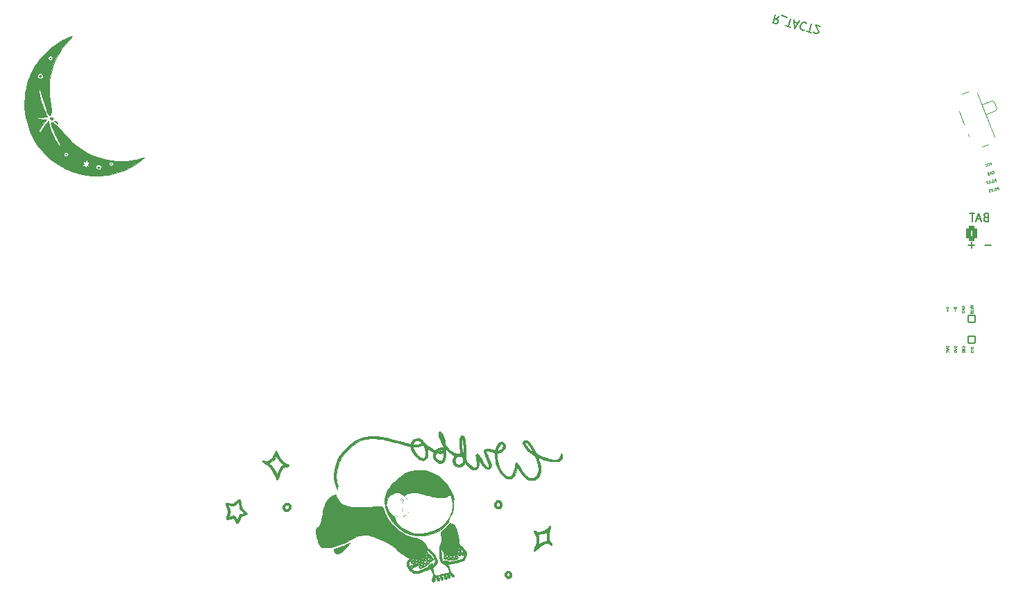
<source format=gbo>
%TF.GenerationSoftware,KiCad,Pcbnew,6.0.2-378541a8eb~116~ubuntu20.04.1*%
%TF.CreationDate,2022-03-20T18:22:37+01:00*%
%TF.ProjectId,Wubbo,57756262-6f2e-46b6-9963-61645f706362,v0.1*%
%TF.SameCoordinates,Original*%
%TF.FileFunction,Legend,Bot*%
%TF.FilePolarity,Positive*%
%FSLAX46Y46*%
G04 Gerber Fmt 4.6, Leading zero omitted, Abs format (unit mm)*
G04 Created by KiCad (PCBNEW 6.0.2-378541a8eb~116~ubuntu20.04.1) date 2022-03-20 18:22:37*
%MOMM*%
%LPD*%
G01*
G04 APERTURE LIST*
G04 Aperture macros list*
%AMRoundRect*
0 Rectangle with rounded corners*
0 $1 Rounding radius*
0 $2 $3 $4 $5 $6 $7 $8 $9 X,Y pos of 4 corners*
0 Add a 4 corners polygon primitive as box body*
4,1,4,$2,$3,$4,$5,$6,$7,$8,$9,$2,$3,0*
0 Add four circle primitives for the rounded corners*
1,1,$1+$1,$2,$3*
1,1,$1+$1,$4,$5*
1,1,$1+$1,$6,$7*
1,1,$1+$1,$8,$9*
0 Add four rect primitives between the rounded corners*
20,1,$1+$1,$2,$3,$4,$5,0*
20,1,$1+$1,$4,$5,$6,$7,0*
20,1,$1+$1,$6,$7,$8,$9,0*
20,1,$1+$1,$8,$9,$2,$3,0*%
%AMHorizOval*
0 Thick line with rounded ends*
0 $1 width*
0 $2 $3 position (X,Y) of the first rounded end (center of the circle)*
0 $4 $5 position (X,Y) of the second rounded end (center of the circle)*
0 Add line between two ends*
20,1,$1,$2,$3,$4,$5,0*
0 Add two circle primitives to create the rounded ends*
1,1,$1,$2,$3*
1,1,$1,$4,$5*%
G04 Aperture macros list end*
%ADD10C,0.075000*%
%ADD11C,0.150000*%
%ADD12C,0.010000*%
%ADD13C,0.120000*%
%ADD14C,1.801800*%
%ADD15C,3.529000*%
%ADD16HorizOval,1.200000X-0.449383X-0.023551X0.449383X0.023551X0*%
%ADD17O,2.100000X1.200000*%
%ADD18RoundRect,0.050000X-0.425000X0.425000X-0.425000X-0.425000X0.425000X-0.425000X0.425000X0.425000X0*%
%ADD19O,0.950000X0.950000*%
%ADD20HorizOval,1.200000X-0.197267X-0.404457X0.197267X0.404457X0*%
%ADD21C,0.800000*%
%ADD22HorizOval,1.200000X-0.449931X0.007854X0.449931X-0.007854X0*%
%ADD23C,4.500000*%
%ADD24HorizOval,1.200000X-0.448288X-0.039220X0.448288X0.039220X0*%
%ADD25C,1.000000*%
%ADD26HorizOval,1.200000X-0.449726X0.015705X0.449726X-0.015705X0*%
%ADD27HorizOval,1.100000X-0.160343X-0.578178X0.160343X0.578178X0*%
%ADD28HorizOval,1.100000X-0.106895X-0.385452X0.106895X0.385452X0*%
%ADD29RoundRect,0.050000X-0.300520X-0.520517X0.520517X-0.300520X0.300520X0.520517X-0.520517X0.300520X0*%
%ADD30HorizOval,0.950000X0.000000X0.000000X0.000000X0.000000X0*%
%ADD31HorizOval,1.200000X-0.441732X0.085864X0.441732X-0.085864X0*%
%ADD32RoundRect,0.050000X-0.806216X-0.340060X0.552198X-0.678751X0.806216X0.340060X-0.552198X0.678751X0*%
%ADD33RoundRect,0.300000X-0.350000X-0.625000X0.350000X-0.625000X0.350000X0.625000X-0.350000X0.625000X0*%
%ADD34O,1.300000X1.850000*%
%ADD35RoundRect,0.050000X-0.552616X0.323443X-0.194248X-0.610137X0.552616X-0.323443X0.194248X0.610137X0*%
%ADD36RoundRect,0.050000X-0.825614X0.057977X-0.574757X-0.595529X0.825614X-0.057977X0.574757X0.595529X0*%
G04 APERTURE END LIST*
D10*
X122243982Y28683655D02*
X122166336Y28973433D01*
X122055945Y28943853D01*
X122032044Y28922660D01*
X122021943Y28905163D01*
X122015539Y28873868D01*
X122026631Y28832471D01*
X122047825Y28808571D01*
X122065321Y28798469D01*
X122096616Y28792065D01*
X122207008Y28821644D01*
X121821363Y28880997D02*
X121793765Y28873602D01*
X121769864Y28852409D01*
X121759763Y28834912D01*
X121753359Y28803617D01*
X121754350Y28744724D01*
X121772837Y28675729D01*
X121801425Y28624231D01*
X121822619Y28600330D01*
X121840115Y28590229D01*
X121871411Y28583825D01*
X121899009Y28591219D01*
X121922909Y28612413D01*
X121933011Y28629910D01*
X121939415Y28661205D01*
X121938424Y28720098D01*
X121919937Y28789093D01*
X121891348Y28840591D01*
X121870154Y28864492D01*
X121852658Y28874593D01*
X121821363Y28880997D01*
X121670831Y28559659D02*
X121660729Y28542162D01*
X121678225Y28532061D01*
X121688327Y28549557D01*
X121670831Y28559659D01*
X121678225Y28532061D01*
X121407395Y28770075D02*
X121379797Y28762680D01*
X121355896Y28741486D01*
X121345795Y28723990D01*
X121339391Y28692695D01*
X121340381Y28633801D01*
X121358868Y28564807D01*
X121387457Y28513308D01*
X121408651Y28489408D01*
X121426147Y28479306D01*
X121457442Y28472902D01*
X121485040Y28480297D01*
X121508941Y28501491D01*
X121519042Y28518987D01*
X121525446Y28550282D01*
X121524456Y28609176D01*
X121505969Y28678170D01*
X121477380Y28729669D01*
X121456186Y28753569D01*
X121438690Y28763671D01*
X121407395Y28770075D01*
X121214209Y28718311D02*
X121034823Y28670245D01*
X121160995Y28585735D01*
X121119598Y28574643D01*
X121095698Y28553449D01*
X121085596Y28535953D01*
X121079192Y28504657D01*
X121097679Y28435663D01*
X121118873Y28411762D01*
X121136369Y28401661D01*
X121167665Y28395257D01*
X121250458Y28417441D01*
X121274359Y28438635D01*
X121284460Y28456131D01*
X116141428Y9652142D02*
X116155714Y9609285D01*
X116155714Y9537857D01*
X116141428Y9509285D01*
X116127142Y9495000D01*
X116098571Y9480714D01*
X116070000Y9480714D01*
X116041428Y9495000D01*
X116027142Y9509285D01*
X116012857Y9537857D01*
X115998571Y9595000D01*
X115984285Y9623571D01*
X115970000Y9637857D01*
X115941428Y9652142D01*
X115912857Y9652142D01*
X115884285Y9637857D01*
X115870000Y9623571D01*
X115855714Y9595000D01*
X115855714Y9523571D01*
X115870000Y9480714D01*
X115855714Y9380714D02*
X116155714Y9309285D01*
X115941428Y9252142D01*
X116155714Y9195000D01*
X115855714Y9123571D01*
X116127142Y8837857D02*
X116141428Y8852142D01*
X116155714Y8895000D01*
X116155714Y8923571D01*
X116141428Y8966428D01*
X116112857Y8995000D01*
X116084285Y9009285D01*
X116027142Y9023571D01*
X115984285Y9023571D01*
X115927142Y9009285D01*
X115898571Y8995000D01*
X115870000Y8966428D01*
X115855714Y8923571D01*
X115855714Y8895000D01*
X115870000Y8852142D01*
X115884285Y8837857D01*
X117780000Y14323571D02*
X117765714Y14352142D01*
X117765714Y14395000D01*
X117780000Y14437857D01*
X117808571Y14466428D01*
X117837142Y14480714D01*
X117894285Y14495000D01*
X117937142Y14495000D01*
X117994285Y14480714D01*
X118022857Y14466428D01*
X118051428Y14437857D01*
X118065714Y14395000D01*
X118065714Y14366428D01*
X118051428Y14323571D01*
X118037142Y14309285D01*
X117937142Y14309285D01*
X117937142Y14366428D01*
X118065714Y14180714D02*
X117765714Y14180714D01*
X118065714Y14009285D01*
X117765714Y14009285D01*
X118065714Y13866428D02*
X117765714Y13866428D01*
X117765714Y13795000D01*
X117780000Y13752142D01*
X117808571Y13723571D01*
X117837142Y13709285D01*
X117894285Y13695000D01*
X117937142Y13695000D01*
X117994285Y13709285D01*
X118022857Y13723571D01*
X118051428Y13752142D01*
X118065714Y13795000D01*
X118065714Y13866428D01*
X121953982Y29703655D02*
X121876336Y29993433D01*
X121765945Y29963853D01*
X121742044Y29942660D01*
X121731943Y29925163D01*
X121725539Y29893868D01*
X121736631Y29852471D01*
X121757825Y29828571D01*
X121775321Y29818469D01*
X121806616Y29812065D01*
X121917008Y29841644D01*
X121531363Y29900997D02*
X121503765Y29893602D01*
X121479864Y29872409D01*
X121469763Y29854912D01*
X121463359Y29823617D01*
X121464350Y29764724D01*
X121482837Y29695729D01*
X121511425Y29644231D01*
X121532619Y29620330D01*
X121550115Y29610229D01*
X121581411Y29603825D01*
X121609009Y29611219D01*
X121632909Y29632413D01*
X121643011Y29649910D01*
X121649415Y29681205D01*
X121648424Y29740098D01*
X121629937Y29809093D01*
X121601348Y29860591D01*
X121580154Y29884492D01*
X121562658Y29894593D01*
X121531363Y29900997D01*
X121380831Y29579659D02*
X121370729Y29562162D01*
X121388225Y29552061D01*
X121398327Y29569557D01*
X121380831Y29579659D01*
X121388225Y29552061D01*
X121117395Y29790075D02*
X121089797Y29782680D01*
X121065896Y29761486D01*
X121055795Y29743990D01*
X121049391Y29712695D01*
X121050381Y29653801D01*
X121068868Y29584807D01*
X121097457Y29533308D01*
X121118651Y29509408D01*
X121136147Y29499306D01*
X121167442Y29492902D01*
X121195040Y29500297D01*
X121218941Y29521491D01*
X121229042Y29538987D01*
X121235446Y29570282D01*
X121234456Y29629176D01*
X121215969Y29698170D01*
X121187380Y29749669D01*
X121166186Y29773569D01*
X121148690Y29783671D01*
X121117395Y29790075D01*
X120917805Y29707016D02*
X120900309Y29717117D01*
X120869014Y29723521D01*
X120800019Y29705034D01*
X120776118Y29683840D01*
X120766017Y29666344D01*
X120759613Y29635049D01*
X120767008Y29607451D01*
X120791899Y29569752D01*
X121001855Y29448533D01*
X120822469Y29400467D01*
X117075714Y14379285D02*
X116775714Y14379285D01*
X116775714Y14307857D01*
X116790000Y14265000D01*
X116818571Y14236428D01*
X116847142Y14222142D01*
X116904285Y14207857D01*
X116947142Y14207857D01*
X117004285Y14222142D01*
X117032857Y14236428D01*
X117061428Y14265000D01*
X117075714Y14307857D01*
X117075714Y14379285D01*
X116961428Y14079285D02*
X116961428Y13850714D01*
X121471960Y30899047D02*
X121495860Y30920241D01*
X121537257Y30931333D01*
X121582351Y30928626D01*
X121617344Y30908423D01*
X121638538Y30884523D01*
X121667126Y30833024D01*
X121678219Y30791628D01*
X121679209Y30732734D01*
X121672805Y30701439D01*
X121652602Y30666446D01*
X121614903Y30641555D01*
X121587305Y30634160D01*
X121542211Y30636867D01*
X121524714Y30646969D01*
X121498832Y30743561D01*
X121554028Y30758351D01*
X121407919Y30586094D02*
X121330273Y30875872D01*
X121242331Y30541725D01*
X121164686Y30831503D01*
X121104342Y30504751D02*
X121026696Y30794529D01*
X120957701Y30776042D01*
X120920002Y30751150D01*
X120899799Y30716158D01*
X120893395Y30684862D01*
X120894386Y30625969D01*
X120905478Y30584572D01*
X120934066Y30533074D01*
X120955260Y30509174D01*
X120990253Y30488971D01*
X121035347Y30486264D01*
X121104342Y30504751D01*
X117111428Y9632142D02*
X117125714Y9589285D01*
X117125714Y9517857D01*
X117111428Y9489285D01*
X117097142Y9475000D01*
X117068571Y9460714D01*
X117040000Y9460714D01*
X117011428Y9475000D01*
X116997142Y9489285D01*
X116982857Y9517857D01*
X116968571Y9575000D01*
X116954285Y9603571D01*
X116940000Y9617857D01*
X116911428Y9632142D01*
X116882857Y9632142D01*
X116854285Y9617857D01*
X116840000Y9603571D01*
X116825714Y9575000D01*
X116825714Y9503571D01*
X116840000Y9460714D01*
X116825714Y9360714D02*
X117125714Y9289285D01*
X116911428Y9232142D01*
X117125714Y9175000D01*
X116825714Y9103571D01*
X117125714Y8989285D02*
X116825714Y8989285D01*
X116825714Y8917857D01*
X116840000Y8875000D01*
X116868571Y8846428D01*
X116897142Y8832142D01*
X116954285Y8817857D01*
X116997142Y8817857D01*
X117054285Y8832142D01*
X117082857Y8846428D01*
X117111428Y8875000D01*
X117125714Y8917857D01*
X117125714Y8989285D01*
X118815714Y14645000D02*
X119115714Y14545000D01*
X118815714Y14445000D01*
X118958571Y14245000D02*
X118972857Y14202142D01*
X118987142Y14187857D01*
X119015714Y14173571D01*
X119058571Y14173571D01*
X119087142Y14187857D01*
X119101428Y14202142D01*
X119115714Y14230714D01*
X119115714Y14345000D01*
X118815714Y14345000D01*
X118815714Y14245000D01*
X118830000Y14216428D01*
X118844285Y14202142D01*
X118872857Y14187857D01*
X118901428Y14187857D01*
X118930000Y14202142D01*
X118944285Y14216428D01*
X118958571Y14245000D01*
X118958571Y14345000D01*
X118815714Y14045000D02*
X119058571Y14045000D01*
X119087142Y14030714D01*
X119101428Y14016428D01*
X119115714Y13987857D01*
X119115714Y13930714D01*
X119101428Y13902142D01*
X119087142Y13887857D01*
X119058571Y13873571D01*
X118815714Y13873571D01*
X119101428Y13745000D02*
X119115714Y13702142D01*
X119115714Y13630714D01*
X119101428Y13602142D01*
X119087142Y13587857D01*
X119058571Y13573571D01*
X119030000Y13573571D01*
X119001428Y13587857D01*
X118987142Y13602142D01*
X118972857Y13630714D01*
X118958571Y13687857D01*
X118944285Y13716428D01*
X118930000Y13730714D01*
X118901428Y13745000D01*
X118872857Y13745000D01*
X118844285Y13730714D01*
X118830000Y13716428D01*
X118815714Y13687857D01*
X118815714Y13616428D01*
X118830000Y13573571D01*
X121343850Y32007215D02*
X121324903Y31691555D01*
X121150664Y31955451D01*
X120958735Y31623020D02*
X120976232Y31612919D01*
X121021326Y31610212D01*
X121048924Y31617607D01*
X121086623Y31642498D01*
X121106826Y31677491D01*
X121113230Y31708786D01*
X121112240Y31767679D01*
X121101147Y31809076D01*
X121072559Y31860575D01*
X121051365Y31884475D01*
X121016372Y31904678D01*
X120971278Y31907385D01*
X120943680Y31899990D01*
X120905981Y31875099D01*
X120895879Y31857602D01*
X120668958Y31545375D02*
X120686454Y31535273D01*
X120731548Y31532566D01*
X120759146Y31539961D01*
X120796846Y31564852D01*
X120817049Y31599845D01*
X120823453Y31631140D01*
X120822462Y31690034D01*
X120811370Y31731430D01*
X120782781Y31782929D01*
X120761587Y31806829D01*
X120726595Y31827032D01*
X120681500Y31829739D01*
X120653903Y31822344D01*
X120616203Y31797453D01*
X120606102Y31779957D01*
X118845714Y9556428D02*
X118845714Y9370714D01*
X118960000Y9470714D01*
X118960000Y9427857D01*
X118974285Y9399285D01*
X118988571Y9385000D01*
X119017142Y9370714D01*
X119088571Y9370714D01*
X119117142Y9385000D01*
X119131428Y9399285D01*
X119145714Y9427857D01*
X119145714Y9513571D01*
X119131428Y9542142D01*
X119117142Y9556428D01*
X118845714Y9285000D02*
X119145714Y9185000D01*
X118845714Y9085000D01*
X118845714Y9013571D02*
X118845714Y8827857D01*
X118960000Y8927857D01*
X118960000Y8885000D01*
X118974285Y8856428D01*
X118988571Y8842142D01*
X119017142Y8827857D01*
X119088571Y8827857D01*
X119117142Y8842142D01*
X119131428Y8856428D01*
X119145714Y8885000D01*
X119145714Y8970714D01*
X119131428Y8999285D01*
X119117142Y9013571D01*
X117800000Y9453571D02*
X117785714Y9482142D01*
X117785714Y9525000D01*
X117800000Y9567857D01*
X117828571Y9596428D01*
X117857142Y9610714D01*
X117914285Y9625000D01*
X117957142Y9625000D01*
X118014285Y9610714D01*
X118042857Y9596428D01*
X118071428Y9567857D01*
X118085714Y9525000D01*
X118085714Y9496428D01*
X118071428Y9453571D01*
X118057142Y9439285D01*
X117957142Y9439285D01*
X117957142Y9496428D01*
X118085714Y9310714D02*
X117785714Y9310714D01*
X118085714Y9139285D01*
X117785714Y9139285D01*
X118085714Y8996428D02*
X117785714Y8996428D01*
X117785714Y8925000D01*
X117800000Y8882142D01*
X117828571Y8853571D01*
X117857142Y8839285D01*
X117914285Y8825000D01*
X117957142Y8825000D01*
X118014285Y8839285D01*
X118042857Y8853571D01*
X118071428Y8882142D01*
X118085714Y8925000D01*
X118085714Y8996428D01*
X116115714Y14389285D02*
X115815714Y14389285D01*
X115815714Y14317857D01*
X115830000Y14275000D01*
X115858571Y14246428D01*
X115887142Y14232142D01*
X115944285Y14217857D01*
X115987142Y14217857D01*
X116044285Y14232142D01*
X116072857Y14246428D01*
X116101428Y14275000D01*
X116115714Y14317857D01*
X116115714Y14389285D01*
X116001428Y14089285D02*
X116001428Y13860714D01*
X116115714Y13975000D02*
X115887142Y13975000D01*
D11*
%TO.C,R_TACT2*%
X95523021Y49833887D02*
X95084388Y49452482D01*
X94968566Y49972128D02*
X94726645Y49001832D01*
X95096281Y48909672D01*
X95200210Y48932836D01*
X95257935Y48967521D01*
X95327180Y49048410D01*
X95361740Y49187023D01*
X95338575Y49290952D01*
X95303891Y49348677D01*
X95223002Y49417922D01*
X94853366Y49510083D01*
X95730880Y49880216D02*
X96470152Y49695894D01*
X96297600Y48610149D02*
X96852054Y48471908D01*
X96816749Y49511325D02*
X96574827Y48541029D01*
X97302083Y49095856D02*
X97764128Y48980655D01*
X97278794Y49396124D02*
X97360304Y48345187D01*
X97925658Y49234842D01*
X98780505Y48923552D02*
X98745820Y48981276D01*
X98618727Y49062041D01*
X98526317Y49085081D01*
X98376184Y49073437D01*
X98260734Y49004068D01*
X98191490Y48923179D01*
X98099205Y48749881D01*
X98064644Y48611267D01*
X98064769Y48414929D01*
X98087933Y48311000D01*
X98157302Y48195550D01*
X98284396Y48114785D01*
X98376805Y48091745D01*
X98526938Y48103390D01*
X98584663Y48138074D01*
X98838850Y47976544D02*
X99393305Y47838303D01*
X99357999Y48877720D02*
X99116078Y47907424D01*
X99693572Y47861592D02*
X99728257Y47803867D01*
X99809146Y47734622D01*
X100040169Y47677022D01*
X100144098Y47700186D01*
X100201823Y47734871D01*
X100271067Y47815760D01*
X100294108Y47908169D01*
X100282463Y48058303D01*
X99866250Y48750999D01*
X100466909Y48601237D01*
%TO.C,BAT*%
X120678095Y25321428D02*
X120535238Y25273809D01*
X120487619Y25226190D01*
X120440000Y25130952D01*
X120440000Y24988095D01*
X120487619Y24892857D01*
X120535238Y24845238D01*
X120630476Y24797619D01*
X121011428Y24797619D01*
X121011428Y25797619D01*
X120678095Y25797619D01*
X120582857Y25750000D01*
X120535238Y25702380D01*
X120487619Y25607142D01*
X120487619Y25511904D01*
X120535238Y25416666D01*
X120582857Y25369047D01*
X120678095Y25321428D01*
X121011428Y25321428D01*
X120059047Y25083333D02*
X119582857Y25083333D01*
X120154285Y24797619D02*
X119820952Y25797619D01*
X119487619Y24797619D01*
X119297142Y25797619D02*
X118725714Y25797619D01*
X119011428Y24797619D02*
X119011428Y25797619D01*
X120569047Y21931428D02*
X121330952Y21931428D01*
X118559047Y21901428D02*
X119320952Y21901428D01*
X118940000Y22282380D02*
X118940000Y21520476D01*
D12*
%TO.C,Ref\u002A\u002A*%
X61349099Y-9191426D02*
X61435719Y-9238148D01*
X61435719Y-9238148D02*
X61504235Y-9302416D01*
X61504235Y-9302416D02*
X61564233Y-9394314D01*
X61564233Y-9394314D02*
X61589599Y-9444416D01*
X61589599Y-9444416D02*
X61625047Y-9528413D01*
X61625047Y-9528413D02*
X61643635Y-9604750D01*
X61643635Y-9604750D02*
X61650058Y-9695178D01*
X61650058Y-9695178D02*
X61650316Y-9725718D01*
X61650316Y-9725718D02*
X61635072Y-9875983D01*
X61635072Y-9875983D02*
X61589412Y-9997034D01*
X61589412Y-9997034D02*
X61513500Y-10088640D01*
X61513500Y-10088640D02*
X61407499Y-10150571D01*
X61407499Y-10150571D02*
X61332409Y-10172780D01*
X61332409Y-10172780D02*
X61245579Y-10188536D01*
X61245579Y-10188536D02*
X61174378Y-10192102D01*
X61174378Y-10192102D02*
X61096752Y-10183552D01*
X61096752Y-10183552D02*
X61043408Y-10173727D01*
X61043408Y-10173727D02*
X60907073Y-10131093D01*
X60907073Y-10131093D02*
X60804621Y-10063217D01*
X60804621Y-10063217D02*
X60735193Y-9969049D01*
X60735193Y-9969049D02*
X60697936Y-9847539D01*
X60697936Y-9847539D02*
X60690561Y-9740750D01*
X60690561Y-9740750D02*
X60693122Y-9719717D01*
X60693122Y-9719717D02*
X60929973Y-9719717D01*
X60929973Y-9719717D02*
X60936495Y-9805221D01*
X60936495Y-9805221D02*
X60979243Y-9872146D01*
X60979243Y-9872146D02*
X61056225Y-9917818D01*
X61056225Y-9917818D02*
X61165447Y-9939562D01*
X61165447Y-9939562D02*
X61202169Y-9941004D01*
X61202169Y-9941004D02*
X61272855Y-9934353D01*
X61272855Y-9934353D02*
X61326162Y-9906648D01*
X61326162Y-9906648D02*
X61355628Y-9879961D01*
X61355628Y-9879961D02*
X61394595Y-9833411D01*
X61394595Y-9833411D02*
X61412863Y-9784211D01*
X61412863Y-9784211D02*
X61417497Y-9713022D01*
X61417497Y-9713022D02*
X61417500Y-9710628D01*
X61417500Y-9710628D02*
X61410636Y-9628565D01*
X61410636Y-9628565D02*
X61388598Y-9578548D01*
X61388598Y-9578548D02*
X61380458Y-9570081D01*
X61380458Y-9570081D02*
X61326850Y-9525169D01*
X61326850Y-9525169D02*
X61267081Y-9479426D01*
X61267081Y-9479426D02*
X61212031Y-9440666D01*
X61212031Y-9440666D02*
X61172578Y-9416706D01*
X61172578Y-9416706D02*
X61161326Y-9412666D01*
X61161326Y-9412666D02*
X61127580Y-9428357D01*
X61127580Y-9428357D02*
X61080051Y-9468427D01*
X61080051Y-9468427D02*
X61028941Y-9522369D01*
X61028941Y-9522369D02*
X60984449Y-9579677D01*
X60984449Y-9579677D02*
X60961672Y-9618308D01*
X60961672Y-9618308D02*
X60929973Y-9719717D01*
X60929973Y-9719717D02*
X60693122Y-9719717D01*
X60693122Y-9719717D02*
X60710058Y-9580685D01*
X60710058Y-9580685D02*
X60764199Y-9439343D01*
X60764199Y-9439343D02*
X60850372Y-9321221D01*
X60850372Y-9321221D02*
X60965961Y-9230817D01*
X60965961Y-9230817D02*
X60996384Y-9214442D01*
X60996384Y-9214442D02*
X61124007Y-9168604D01*
X61124007Y-9168604D02*
X61244730Y-9163122D01*
X61244730Y-9163122D02*
X61349099Y-9191426D01*
X61349099Y-9191426D02*
X61349099Y-9191426D01*
G36*
X60764199Y-9439343D02*
G01*
X60850372Y-9321221D01*
X60965961Y-9230817D01*
X60996384Y-9214442D01*
X61124007Y-9168604D01*
X61244730Y-9163122D01*
X61349099Y-9191426D01*
X61435719Y-9238148D01*
X61504235Y-9302416D01*
X61564233Y-9394314D01*
X61589599Y-9444416D01*
X61625047Y-9528413D01*
X61643635Y-9604750D01*
X61650058Y-9695178D01*
X61650316Y-9725718D01*
X61635072Y-9875983D01*
X61589412Y-9997034D01*
X61513500Y-10088640D01*
X61407499Y-10150571D01*
X61332409Y-10172780D01*
X61245579Y-10188536D01*
X61174378Y-10192102D01*
X61096752Y-10183552D01*
X61043408Y-10173727D01*
X60907073Y-10131093D01*
X60804621Y-10063217D01*
X60735193Y-9969049D01*
X60697936Y-9847539D01*
X60690561Y-9740750D01*
X60693122Y-9719717D01*
X60929973Y-9719717D01*
X60936495Y-9805221D01*
X60979243Y-9872146D01*
X61056225Y-9917818D01*
X61165447Y-9939562D01*
X61202169Y-9941004D01*
X61272855Y-9934353D01*
X61326162Y-9906648D01*
X61355628Y-9879961D01*
X61394595Y-9833411D01*
X61412863Y-9784211D01*
X61417497Y-9713022D01*
X61417500Y-9710628D01*
X61410636Y-9628565D01*
X61388598Y-9578548D01*
X61380458Y-9570081D01*
X61326850Y-9525169D01*
X61267081Y-9479426D01*
X61212031Y-9440666D01*
X61172578Y-9416706D01*
X61161326Y-9412666D01*
X61127580Y-9428357D01*
X61080051Y-9468427D01*
X61028941Y-9522369D01*
X60984449Y-9579677D01*
X60961672Y-9618308D01*
X60929973Y-9719717D01*
X60693122Y-9719717D01*
X60710058Y-9580685D01*
X60764199Y-9439343D01*
G37*
X60764199Y-9439343D02*
X60850372Y-9321221D01*
X60965961Y-9230817D01*
X60996384Y-9214442D01*
X61124007Y-9168604D01*
X61244730Y-9163122D01*
X61349099Y-9191426D01*
X61435719Y-9238148D01*
X61504235Y-9302416D01*
X61564233Y-9394314D01*
X61589599Y-9444416D01*
X61625047Y-9528413D01*
X61643635Y-9604750D01*
X61650058Y-9695178D01*
X61650316Y-9725718D01*
X61635072Y-9875983D01*
X61589412Y-9997034D01*
X61513500Y-10088640D01*
X61407499Y-10150571D01*
X61332409Y-10172780D01*
X61245579Y-10188536D01*
X61174378Y-10192102D01*
X61096752Y-10183552D01*
X61043408Y-10173727D01*
X60907073Y-10131093D01*
X60804621Y-10063217D01*
X60735193Y-9969049D01*
X60697936Y-9847539D01*
X60690561Y-9740750D01*
X60693122Y-9719717D01*
X60929973Y-9719717D01*
X60936495Y-9805221D01*
X60979243Y-9872146D01*
X61056225Y-9917818D01*
X61165447Y-9939562D01*
X61202169Y-9941004D01*
X61272855Y-9934353D01*
X61326162Y-9906648D01*
X61355628Y-9879961D01*
X61394595Y-9833411D01*
X61412863Y-9784211D01*
X61417497Y-9713022D01*
X61417500Y-9710628D01*
X61410636Y-9628565D01*
X61388598Y-9578548D01*
X61380458Y-9570081D01*
X61326850Y-9525169D01*
X61267081Y-9479426D01*
X61212031Y-9440666D01*
X61172578Y-9416706D01*
X61161326Y-9412666D01*
X61127580Y-9428357D01*
X61080051Y-9468427D01*
X61028941Y-9522369D01*
X60984449Y-9579677D01*
X60961672Y-9618308D01*
X60929973Y-9719717D01*
X60693122Y-9719717D01*
X60710058Y-9580685D01*
X60764199Y-9439343D01*
X51793108Y-17017565D02*
X51828484Y-17045811D01*
X51828484Y-17045811D02*
X51872403Y-17100219D01*
X51872403Y-17100219D02*
X51916809Y-17168006D01*
X51916809Y-17168006D02*
X51953646Y-17236393D01*
X51953646Y-17236393D02*
X51974856Y-17292596D01*
X51974856Y-17292596D02*
X51977166Y-17309561D01*
X51977166Y-17309561D02*
X51964109Y-17363605D01*
X51964109Y-17363605D02*
X51921133Y-17411797D01*
X51921133Y-17411797D02*
X51842529Y-17460354D01*
X51842529Y-17460354D02*
X51835342Y-17464030D01*
X51835342Y-17464030D02*
X51744734Y-17496382D01*
X51744734Y-17496382D02*
X51669083Y-17491154D01*
X51669083Y-17491154D02*
X51601854Y-17447236D01*
X51601854Y-17447236D02*
X51577215Y-17420245D01*
X51577215Y-17420245D02*
X51516138Y-17336423D01*
X51516138Y-17336423D02*
X51488168Y-17269870D01*
X51488168Y-17269870D02*
X51488746Y-17260790D01*
X51488746Y-17260790D02*
X51617333Y-17260790D01*
X51617333Y-17260790D02*
X51631687Y-17298275D01*
X51631687Y-17298275D02*
X51664698Y-17339548D01*
X51664698Y-17339548D02*
X51701290Y-17367577D01*
X51701290Y-17367577D02*
X51715175Y-17371333D01*
X51715175Y-17371333D02*
X51759622Y-17361689D01*
X51759622Y-17361689D02*
X51788058Y-17349421D01*
X51788058Y-17349421D02*
X51820290Y-17312249D01*
X51820290Y-17312249D02*
X51825475Y-17260627D01*
X51825475Y-17260627D02*
X51807774Y-17208707D01*
X51807774Y-17208707D02*
X51771351Y-17170640D01*
X51771351Y-17170640D02*
X51732238Y-17159666D01*
X51732238Y-17159666D02*
X51697378Y-17173631D01*
X51697378Y-17173631D02*
X51656028Y-17205880D01*
X51656028Y-17205880D02*
X51624625Y-17241948D01*
X51624625Y-17241948D02*
X51617333Y-17260790D01*
X51617333Y-17260790D02*
X51488746Y-17260790D01*
X51488746Y-17260790D02*
X51491758Y-17213541D01*
X51491758Y-17213541D02*
X51521187Y-17165181D01*
X51521187Y-17165181D02*
X51572144Y-17117634D01*
X51572144Y-17117634D02*
X51637545Y-17072741D01*
X51637545Y-17072741D02*
X51705158Y-17037140D01*
X51705158Y-17037140D02*
X51762750Y-17017474D01*
X51762750Y-17017474D02*
X51793108Y-17017565D01*
X51793108Y-17017565D02*
X51793108Y-17017565D01*
G36*
X51521187Y-17165181D02*
G01*
X51572144Y-17117634D01*
X51637545Y-17072741D01*
X51705158Y-17037140D01*
X51762750Y-17017474D01*
X51793108Y-17017565D01*
X51828484Y-17045811D01*
X51872403Y-17100219D01*
X51916809Y-17168006D01*
X51953646Y-17236393D01*
X51974856Y-17292596D01*
X51977166Y-17309561D01*
X51964109Y-17363605D01*
X51921133Y-17411797D01*
X51842529Y-17460354D01*
X51835342Y-17464030D01*
X51744734Y-17496382D01*
X51669083Y-17491154D01*
X51601854Y-17447236D01*
X51577215Y-17420245D01*
X51516138Y-17336423D01*
X51488168Y-17269870D01*
X51488746Y-17260790D01*
X51617333Y-17260790D01*
X51631687Y-17298275D01*
X51664698Y-17339548D01*
X51701290Y-17367577D01*
X51715175Y-17371333D01*
X51759622Y-17361689D01*
X51788058Y-17349421D01*
X51820290Y-17312249D01*
X51825475Y-17260627D01*
X51807774Y-17208707D01*
X51771351Y-17170640D01*
X51732238Y-17159666D01*
X51697378Y-17173631D01*
X51656028Y-17205880D01*
X51624625Y-17241948D01*
X51617333Y-17260790D01*
X51488746Y-17260790D01*
X51491758Y-17213541D01*
X51521187Y-17165181D01*
G37*
X51521187Y-17165181D02*
X51572144Y-17117634D01*
X51637545Y-17072741D01*
X51705158Y-17037140D01*
X51762750Y-17017474D01*
X51793108Y-17017565D01*
X51828484Y-17045811D01*
X51872403Y-17100219D01*
X51916809Y-17168006D01*
X51953646Y-17236393D01*
X51974856Y-17292596D01*
X51977166Y-17309561D01*
X51964109Y-17363605D01*
X51921133Y-17411797D01*
X51842529Y-17460354D01*
X51835342Y-17464030D01*
X51744734Y-17496382D01*
X51669083Y-17491154D01*
X51601854Y-17447236D01*
X51577215Y-17420245D01*
X51516138Y-17336423D01*
X51488168Y-17269870D01*
X51488746Y-17260790D01*
X51617333Y-17260790D01*
X51631687Y-17298275D01*
X51664698Y-17339548D01*
X51701290Y-17367577D01*
X51715175Y-17371333D01*
X51759622Y-17361689D01*
X51788058Y-17349421D01*
X51820290Y-17312249D01*
X51825475Y-17260627D01*
X51807774Y-17208707D01*
X51771351Y-17170640D01*
X51732238Y-17159666D01*
X51697378Y-17173631D01*
X51656028Y-17205880D01*
X51624625Y-17241948D01*
X51617333Y-17260790D01*
X51488746Y-17260790D01*
X51491758Y-17213541D01*
X51521187Y-17165181D01*
X54135906Y-810718D02*
X54218591Y-854641D01*
X54218591Y-854641D02*
X54298863Y-939682D01*
X54298863Y-939682D02*
X54376416Y-1065251D01*
X54376416Y-1065251D02*
X54450944Y-1230761D01*
X54450944Y-1230761D02*
X54522142Y-1435622D01*
X54522142Y-1435622D02*
X54589705Y-1679246D01*
X54589705Y-1679246D02*
X54653326Y-1961044D01*
X54653326Y-1961044D02*
X54655679Y-1972583D01*
X54655679Y-1972583D02*
X54682830Y-2100789D01*
X54682830Y-2100789D02*
X54710198Y-2220420D01*
X54710198Y-2220420D02*
X54735664Y-2322901D01*
X54735664Y-2322901D02*
X54757113Y-2399657D01*
X54757113Y-2399657D02*
X54770597Y-2438250D01*
X54770597Y-2438250D02*
X54805822Y-2499273D01*
X54805822Y-2499273D02*
X54864905Y-2581908D01*
X54864905Y-2581908D02*
X54941246Y-2678362D01*
X54941246Y-2678362D02*
X55028249Y-2780844D01*
X55028249Y-2780844D02*
X55119313Y-2881560D01*
X55119313Y-2881560D02*
X55207842Y-2972720D01*
X55207842Y-2972720D02*
X55281437Y-3041500D01*
X55281437Y-3041500D02*
X55408515Y-3144669D01*
X55408515Y-3144669D02*
X55547759Y-3244453D01*
X55547759Y-3244453D02*
X55689029Y-3334452D01*
X55689029Y-3334452D02*
X55822185Y-3408266D01*
X55822185Y-3408266D02*
X55937087Y-3459495D01*
X55937087Y-3459495D02*
X55952179Y-3464855D01*
X55952179Y-3464855D02*
X56033964Y-3491099D01*
X56033964Y-3491099D02*
X56094584Y-3503811D01*
X56094584Y-3503811D02*
X56152419Y-3504560D01*
X56152419Y-3504560D02*
X56225854Y-3494916D01*
X56225854Y-3494916D02*
X56252262Y-3490473D01*
X56252262Y-3490473D02*
X56336354Y-3477463D01*
X56336354Y-3477463D02*
X56411692Y-3468236D01*
X56411692Y-3468236D02*
X56460847Y-3464833D01*
X56460847Y-3464833D02*
X56518682Y-3455421D01*
X56518682Y-3455421D02*
X56556331Y-3438200D01*
X56556331Y-3438200D02*
X56569407Y-3425821D01*
X56569407Y-3425821D02*
X56576904Y-3407367D01*
X56576904Y-3407367D02*
X56578305Y-3376436D01*
X56578305Y-3376436D02*
X56573093Y-3326625D01*
X56573093Y-3326625D02*
X56560752Y-3251530D01*
X56560752Y-3251530D02*
X56540767Y-3144748D01*
X56540767Y-3144748D02*
X56526891Y-3073075D01*
X56526891Y-3073075D02*
X56484497Y-2816161D01*
X56484497Y-2816161D02*
X56457734Y-2565611D01*
X56457734Y-2565611D02*
X56446212Y-2325596D01*
X56446212Y-2325596D02*
X56448454Y-2173968D01*
X56448454Y-2173968D02*
X56705524Y-2173968D01*
X56705524Y-2173968D02*
X56711206Y-2354500D01*
X56711206Y-2354500D02*
X56725185Y-2545739D01*
X56725185Y-2545739D02*
X56741166Y-2692250D01*
X56741166Y-2692250D02*
X56760515Y-2827711D01*
X56760515Y-2827711D02*
X56785019Y-2969694D01*
X56785019Y-2969694D02*
X56813174Y-3112102D01*
X56813174Y-3112102D02*
X56843478Y-3248837D01*
X56843478Y-3248837D02*
X56874426Y-3373804D01*
X56874426Y-3373804D02*
X56904516Y-3480905D01*
X56904516Y-3480905D02*
X56932244Y-3564043D01*
X56932244Y-3564043D02*
X56956107Y-3617123D01*
X56956107Y-3617123D02*
X56973420Y-3634166D01*
X56973420Y-3634166D02*
X56985779Y-3615313D01*
X56985779Y-3615313D02*
X56992926Y-3567900D01*
X56992926Y-3567900D02*
X56993634Y-3544208D01*
X56993634Y-3544208D02*
X56992271Y-3469390D01*
X56992271Y-3469390D02*
X56988519Y-3360773D01*
X56988519Y-3360773D02*
X56982821Y-3226798D01*
X56982821Y-3226798D02*
X56975623Y-3075904D01*
X56975623Y-3075904D02*
X56967370Y-2916531D01*
X56967370Y-2916531D02*
X56958506Y-2757119D01*
X56958506Y-2757119D02*
X56949477Y-2606108D01*
X56949477Y-2606108D02*
X56940727Y-2471937D01*
X56940727Y-2471937D02*
X56932702Y-2363048D01*
X56932702Y-2363048D02*
X56929201Y-2321833D01*
X56929201Y-2321833D02*
X56913139Y-2167585D01*
X56913139Y-2167585D02*
X56894152Y-2022727D01*
X56894152Y-2022727D02*
X56873428Y-1893972D01*
X56873428Y-1893972D02*
X56852152Y-1788033D01*
X56852152Y-1788033D02*
X56831514Y-1711623D01*
X56831514Y-1711623D02*
X56814592Y-1673822D01*
X56814592Y-1673822D02*
X56792609Y-1649840D01*
X56792609Y-1649840D02*
X56775888Y-1660302D01*
X56775888Y-1660302D02*
X56763071Y-1682650D01*
X56763071Y-1682650D02*
X56736912Y-1758485D01*
X56736912Y-1758485D02*
X56718511Y-1869774D01*
X56718511Y-1869774D02*
X56708004Y-2010331D01*
X56708004Y-2010331D02*
X56705524Y-2173968D01*
X56705524Y-2173968D02*
X56448454Y-2173968D01*
X56448454Y-2173968D02*
X56449544Y-2100290D01*
X56449544Y-2100290D02*
X56467341Y-1893864D01*
X56467341Y-1893864D02*
X56499218Y-1710491D01*
X56499218Y-1710491D02*
X56544784Y-1554344D01*
X56544784Y-1554344D02*
X56603653Y-1429595D01*
X56603653Y-1429595D02*
X56675437Y-1340415D01*
X56675437Y-1340415D02*
X56689013Y-1329000D01*
X56689013Y-1329000D02*
X56766884Y-1287795D01*
X56766884Y-1287795D02*
X56841717Y-1287530D01*
X56841717Y-1287530D02*
X56912290Y-1326852D01*
X56912290Y-1326852D02*
X56977383Y-1404408D01*
X56977383Y-1404408D02*
X57035774Y-1518843D01*
X57035774Y-1518843D02*
X57086241Y-1668804D01*
X57086241Y-1668804D02*
X57118353Y-1804750D01*
X57118353Y-1804750D02*
X57139231Y-1917660D01*
X57139231Y-1917660D02*
X57157103Y-2036415D01*
X57157103Y-2036415D02*
X57172280Y-2165655D01*
X57172280Y-2165655D02*
X57185069Y-2310016D01*
X57185069Y-2310016D02*
X57195779Y-2474135D01*
X57195779Y-2474135D02*
X57204721Y-2662650D01*
X57204721Y-2662650D02*
X57212202Y-2880198D01*
X57212202Y-2880198D02*
X57218531Y-3131415D01*
X57218531Y-3131415D02*
X57223328Y-3380166D01*
X57223328Y-3380166D02*
X57237720Y-4216250D01*
X57237720Y-4216250D02*
X57307311Y-4364416D01*
X57307311Y-4364416D02*
X57337624Y-4423868D01*
X57337624Y-4423868D02*
X57372562Y-4479674D01*
X57372562Y-4479674D02*
X57417534Y-4538387D01*
X57417534Y-4538387D02*
X57477950Y-4606560D01*
X57477950Y-4606560D02*
X57559219Y-4690743D01*
X57559219Y-4690743D02*
X57656837Y-4787750D01*
X57656837Y-4787750D02*
X57819085Y-4940811D01*
X57819085Y-4940811D02*
X57960471Y-5059825D01*
X57960471Y-5059825D02*
X58083400Y-5146109D01*
X58083400Y-5146109D02*
X58190280Y-5200980D01*
X58190280Y-5200980D02*
X58283516Y-5225757D01*
X58283516Y-5225757D02*
X58365513Y-5221756D01*
X58365513Y-5221756D02*
X58415809Y-5203407D01*
X58415809Y-5203407D02*
X58469644Y-5170868D01*
X58469644Y-5170868D02*
X58509618Y-5130994D01*
X58509618Y-5130994D02*
X58537636Y-5077435D01*
X58537636Y-5077435D02*
X58555605Y-5003838D01*
X58555605Y-5003838D02*
X58565428Y-4903851D01*
X58565428Y-4903851D02*
X58569013Y-4771121D01*
X58569013Y-4771121D02*
X58569071Y-4692500D01*
X58569071Y-4692500D02*
X58566521Y-4535420D01*
X58566521Y-4535420D02*
X58559438Y-4403758D01*
X58559438Y-4403758D02*
X58546242Y-4280700D01*
X58546242Y-4280700D02*
X58525359Y-4149433D01*
X58525359Y-4149433D02*
X58510863Y-4071965D01*
X58510863Y-4071965D02*
X58489932Y-3958091D01*
X58489932Y-3958091D02*
X58472489Y-3851920D01*
X58472489Y-3851920D02*
X58460111Y-3763922D01*
X58460111Y-3763922D02*
X58454379Y-3704565D01*
X58454379Y-3704565D02*
X58454166Y-3696257D01*
X58454166Y-3696257D02*
X58469971Y-3613595D01*
X58469971Y-3613595D02*
X58513680Y-3555788D01*
X58513680Y-3555788D02*
X58579735Y-3529365D01*
X58579735Y-3529365D02*
X58597041Y-3528412D01*
X58597041Y-3528412D02*
X58651419Y-3535804D01*
X58651419Y-3535804D02*
X58705179Y-3559968D01*
X58705179Y-3559968D02*
X58760903Y-3604108D01*
X58760903Y-3604108D02*
X58821177Y-3671431D01*
X58821177Y-3671431D02*
X58888583Y-3765142D01*
X58888583Y-3765142D02*
X58965705Y-3888446D01*
X58965705Y-3888446D02*
X59055126Y-4044550D01*
X59055126Y-4044550D02*
X59142866Y-4205666D01*
X59142866Y-4205666D02*
X59271489Y-4438367D01*
X59271489Y-4438367D02*
X59388211Y-4633535D01*
X59388211Y-4633535D02*
X59494845Y-4793692D01*
X59494845Y-4793692D02*
X59593202Y-4921356D01*
X59593202Y-4921356D02*
X59685094Y-5019047D01*
X59685094Y-5019047D02*
X59772335Y-5089283D01*
X59772335Y-5089283D02*
X59783870Y-5096809D01*
X59783870Y-5096809D02*
X59870468Y-5142730D01*
X59870468Y-5142730D02*
X59936214Y-5155383D01*
X59936214Y-5155383D02*
X59986215Y-5134938D01*
X59986215Y-5134938D02*
X60012426Y-5104390D01*
X60012426Y-5104390D02*
X60037850Y-5029915D01*
X60037850Y-5029915D02*
X60038991Y-4922579D01*
X60038991Y-4922579D02*
X60016239Y-4783919D01*
X60016239Y-4783919D02*
X59969985Y-4615475D01*
X59969985Y-4615475D02*
X59900620Y-4418783D01*
X59900620Y-4418783D02*
X59808535Y-4195381D01*
X59808535Y-4195381D02*
X59746409Y-4057500D01*
X59746409Y-4057500D02*
X59671956Y-3895118D01*
X59671956Y-3895118D02*
X59613567Y-3763507D01*
X59613567Y-3763507D02*
X59568409Y-3655556D01*
X59568409Y-3655556D02*
X59533650Y-3564151D01*
X59533650Y-3564151D02*
X59506457Y-3482182D01*
X59506457Y-3482182D02*
X59483999Y-3402538D01*
X59483999Y-3402538D02*
X59481180Y-3391594D01*
X59481180Y-3391594D02*
X59457378Y-3281417D01*
X59457378Y-3281417D02*
X59450854Y-3196684D01*
X59450854Y-3196684D02*
X59461520Y-3124230D01*
X59461520Y-3124230D02*
X59474838Y-3086118D01*
X59474838Y-3086118D02*
X61100000Y-3086118D01*
X61100000Y-3086118D02*
X61101974Y-3127385D01*
X61101974Y-3127385D02*
X61115653Y-3144450D01*
X61115653Y-3144450D02*
X61152669Y-3144082D01*
X61152669Y-3144082D02*
X61189958Y-3138462D01*
X61189958Y-3138462D02*
X61262575Y-3120804D01*
X61262575Y-3120804D02*
X61347480Y-3091705D01*
X61347480Y-3091705D02*
X61390733Y-3073568D01*
X61390733Y-3073568D02*
X61517810Y-3005723D01*
X61517810Y-3005723D02*
X61611952Y-2930846D01*
X61611952Y-2930846D02*
X61682551Y-2840965D01*
X61682551Y-2840965D02*
X61699932Y-2811008D01*
X61699932Y-2811008D02*
X61748878Y-2696699D01*
X61748878Y-2696699D02*
X61770061Y-2591373D01*
X61770061Y-2591373D02*
X61766649Y-2499313D01*
X61766649Y-2499313D02*
X61741809Y-2424803D01*
X61741809Y-2424803D02*
X61698707Y-2372123D01*
X61698707Y-2372123D02*
X61640511Y-2345559D01*
X61640511Y-2345559D02*
X61570387Y-2349391D01*
X61570387Y-2349391D02*
X61491502Y-2387904D01*
X61491502Y-2387904D02*
X61427738Y-2442901D01*
X61427738Y-2442901D02*
X61355668Y-2528998D01*
X61355668Y-2528998D02*
X61283889Y-2635421D01*
X61283889Y-2635421D02*
X61217474Y-2752207D01*
X61217474Y-2752207D02*
X61161501Y-2869393D01*
X61161501Y-2869393D02*
X61121046Y-2977018D01*
X61121046Y-2977018D02*
X61101184Y-3065119D01*
X61101184Y-3065119D02*
X61100000Y-3086118D01*
X61100000Y-3086118D02*
X59474838Y-3086118D01*
X59474838Y-3086118D02*
X59479082Y-3073975D01*
X59479082Y-3073975D02*
X59520875Y-3009716D01*
X59520875Y-3009716D02*
X59586641Y-2963124D01*
X59586641Y-2963124D02*
X59678628Y-2934088D01*
X59678628Y-2934088D02*
X59799084Y-2922498D01*
X59799084Y-2922498D02*
X59950257Y-2928240D01*
X59950257Y-2928240D02*
X60134395Y-2951204D01*
X60134395Y-2951204D02*
X60353746Y-2991279D01*
X60353746Y-2991279D02*
X60501976Y-3023215D01*
X60501976Y-3023215D02*
X60606273Y-3045505D01*
X60606273Y-3045505D02*
X60696127Y-3062422D01*
X60696127Y-3062422D02*
X60763322Y-3072588D01*
X60763322Y-3072588D02*
X60799641Y-3074624D01*
X60799641Y-3074624D02*
X60802958Y-3073687D01*
X60802958Y-3073687D02*
X60818558Y-3048443D01*
X60818558Y-3048443D02*
X60840803Y-2993491D01*
X60840803Y-2993491D02*
X60865257Y-2919982D01*
X60865257Y-2919982D02*
X60868749Y-2908356D01*
X60868749Y-2908356D02*
X60940893Y-2707335D01*
X60940893Y-2707335D02*
X61030242Y-2528663D01*
X61030242Y-2528663D02*
X61133714Y-2375732D01*
X61133714Y-2375732D02*
X61248229Y-2251935D01*
X61248229Y-2251935D02*
X61370707Y-2160663D01*
X61370707Y-2160663D02*
X61498067Y-2105309D01*
X61498067Y-2105309D02*
X61612835Y-2089000D01*
X61612835Y-2089000D02*
X61739819Y-2104643D01*
X61739819Y-2104643D02*
X61846731Y-2154309D01*
X61846731Y-2154309D02*
X61919853Y-2216527D01*
X61919853Y-2216527D02*
X61998623Y-2325860D01*
X61998623Y-2325860D02*
X62041769Y-2451339D01*
X62041769Y-2451339D02*
X62050140Y-2587618D01*
X62050140Y-2587618D02*
X62024582Y-2729347D01*
X62024582Y-2729347D02*
X61965943Y-2871179D01*
X61965943Y-2871179D02*
X61875071Y-3007767D01*
X61875071Y-3007767D02*
X61778099Y-3111180D01*
X61778099Y-3111180D02*
X61641632Y-3221820D01*
X61641632Y-3221820D02*
X61500443Y-3302059D01*
X61500443Y-3302059D02*
X61339377Y-3359845D01*
X61339377Y-3359845D02*
X61270503Y-3377409D01*
X61270503Y-3377409D02*
X61185454Y-3400255D01*
X61185454Y-3400255D02*
X61113732Y-3425047D01*
X61113732Y-3425047D02*
X61067594Y-3447373D01*
X61067594Y-3447373D02*
X61060558Y-3452948D01*
X61060558Y-3452948D02*
X61039619Y-3499024D01*
X61039619Y-3499024D02*
X61029380Y-3580343D01*
X61029380Y-3580343D02*
X61029014Y-3691413D01*
X61029014Y-3691413D02*
X61037693Y-3826744D01*
X61037693Y-3826744D02*
X61054588Y-3980844D01*
X61054588Y-3980844D02*
X61078872Y-4148221D01*
X61078872Y-4148221D02*
X61109717Y-4323386D01*
X61109717Y-4323386D02*
X61146295Y-4500847D01*
X61146295Y-4500847D02*
X61187778Y-4675113D01*
X61187778Y-4675113D02*
X61233338Y-4840692D01*
X61233338Y-4840692D02*
X61282148Y-4992095D01*
X61282148Y-4992095D02*
X61300011Y-5041157D01*
X61300011Y-5041157D02*
X61405008Y-5288014D01*
X61405008Y-5288014D02*
X61526203Y-5517478D01*
X61526203Y-5517478D02*
X61660232Y-5725119D01*
X61660232Y-5725119D02*
X61803729Y-5906506D01*
X61803729Y-5906506D02*
X61953329Y-6057208D01*
X61953329Y-6057208D02*
X62105668Y-6172796D01*
X62105668Y-6172796D02*
X62198501Y-6224168D01*
X62198501Y-6224168D02*
X62343539Y-6275127D01*
X62343539Y-6275127D02*
X62486362Y-6292300D01*
X62486362Y-6292300D02*
X62618738Y-6275362D01*
X62618738Y-6275362D02*
X62699034Y-6243959D01*
X62699034Y-6243959D02*
X62820398Y-6159580D01*
X62820398Y-6159580D02*
X62926197Y-6041702D01*
X62926197Y-6041702D02*
X63017061Y-5888981D01*
X63017061Y-5888981D02*
X63093620Y-5700078D01*
X63093620Y-5700078D02*
X63156501Y-5473651D01*
X63156501Y-5473651D02*
X63206334Y-5208359D01*
X63206334Y-5208359D02*
X63216013Y-5141728D01*
X63216013Y-5141728D02*
X63244722Y-4951538D01*
X63244722Y-4951538D02*
X63272665Y-4802685D01*
X63272665Y-4802685D02*
X63300090Y-4694183D01*
X63300090Y-4694183D02*
X63327250Y-4625047D01*
X63327250Y-4625047D02*
X63354394Y-4594293D01*
X63354394Y-4594293D02*
X63355445Y-4593862D01*
X63355445Y-4593862D02*
X63396880Y-4585691D01*
X63396880Y-4585691D02*
X63439498Y-4595179D01*
X63439498Y-4595179D02*
X63485918Y-4625305D01*
X63485918Y-4625305D02*
X63538758Y-4679049D01*
X63538758Y-4679049D02*
X63600638Y-4759389D01*
X63600638Y-4759389D02*
X63674175Y-4869305D01*
X63674175Y-4869305D02*
X63761990Y-5011776D01*
X63761990Y-5011776D02*
X63842176Y-5147583D01*
X63842176Y-5147583D02*
X64014047Y-5433207D01*
X64014047Y-5433207D02*
X64174446Y-5680223D01*
X64174446Y-5680223D02*
X64324786Y-5890350D01*
X64324786Y-5890350D02*
X64466476Y-6065307D01*
X64466476Y-6065307D02*
X64600928Y-6206811D01*
X64600928Y-6206811D02*
X64729554Y-6316580D01*
X64729554Y-6316580D02*
X64853763Y-6396334D01*
X64853763Y-6396334D02*
X64877804Y-6408640D01*
X64877804Y-6408640D02*
X64945549Y-6440699D01*
X64945549Y-6440699D02*
X65000363Y-6461576D01*
X65000363Y-6461576D02*
X65054814Y-6473659D01*
X65054814Y-6473659D02*
X65121471Y-6479339D01*
X65121471Y-6479339D02*
X65212903Y-6481005D01*
X65212903Y-6481005D02*
X65258804Y-6481083D01*
X65258804Y-6481083D02*
X65362726Y-6480443D01*
X65362726Y-6480443D02*
X65436219Y-6476964D01*
X65436219Y-6476964D02*
X65491189Y-6468304D01*
X65491189Y-6468304D02*
X65539537Y-6452125D01*
X65539537Y-6452125D02*
X65593166Y-6426086D01*
X65593166Y-6426086D02*
X65624763Y-6409135D01*
X65624763Y-6409135D02*
X65775006Y-6305634D01*
X65775006Y-6305634D02*
X65896493Y-6173285D01*
X65896493Y-6173285D02*
X65989575Y-6011328D01*
X65989575Y-6011328D02*
X66054599Y-5819002D01*
X66054599Y-5819002D02*
X66091916Y-5595548D01*
X66091916Y-5595548D02*
X66102108Y-5369833D01*
X66102108Y-5369833D02*
X66095744Y-5188031D01*
X66095744Y-5188031D02*
X66076277Y-5009983D01*
X66076277Y-5009983D02*
X66041819Y-4825786D01*
X66041819Y-4825786D02*
X65990479Y-4625537D01*
X65990479Y-4625537D02*
X65920369Y-4399334D01*
X65920369Y-4399334D02*
X65912284Y-4375000D01*
X65912284Y-4375000D02*
X65833582Y-4156952D01*
X65833582Y-4156952D02*
X65757186Y-3981053D01*
X65757186Y-3981053D02*
X65683037Y-3847180D01*
X65683037Y-3847180D02*
X65611075Y-3755216D01*
X65611075Y-3755216D02*
X65602311Y-3746736D01*
X65602311Y-3746736D02*
X65550725Y-3704506D01*
X65550725Y-3704506D02*
X65477293Y-3651551D01*
X65477293Y-3651551D02*
X65396760Y-3598439D01*
X65396760Y-3598439D02*
X65386250Y-3591895D01*
X65386250Y-3591895D02*
X65178620Y-3453659D01*
X65178620Y-3453659D02*
X64985191Y-3305346D01*
X64985191Y-3305346D02*
X64808066Y-3149982D01*
X64808066Y-3149982D02*
X64649346Y-2990591D01*
X64649346Y-2990591D02*
X64511137Y-2830198D01*
X64511137Y-2830198D02*
X64395540Y-2671830D01*
X64395540Y-2671830D02*
X64304659Y-2518510D01*
X64304659Y-2518510D02*
X64240598Y-2373265D01*
X64240598Y-2373265D02*
X64205459Y-2239120D01*
X64205459Y-2239120D02*
X64204672Y-2216149D01*
X64204672Y-2216149D02*
X64448836Y-2216149D01*
X64448836Y-2216149D02*
X64453146Y-2244190D01*
X64453146Y-2244190D02*
X64486166Y-2338216D01*
X64486166Y-2338216D02*
X64551451Y-2448603D01*
X64551451Y-2448603D02*
X64650172Y-2576974D01*
X64650172Y-2576974D02*
X64783499Y-2724951D01*
X64783499Y-2724951D02*
X64846500Y-2789711D01*
X64846500Y-2789711D02*
X64929790Y-2871520D01*
X64929790Y-2871520D02*
X65021529Y-2957874D01*
X65021529Y-2957874D02*
X65116031Y-3043839D01*
X65116031Y-3043839D02*
X65207609Y-3124485D01*
X65207609Y-3124485D02*
X65290578Y-3194878D01*
X65290578Y-3194878D02*
X65359252Y-3250085D01*
X65359252Y-3250085D02*
X65407946Y-3285174D01*
X65407946Y-3285174D02*
X65429516Y-3295500D01*
X65429516Y-3295500D02*
X65428286Y-3278816D01*
X65428286Y-3278816D02*
X65413199Y-3238553D01*
X65413199Y-3238553D02*
X65412646Y-3237291D01*
X65412646Y-3237291D02*
X65381847Y-3174508D01*
X65381847Y-3174508D02*
X65333998Y-3085411D01*
X65333998Y-3085411D02*
X65274596Y-2979517D01*
X65274596Y-2979517D02*
X65209139Y-2866342D01*
X65209139Y-2866342D02*
X65143125Y-2755400D01*
X65143125Y-2755400D02*
X65082053Y-2656208D01*
X65082053Y-2656208D02*
X65034617Y-2583005D01*
X65034617Y-2583005D02*
X64949052Y-2464754D01*
X64949052Y-2464754D02*
X64858434Y-2354476D01*
X64858434Y-2354476D02*
X64769419Y-2259289D01*
X64769419Y-2259289D02*
X64688661Y-2186309D01*
X64688661Y-2186309D02*
X64622890Y-2142690D01*
X64622890Y-2142690D02*
X64571363Y-2120997D01*
X64571363Y-2120997D02*
X64537299Y-2119331D01*
X64537299Y-2119331D02*
X64500896Y-2137629D01*
X64500896Y-2137629D02*
X64493721Y-2142282D01*
X64493721Y-2142282D02*
X64456476Y-2175237D01*
X64456476Y-2175237D02*
X64448836Y-2216149D01*
X64448836Y-2216149D02*
X64204672Y-2216149D01*
X64204672Y-2216149D02*
X64201345Y-2119099D01*
X64201345Y-2119099D02*
X64230360Y-2016229D01*
X64230360Y-2016229D02*
X64259142Y-1970641D01*
X64259142Y-1970641D02*
X64336113Y-1905161D01*
X64336113Y-1905161D02*
X64436561Y-1867137D01*
X64436561Y-1867137D02*
X64550435Y-1858174D01*
X64550435Y-1858174D02*
X64667687Y-1879881D01*
X64667687Y-1879881D02*
X64714103Y-1897882D01*
X64714103Y-1897882D02*
X64819297Y-1957023D01*
X64819297Y-1957023D02*
X64925286Y-2040352D01*
X64925286Y-2040352D02*
X65033955Y-2150298D01*
X65033955Y-2150298D02*
X65147186Y-2289291D01*
X65147186Y-2289291D02*
X65266864Y-2459757D01*
X65266864Y-2459757D02*
X65394874Y-2664125D01*
X65394874Y-2664125D02*
X65533099Y-2904823D01*
X65533099Y-2904823D02*
X65621602Y-3067469D01*
X65621602Y-3067469D02*
X65702882Y-3217510D01*
X65702882Y-3217510D02*
X65769305Y-3334829D01*
X65769305Y-3334829D02*
X65824602Y-3424741D01*
X65824602Y-3424741D02*
X65872506Y-3492559D01*
X65872506Y-3492559D02*
X65916746Y-3543597D01*
X65916746Y-3543597D02*
X65961055Y-3583167D01*
X65961055Y-3583167D02*
X66005659Y-3614374D01*
X66005659Y-3614374D02*
X66080278Y-3655873D01*
X66080278Y-3655873D02*
X66187909Y-3707720D01*
X66187909Y-3707720D02*
X66321375Y-3766956D01*
X66321375Y-3766956D02*
X66473502Y-3830621D01*
X66473502Y-3830621D02*
X66637112Y-3895755D01*
X66637112Y-3895755D02*
X66805032Y-3959398D01*
X66805032Y-3959398D02*
X66970084Y-4018590D01*
X66970084Y-4018590D02*
X67058416Y-4048633D01*
X67058416Y-4048633D02*
X67370008Y-4143315D01*
X67370008Y-4143315D02*
X67650241Y-4209659D01*
X67650241Y-4209659D02*
X67899221Y-4247648D01*
X67899221Y-4247648D02*
X68117055Y-4257261D01*
X68117055Y-4257261D02*
X68303853Y-4238479D01*
X68303853Y-4238479D02*
X68459720Y-4191285D01*
X68459720Y-4191285D02*
X68584766Y-4115657D01*
X68584766Y-4115657D02*
X68679096Y-4011578D01*
X68679096Y-4011578D02*
X68742819Y-3879028D01*
X68742819Y-3879028D02*
X68773001Y-3743948D01*
X68773001Y-3743948D02*
X68796112Y-3644025D01*
X68796112Y-3644025D02*
X68831810Y-3575247D01*
X68831810Y-3575247D02*
X68875131Y-3539398D01*
X68875131Y-3539398D02*
X68921107Y-3538262D01*
X68921107Y-3538262D02*
X68964773Y-3573624D01*
X68964773Y-3573624D02*
X69001162Y-3647270D01*
X69001162Y-3647270D02*
X69005312Y-3660462D01*
X69005312Y-3660462D02*
X69035152Y-3822383D01*
X69035152Y-3822383D02*
X69025459Y-3970640D01*
X69025459Y-3970640D02*
X68977277Y-4103631D01*
X68977277Y-4103631D02*
X68891654Y-4219753D01*
X68891654Y-4219753D02*
X68769633Y-4317401D01*
X68769633Y-4317401D02*
X68612261Y-4394974D01*
X68612261Y-4394974D02*
X68502916Y-4430770D01*
X68502916Y-4430770D02*
X68435108Y-4444552D01*
X68435108Y-4444552D02*
X68339256Y-4457628D01*
X68339256Y-4457628D02*
X68229633Y-4468272D01*
X68229633Y-4468272D02*
X68148500Y-4473549D01*
X68148500Y-4473549D02*
X67866961Y-4471495D01*
X67866961Y-4471495D02*
X67566309Y-4438062D01*
X67566309Y-4438062D02*
X67244990Y-4372888D01*
X67244990Y-4372888D02*
X66901453Y-4275613D01*
X66901453Y-4275613D02*
X66534145Y-4145875D01*
X66534145Y-4145875D02*
X66259784Y-4034585D01*
X66259784Y-4034585D02*
X66183473Y-4004463D01*
X66183473Y-4004463D02*
X66122284Y-3984687D01*
X66122284Y-3984687D02*
X66086173Y-3978310D01*
X66086173Y-3978310D02*
X66081288Y-3979822D01*
X66081288Y-3979822D02*
X66082306Y-4004069D01*
X66082306Y-4004069D02*
X66094868Y-4061203D01*
X66094868Y-4061203D02*
X66117083Y-4143968D01*
X66117083Y-4143968D02*
X66147063Y-4245104D01*
X66147063Y-4245104D02*
X66166374Y-4306551D01*
X66166374Y-4306551D02*
X66232667Y-4523562D01*
X66232667Y-4523562D02*
X66282569Y-4712876D01*
X66282569Y-4712876D02*
X66317948Y-4884988D01*
X66317948Y-4884988D02*
X66340675Y-5050393D01*
X66340675Y-5050393D02*
X66352617Y-5219589D01*
X66352617Y-5219589D02*
X66355676Y-5369833D01*
X66355676Y-5369833D02*
X66351928Y-5563125D01*
X66351928Y-5563125D02*
X66338310Y-5725493D01*
X66338310Y-5725493D02*
X66312725Y-5867625D01*
X66312725Y-5867625D02*
X66273081Y-6000208D01*
X66273081Y-6000208D02*
X66217283Y-6133931D01*
X66217283Y-6133931D02*
X66198179Y-6173643D01*
X66198179Y-6173643D02*
X66086967Y-6357486D01*
X66086967Y-6357486D02*
X65952211Y-6506180D01*
X65952211Y-6506180D02*
X65794449Y-6619396D01*
X65794449Y-6619396D02*
X65614216Y-6696801D01*
X65614216Y-6696801D02*
X65412051Y-6738065D01*
X65412051Y-6738065D02*
X65270677Y-6745353D01*
X65270677Y-6745353D02*
X65087375Y-6732732D01*
X65087375Y-6732732D02*
X64913234Y-6694392D01*
X64913234Y-6694392D02*
X64746110Y-6628508D01*
X64746110Y-6628508D02*
X64583858Y-6533256D01*
X64583858Y-6533256D02*
X64424335Y-6406812D01*
X64424335Y-6406812D02*
X64265397Y-6247351D01*
X64265397Y-6247351D02*
X64104898Y-6053049D01*
X64104898Y-6053049D02*
X63940697Y-5822081D01*
X63940697Y-5822081D02*
X63770647Y-5552624D01*
X63770647Y-5552624D02*
X63673047Y-5385951D01*
X63673047Y-5385951D02*
X63619548Y-5293833D01*
X63619548Y-5293833D02*
X63572538Y-5215495D01*
X63572538Y-5215495D02*
X63536410Y-5158072D01*
X63536410Y-5158072D02*
X63515556Y-5128695D01*
X63515556Y-5128695D02*
X63513295Y-5126599D01*
X63513295Y-5126599D02*
X63501764Y-5140335D01*
X63501764Y-5140335D02*
X63487393Y-5186604D01*
X63487393Y-5186604D02*
X63472993Y-5255985D01*
X63472993Y-5255985D02*
X63470772Y-5269230D01*
X63470772Y-5269230D02*
X63413505Y-5555434D01*
X63413505Y-5555434D02*
X63340081Y-5810045D01*
X63340081Y-5810045D02*
X63251351Y-6031415D01*
X63251351Y-6031415D02*
X63148164Y-6217894D01*
X63148164Y-6217894D02*
X63031368Y-6367834D01*
X63031368Y-6367834D02*
X62901813Y-6479585D01*
X62901813Y-6479585D02*
X62824085Y-6524832D01*
X62824085Y-6524832D02*
X62690654Y-6568630D01*
X62690654Y-6568630D02*
X62539055Y-6581923D01*
X62539055Y-6581923D02*
X62380706Y-6564480D01*
X62380706Y-6564480D02*
X62277515Y-6535833D01*
X62277515Y-6535833D02*
X62123289Y-6465472D01*
X62123289Y-6465472D02*
X61960359Y-6362128D01*
X61960359Y-6362128D02*
X61795925Y-6232049D01*
X61795925Y-6232049D02*
X61637186Y-6081485D01*
X61637186Y-6081485D02*
X61491340Y-5916684D01*
X61491340Y-5916684D02*
X61366114Y-5744707D01*
X61366114Y-5744707D02*
X61215467Y-5488418D01*
X61215467Y-5488418D02*
X61089474Y-5219721D01*
X61089474Y-5219721D02*
X60986725Y-4933748D01*
X60986725Y-4933748D02*
X60905811Y-4625633D01*
X60905811Y-4625633D02*
X60845325Y-4290508D01*
X60845325Y-4290508D02*
X60803855Y-3923505D01*
X60803855Y-3923505D02*
X60791927Y-3761166D01*
X60791927Y-3761166D02*
X60777973Y-3612937D01*
X60777973Y-3612937D02*
X60755944Y-3501025D01*
X60755944Y-3501025D02*
X60723726Y-3419833D01*
X60723726Y-3419833D02*
X60679203Y-3363766D01*
X60679203Y-3363766D02*
X60629444Y-3331370D01*
X60629444Y-3331370D02*
X60555289Y-3303118D01*
X60555289Y-3303118D02*
X60455324Y-3274731D01*
X60455324Y-3274731D02*
X60338067Y-3247607D01*
X60338067Y-3247607D02*
X60212033Y-3223145D01*
X60212033Y-3223145D02*
X60085737Y-3202743D01*
X60085737Y-3202743D02*
X59967697Y-3187799D01*
X59967697Y-3187799D02*
X59866427Y-3179711D01*
X59866427Y-3179711D02*
X59790444Y-3179879D01*
X59790444Y-3179879D02*
X59752492Y-3187375D01*
X59752492Y-3187375D02*
X59725006Y-3205349D01*
X59725006Y-3205349D02*
X59708522Y-3231976D01*
X59708522Y-3231976D02*
X59704156Y-3270891D01*
X59704156Y-3270891D02*
X59713022Y-3325733D01*
X59713022Y-3325733D02*
X59736237Y-3400137D01*
X59736237Y-3400137D02*
X59774916Y-3497741D01*
X59774916Y-3497741D02*
X59830174Y-3622181D01*
X59830174Y-3622181D02*
X59903129Y-3777094D01*
X59903129Y-3777094D02*
X59985464Y-3946854D01*
X59985464Y-3946854D02*
X60061799Y-4105482D01*
X60061799Y-4105482D02*
X60132026Y-4256377D01*
X60132026Y-4256377D02*
X60193404Y-4393309D01*
X60193404Y-4393309D02*
X60243190Y-4510047D01*
X60243190Y-4510047D02*
X60278639Y-4600362D01*
X60278639Y-4600362D02*
X60294927Y-4649741D01*
X60294927Y-4649741D02*
X60330855Y-4825206D01*
X60330855Y-4825206D02*
X60335417Y-4976303D01*
X60335417Y-4976303D02*
X60308171Y-5107575D01*
X60308171Y-5107575D02*
X60248672Y-5223568D01*
X60248672Y-5223568D02*
X60237375Y-5239343D01*
X60237375Y-5239343D02*
X60148514Y-5328795D01*
X60148514Y-5328795D02*
X60045256Y-5379865D01*
X60045256Y-5379865D02*
X59930138Y-5392969D01*
X59930138Y-5392969D02*
X59805697Y-5368523D01*
X59805697Y-5368523D02*
X59674471Y-5306943D01*
X59674471Y-5306943D02*
X59538998Y-5208646D01*
X59538998Y-5208646D02*
X59432582Y-5107353D01*
X59432582Y-5107353D02*
X59345912Y-5012207D01*
X59345912Y-5012207D02*
X59267989Y-4916999D01*
X59267989Y-4916999D02*
X59193433Y-4813874D01*
X59193433Y-4813874D02*
X59116864Y-4694974D01*
X59116864Y-4694974D02*
X59032899Y-4552442D01*
X59032899Y-4552442D02*
X58947236Y-4398700D01*
X58947236Y-4398700D02*
X58886054Y-4288795D01*
X58886054Y-4288795D02*
X58842266Y-4214784D01*
X58842266Y-4214784D02*
X58814476Y-4174628D01*
X58814476Y-4174628D02*
X58801290Y-4166284D01*
X58801290Y-4166284D02*
X58800788Y-4184500D01*
X58800788Y-4184500D02*
X58827837Y-4377986D01*
X58827837Y-4377986D02*
X58844251Y-4538163D01*
X58844251Y-4538163D02*
X58850454Y-4672583D01*
X58850454Y-4672583D02*
X58846869Y-4788799D01*
X58846869Y-4788799D02*
X58838877Y-4862570D01*
X58838877Y-4862570D02*
X58798865Y-5050987D01*
X58798865Y-5050987D02*
X58736869Y-5203843D01*
X58736869Y-5203843D02*
X58652333Y-5322088D01*
X58652333Y-5322088D02*
X58544701Y-5406671D01*
X58544701Y-5406671D02*
X58509560Y-5424820D01*
X58509560Y-5424820D02*
X58370896Y-5466615D01*
X58370896Y-5466615D02*
X58221510Y-5469515D01*
X58221510Y-5469515D02*
X58063899Y-5434844D01*
X58063899Y-5434844D02*
X57900557Y-5363926D01*
X57900557Y-5363926D02*
X57733979Y-5258084D01*
X57733979Y-5258084D02*
X57566661Y-5118641D01*
X57566661Y-5118641D02*
X57401098Y-4946921D01*
X57401098Y-4946921D02*
X57248376Y-4756000D01*
X57248376Y-4756000D02*
X57193445Y-4681371D01*
X57193445Y-4681371D02*
X57148410Y-4620496D01*
X57148410Y-4620496D02*
X57118760Y-4580775D01*
X57118760Y-4580775D02*
X57109904Y-4569300D01*
X57109904Y-4569300D02*
X57097816Y-4583083D01*
X57097816Y-4583083D02*
X57071832Y-4625727D01*
X57071832Y-4625727D02*
X57037299Y-4688388D01*
X57037299Y-4688388D02*
X57033115Y-4696300D01*
X57033115Y-4696300D02*
X56951907Y-4825572D01*
X56951907Y-4825572D02*
X56855073Y-4939598D01*
X56855073Y-4939598D02*
X56750555Y-5030692D01*
X56750555Y-5030692D02*
X56646295Y-5091170D01*
X56646295Y-5091170D02*
X56612399Y-5103368D01*
X56612399Y-5103368D02*
X56534649Y-5122730D01*
X56534649Y-5122730D02*
X56461693Y-5134887D01*
X56461693Y-5134887D02*
X56430794Y-5137000D01*
X56430794Y-5137000D02*
X56343421Y-5126066D01*
X56343421Y-5126066D02*
X56236228Y-5096761D01*
X56236228Y-5096761D02*
X56124529Y-5054324D01*
X56124529Y-5054324D02*
X56023639Y-5003997D01*
X56023639Y-5003997D02*
X55999989Y-4989575D01*
X55999989Y-4989575D02*
X55854804Y-4875703D01*
X55854804Y-4875703D02*
X55748684Y-4745640D01*
X55748684Y-4745640D02*
X55681692Y-4599659D01*
X55681692Y-4599659D02*
X55653894Y-4438032D01*
X55653894Y-4438032D02*
X55660715Y-4332666D01*
X55660715Y-4332666D02*
X55914838Y-4332666D01*
X55914838Y-4332666D02*
X55933099Y-4472232D01*
X55933099Y-4472232D02*
X55983491Y-4594968D01*
X55983491Y-4594968D02*
X56060398Y-4696967D01*
X56060398Y-4696967D02*
X56158206Y-4774323D01*
X56158206Y-4774323D02*
X56271303Y-4823130D01*
X56271303Y-4823130D02*
X56394072Y-4839481D01*
X56394072Y-4839481D02*
X56520902Y-4819469D01*
X56520902Y-4819469D02*
X56580898Y-4796119D01*
X56580898Y-4796119D02*
X56697236Y-4719202D01*
X56697236Y-4719202D02*
X56791758Y-4612568D01*
X56791758Y-4612568D02*
X56858574Y-4485726D01*
X56858574Y-4485726D02*
X56891792Y-4348181D01*
X56891792Y-4348181D02*
X56894322Y-4290333D01*
X56894322Y-4290333D02*
X56883962Y-4200754D01*
X56883962Y-4200754D02*
X56858701Y-4102543D01*
X56858701Y-4102543D02*
X56823055Y-4006869D01*
X56823055Y-4006869D02*
X56781538Y-3924900D01*
X56781538Y-3924900D02*
X56738664Y-3867805D01*
X56738664Y-3867805D02*
X56716912Y-3851437D01*
X56716912Y-3851437D02*
X56667549Y-3838189D01*
X56667549Y-3838189D02*
X56588867Y-3829568D01*
X56588867Y-3829568D02*
X56493644Y-3825729D01*
X56493644Y-3825729D02*
X56394657Y-3826831D01*
X56394657Y-3826831D02*
X56304683Y-3833030D01*
X56304683Y-3833030D02*
X56236500Y-3844484D01*
X56236500Y-3844484D02*
X56232899Y-3845479D01*
X56232899Y-3845479D02*
X56137413Y-3893228D01*
X56137413Y-3893228D02*
X56051800Y-3973825D01*
X56051800Y-3973825D02*
X55982141Y-4077958D01*
X55982141Y-4077958D02*
X55934517Y-4196310D01*
X55934517Y-4196310D02*
X55915007Y-4319569D01*
X55915007Y-4319569D02*
X55914838Y-4332666D01*
X55914838Y-4332666D02*
X55660715Y-4332666D01*
X55660715Y-4332666D02*
X55665353Y-4261032D01*
X55665353Y-4261032D02*
X55716133Y-4068933D01*
X55716133Y-4068933D02*
X55758396Y-3962490D01*
X55758396Y-3962490D02*
X55793282Y-3882998D01*
X55793282Y-3882998D02*
X55822126Y-3817091D01*
X55822126Y-3817091D02*
X55840307Y-3775337D01*
X55840307Y-3775337D02*
X55843462Y-3767993D01*
X55843462Y-3767993D02*
X55831014Y-3746579D01*
X55831014Y-3746579D02*
X55787253Y-3710792D01*
X55787253Y-3710792D02*
X55718557Y-3665539D01*
X55718557Y-3665539D02*
X55682919Y-3644381D01*
X55682919Y-3644381D02*
X55581931Y-3582107D01*
X55581931Y-3582107D02*
X55468865Y-3505672D01*
X55468865Y-3505672D02*
X55349417Y-3419635D01*
X55349417Y-3419635D02*
X55229282Y-3328558D01*
X55229282Y-3328558D02*
X55114155Y-3237002D01*
X55114155Y-3237002D02*
X55009732Y-3149529D01*
X55009732Y-3149529D02*
X54921709Y-3070699D01*
X54921709Y-3070699D02*
X54855779Y-3005073D01*
X54855779Y-3005073D02*
X54817640Y-2957214D01*
X54817640Y-2957214D02*
X54812626Y-2947398D01*
X54812626Y-2947398D02*
X54801322Y-2927722D01*
X54801322Y-2927722D02*
X54795200Y-2943030D01*
X54795200Y-2943030D02*
X54792597Y-2988583D01*
X54792597Y-2988583D02*
X54783291Y-3267051D01*
X54783291Y-3267051D02*
X54771958Y-3507059D01*
X54771958Y-3507059D02*
X54757858Y-3712462D01*
X54757858Y-3712462D02*
X54740246Y-3887114D01*
X54740246Y-3887114D02*
X54718379Y-4034870D01*
X54718379Y-4034870D02*
X54691514Y-4159584D01*
X54691514Y-4159584D02*
X54658909Y-4265110D01*
X54658909Y-4265110D02*
X54619819Y-4355303D01*
X54619819Y-4355303D02*
X54573503Y-4434017D01*
X54573503Y-4434017D02*
X54519216Y-4505106D01*
X54519216Y-4505106D02*
X54494948Y-4532439D01*
X54494948Y-4532439D02*
X54387382Y-4621826D01*
X54387382Y-4621826D02*
X54267013Y-4671439D01*
X54267013Y-4671439D02*
X54134971Y-4681480D01*
X54134971Y-4681480D02*
X53992386Y-4652148D01*
X53992386Y-4652148D02*
X53840389Y-4583645D01*
X53840389Y-4583645D02*
X53680110Y-4476171D01*
X53680110Y-4476171D02*
X53549095Y-4364511D01*
X53549095Y-4364511D02*
X53417953Y-4228306D01*
X53417953Y-4228306D02*
X53325469Y-4095867D01*
X53325469Y-4095867D02*
X53269411Y-3960011D01*
X53269411Y-3960011D02*
X53247546Y-3813553D01*
X53247546Y-3813553D02*
X53249461Y-3782379D01*
X53249461Y-3782379D02*
X53503721Y-3782379D01*
X53503721Y-3782379D02*
X53529867Y-3897852D01*
X53529867Y-3897852D02*
X53593378Y-4019641D01*
X53593378Y-4019641D02*
X53665027Y-4117101D01*
X53665027Y-4117101D02*
X53766614Y-4220214D01*
X53766614Y-4220214D02*
X53880658Y-4298699D01*
X53880658Y-4298699D02*
X53999950Y-4350106D01*
X53999950Y-4350106D02*
X54117279Y-4371987D01*
X54117279Y-4371987D02*
X54225437Y-4361896D01*
X54225437Y-4361896D02*
X54296689Y-4331571D01*
X54296689Y-4331571D02*
X54359005Y-4273275D01*
X54359005Y-4273275D02*
X54417174Y-4182280D01*
X54417174Y-4182280D02*
X54466064Y-4068211D01*
X54466064Y-4068211D02*
X54497767Y-3954364D01*
X54497767Y-3954364D02*
X54507799Y-3888708D01*
X54507799Y-3888708D02*
X54515796Y-3802093D01*
X54515796Y-3802093D02*
X54521501Y-3704326D01*
X54521501Y-3704326D02*
X54524658Y-3605217D01*
X54524658Y-3605217D02*
X54525010Y-3514572D01*
X54525010Y-3514572D02*
X54522301Y-3442201D01*
X54522301Y-3442201D02*
X54516274Y-3397911D01*
X54516274Y-3397911D02*
X54512535Y-3389878D01*
X54512535Y-3389878D02*
X54486408Y-3388394D01*
X54486408Y-3388394D02*
X54431583Y-3398791D01*
X54431583Y-3398791D02*
X54359282Y-3418860D01*
X54359282Y-3418860D02*
X54349704Y-3421898D01*
X54349704Y-3421898D02*
X54278748Y-3442859D01*
X54278748Y-3442859D02*
X54215197Y-3455801D01*
X54215197Y-3455801D02*
X54146432Y-3461888D01*
X54146432Y-3461888D02*
X54059834Y-3462283D01*
X54059834Y-3462283D02*
X53952168Y-3458561D01*
X53952168Y-3458561D02*
X53849781Y-3453683D01*
X53849781Y-3453683D02*
X53759921Y-3448570D01*
X53759921Y-3448570D02*
X53692792Y-3443855D01*
X53692792Y-3443855D02*
X53659916Y-3440421D01*
X53659916Y-3440421D02*
X53630585Y-3445125D01*
X53630585Y-3445125D02*
X53601215Y-3474814D01*
X53601215Y-3474814D02*
X53565271Y-3536483D01*
X53565271Y-3536483D02*
X53559375Y-3548003D01*
X53559375Y-3548003D02*
X53513904Y-3667627D01*
X53513904Y-3667627D02*
X53503721Y-3782379D01*
X53503721Y-3782379D02*
X53249461Y-3782379D01*
X53249461Y-3782379D02*
X53257639Y-3649308D01*
X53257639Y-3649308D02*
X53284260Y-3512554D01*
X53284260Y-3512554D02*
X53304784Y-3416683D01*
X53304784Y-3416683D02*
X53311909Y-3355653D01*
X53311909Y-3355653D02*
X53306120Y-3324313D01*
X53306120Y-3324313D02*
X53302367Y-3320243D01*
X53302367Y-3320243D02*
X53273304Y-3302882D01*
X53273304Y-3302882D02*
X53217035Y-3272626D01*
X53217035Y-3272626D02*
X53144354Y-3235240D01*
X53144354Y-3235240D02*
X53123929Y-3224977D01*
X53123929Y-3224977D02*
X53059792Y-3191202D01*
X53059792Y-3191202D02*
X53818666Y-3191202D01*
X53818666Y-3191202D02*
X53837873Y-3203029D01*
X53837873Y-3203029D02*
X53888472Y-3209216D01*
X53888472Y-3209216D02*
X53959933Y-3210007D01*
X53959933Y-3210007D02*
X54041725Y-3205642D01*
X54041725Y-3205642D02*
X54123319Y-3196362D01*
X54123319Y-3196362D02*
X54193370Y-3182620D01*
X54193370Y-3182620D02*
X54293544Y-3150185D01*
X54293544Y-3150185D02*
X54360907Y-3115404D01*
X54360907Y-3115404D02*
X54394193Y-3081673D01*
X54394193Y-3081673D02*
X54392138Y-3052387D01*
X54392138Y-3052387D02*
X54353477Y-3030942D01*
X54353477Y-3030942D02*
X54276945Y-3020734D01*
X54276945Y-3020734D02*
X54253833Y-3020333D01*
X54253833Y-3020333D02*
X54157844Y-3028012D01*
X54157844Y-3028012D02*
X54059321Y-3048709D01*
X54059321Y-3048709D02*
X53967203Y-3078914D01*
X53967203Y-3078914D02*
X53890429Y-3115117D01*
X53890429Y-3115117D02*
X53837937Y-3153808D01*
X53837937Y-3153808D02*
X53818666Y-3191202D01*
X53818666Y-3191202D02*
X53059792Y-3191202D01*
X53059792Y-3191202D02*
X53038722Y-3180107D01*
X53038722Y-3180107D02*
X52933559Y-3121412D01*
X52933559Y-3121412D02*
X52824191Y-3057807D01*
X52824191Y-3057807D02*
X52757892Y-3017797D01*
X52757892Y-3017797D02*
X52674692Y-2967768D01*
X52674692Y-2967768D02*
X52605439Y-2928200D01*
X52605439Y-2928200D02*
X52557502Y-2903161D01*
X52557502Y-2903161D02*
X52538340Y-2896603D01*
X52538340Y-2896603D02*
X52537227Y-2920574D01*
X52537227Y-2920574D02*
X52544784Y-2970118D01*
X52544784Y-2970118D02*
X52548822Y-2989177D01*
X52548822Y-2989177D02*
X52574955Y-3158086D01*
X52574955Y-3158086D02*
X52584211Y-3348933D01*
X52584211Y-3348933D02*
X52575995Y-3544579D01*
X52575995Y-3544579D02*
X52570113Y-3600990D01*
X52570113Y-3600990D02*
X52536777Y-3807801D01*
X52536777Y-3807801D02*
X52490087Y-3976088D01*
X52490087Y-3976088D02*
X52428432Y-4108000D01*
X52428432Y-4108000D02*
X52350200Y-4205684D01*
X52350200Y-4205684D02*
X52253778Y-4271289D01*
X52253778Y-4271289D02*
X52137555Y-4306964D01*
X52137555Y-4306964D02*
X52034115Y-4315386D01*
X52034115Y-4315386D02*
X51869554Y-4301151D01*
X51869554Y-4301151D02*
X51706315Y-4255113D01*
X51706315Y-4255113D02*
X51538438Y-4174970D01*
X51538438Y-4174970D02*
X51359963Y-4058421D01*
X51359963Y-4058421D02*
X51350272Y-4051315D01*
X51350272Y-4051315D02*
X51138822Y-3871750D01*
X51138822Y-3871750D02*
X50950798Y-3664169D01*
X50950798Y-3664169D02*
X50790720Y-3435199D01*
X50790720Y-3435199D02*
X50663109Y-3191467D01*
X50663109Y-3191467D02*
X50572485Y-2939600D01*
X50572485Y-2939600D02*
X50560304Y-2893322D01*
X50560304Y-2893322D02*
X50532165Y-2783189D01*
X50532165Y-2783189D02*
X50512625Y-2718087D01*
X50512625Y-2718087D02*
X50794885Y-2718087D01*
X50794885Y-2718087D02*
X50802590Y-2782413D01*
X50802590Y-2782413D02*
X50824907Y-2867768D01*
X50824907Y-2867768D02*
X50859449Y-2965850D01*
X50859449Y-2965850D02*
X50903830Y-3068358D01*
X50903830Y-3068358D02*
X50930043Y-3120732D01*
X50930043Y-3120732D02*
X51063580Y-3342734D01*
X51063580Y-3342734D02*
X51218585Y-3545771D01*
X51218585Y-3545771D02*
X51389767Y-3724589D01*
X51389767Y-3724589D02*
X51571836Y-3873936D01*
X51571836Y-3873936D02*
X51759503Y-3988559D01*
X51759503Y-3988559D02*
X51842413Y-4026610D01*
X51842413Y-4026610D02*
X51949599Y-4064026D01*
X51949599Y-4064026D02*
X52034123Y-4076526D01*
X52034123Y-4076526D02*
X52106791Y-4065117D01*
X52106791Y-4065117D02*
X52135440Y-4053865D01*
X52135440Y-4053865D02*
X52201840Y-4001479D01*
X52201840Y-4001479D02*
X52255901Y-3913818D01*
X52255901Y-3913818D02*
X52296597Y-3796401D01*
X52296597Y-3796401D02*
X52322897Y-3654746D01*
X52322897Y-3654746D02*
X52333774Y-3494374D01*
X52333774Y-3494374D02*
X52328200Y-3320803D01*
X52328200Y-3320803D02*
X52305466Y-3141383D01*
X52305466Y-3141383D02*
X52273194Y-2990808D01*
X52273194Y-2990808D02*
X52231115Y-2846304D01*
X52231115Y-2846304D02*
X52182066Y-2714145D01*
X52182066Y-2714145D02*
X52128880Y-2600604D01*
X52128880Y-2600604D02*
X52074395Y-2511952D01*
X52074395Y-2511952D02*
X52021445Y-2454464D01*
X52021445Y-2454464D02*
X51986629Y-2436077D01*
X51986629Y-2436077D02*
X51932909Y-2439628D01*
X51932909Y-2439628D02*
X51866952Y-2477323D01*
X51866952Y-2477323D02*
X51862599Y-2480607D01*
X51862599Y-2480607D02*
X51786088Y-2528663D01*
X51786088Y-2528663D02*
X51692642Y-2567013D01*
X51692642Y-2567013D02*
X51576514Y-2597010D01*
X51576514Y-2597010D02*
X51431958Y-2620004D01*
X51431958Y-2620004D02*
X51253229Y-2637348D01*
X51253229Y-2637348D02*
X51172833Y-2642885D01*
X51172833Y-2642885D02*
X51054870Y-2651266D01*
X51054870Y-2651266D02*
X50951529Y-2660481D01*
X50951529Y-2660481D02*
X50870298Y-2669712D01*
X50870298Y-2669712D02*
X50818663Y-2678144D01*
X50818663Y-2678144D02*
X50804181Y-2683092D01*
X50804181Y-2683092D02*
X50794885Y-2718087D01*
X50794885Y-2718087D02*
X50512625Y-2718087D01*
X50512625Y-2718087D02*
X50509328Y-2707104D01*
X50509328Y-2707104D02*
X50487735Y-2657830D01*
X50487735Y-2657830D02*
X50463329Y-2628129D01*
X50463329Y-2628129D02*
X50432053Y-2610764D01*
X50432053Y-2610764D02*
X50395899Y-2600007D01*
X50395899Y-2600007D02*
X50359034Y-2590437D01*
X50359034Y-2590437D02*
X50285825Y-2571212D01*
X50285825Y-2571212D02*
X50180843Y-2543539D01*
X50180843Y-2543539D02*
X50048657Y-2508627D01*
X50048657Y-2508627D02*
X49893840Y-2467682D01*
X49893840Y-2467682D02*
X49720962Y-2421913D01*
X49720962Y-2421913D02*
X49534594Y-2372528D01*
X49534594Y-2372528D02*
X49455890Y-2351657D01*
X49455890Y-2351657D02*
X50793688Y-2351657D01*
X50793688Y-2351657D02*
X50805935Y-2384894D01*
X50805935Y-2384894D02*
X50818291Y-2392481D01*
X50818291Y-2392481D02*
X50863155Y-2400474D01*
X50863155Y-2400474D02*
X50940149Y-2403992D01*
X50940149Y-2403992D02*
X51039323Y-2403189D01*
X51039323Y-2403189D02*
X51150727Y-2398222D01*
X51150727Y-2398222D02*
X51264412Y-2389245D01*
X51264412Y-2389245D02*
X51305656Y-2384871D01*
X51305656Y-2384871D02*
X51448450Y-2362009D01*
X51448450Y-2362009D02*
X51575722Y-2329127D01*
X51575722Y-2329127D02*
X51678481Y-2289064D01*
X51678481Y-2289064D02*
X51746708Y-2245600D01*
X51746708Y-2245600D02*
X51783104Y-2189820D01*
X51783104Y-2189820D02*
X51780630Y-2127402D01*
X51780630Y-2127402D02*
X51741425Y-2062217D01*
X51741425Y-2062217D02*
X51667626Y-1998135D01*
X51667626Y-1998135D02*
X51582943Y-1949197D01*
X51582943Y-1949197D02*
X51441022Y-1901435D01*
X51441022Y-1901435D02*
X51297716Y-1892605D01*
X51297716Y-1892605D02*
X51159732Y-1920387D01*
X51159732Y-1920387D02*
X51033775Y-1982462D01*
X51033775Y-1982462D02*
X50926553Y-2076510D01*
X50926553Y-2076510D02*
X50844773Y-2200209D01*
X50844773Y-2200209D02*
X50842279Y-2205416D01*
X50842279Y-2205416D02*
X50805615Y-2293301D01*
X50805615Y-2293301D02*
X50793688Y-2351657D01*
X50793688Y-2351657D02*
X49455890Y-2351657D01*
X49455890Y-2351657D02*
X49394833Y-2335466D01*
X49394833Y-2335466D02*
X49096499Y-2256475D01*
X49096499Y-2256475D02*
X48834871Y-2187563D01*
X48834871Y-2187563D02*
X48605809Y-2127697D01*
X48605809Y-2127697D02*
X48405167Y-2075849D01*
X48405167Y-2075849D02*
X48228804Y-2030986D01*
X48228804Y-2030986D02*
X48072577Y-1992079D01*
X48072577Y-1992079D02*
X47932343Y-1958096D01*
X47932343Y-1958096D02*
X47803959Y-1928009D01*
X47803959Y-1928009D02*
X47683283Y-1900785D01*
X47683283Y-1900785D02*
X47566170Y-1875395D01*
X47566170Y-1875395D02*
X47448480Y-1850807D01*
X47448480Y-1850807D02*
X47436916Y-1848435D01*
X47436916Y-1848435D02*
X46995656Y-1765087D01*
X46995656Y-1765087D02*
X46587583Y-1703537D01*
X46587583Y-1703537D02*
X46209256Y-1664356D01*
X46209256Y-1664356D02*
X45857235Y-1648119D01*
X45857235Y-1648119D02*
X45528078Y-1655397D01*
X45528078Y-1655397D02*
X45218344Y-1686764D01*
X45218344Y-1686764D02*
X44924593Y-1742791D01*
X44924593Y-1742791D02*
X44643383Y-1824051D01*
X44643383Y-1824051D02*
X44371274Y-1931118D01*
X44371274Y-1931118D02*
X44104825Y-2064563D01*
X44104825Y-2064563D02*
X43840594Y-2224959D01*
X43840594Y-2224959D02*
X43575141Y-2412880D01*
X43575141Y-2412880D02*
X43447000Y-2512452D01*
X43447000Y-2512452D02*
X43354013Y-2590602D01*
X43354013Y-2590602D02*
X43241105Y-2691803D01*
X43241105Y-2691803D02*
X43113599Y-2810726D01*
X43113599Y-2810726D02*
X42976815Y-2942042D01*
X42976815Y-2942042D02*
X42836077Y-3080422D01*
X42836077Y-3080422D02*
X42696705Y-3220536D01*
X42696705Y-3220536D02*
X42564022Y-3357054D01*
X42564022Y-3357054D02*
X42443349Y-3484647D01*
X42443349Y-3484647D02*
X42340010Y-3597986D01*
X42340010Y-3597986D02*
X42259325Y-3691741D01*
X42259325Y-3691741D02*
X42221654Y-3739516D01*
X42221654Y-3739516D02*
X42031632Y-4018397D01*
X42031632Y-4018397D02*
X41869338Y-4309030D01*
X41869338Y-4309030D02*
X41732825Y-4616542D01*
X41732825Y-4616542D02*
X41620145Y-4946059D01*
X41620145Y-4946059D02*
X41529349Y-5302709D01*
X41529349Y-5302709D02*
X41458489Y-5691619D01*
X41458489Y-5691619D02*
X41445304Y-5782583D01*
X41445304Y-5782583D02*
X41427710Y-5956140D01*
X41427710Y-5956140D02*
X41420542Y-6140837D01*
X41420542Y-6140837D02*
X41422982Y-6331681D01*
X41422982Y-6331681D02*
X41434211Y-6523681D01*
X41434211Y-6523681D02*
X41453412Y-6711844D01*
X41453412Y-6711844D02*
X41479767Y-6891177D01*
X41479767Y-6891177D02*
X41512457Y-7056690D01*
X41512457Y-7056690D02*
X41550665Y-7203390D01*
X41550665Y-7203390D02*
X41593573Y-7326284D01*
X41593573Y-7326284D02*
X41640362Y-7420380D01*
X41640362Y-7420380D02*
X41690215Y-7480687D01*
X41690215Y-7480687D02*
X41726748Y-7500187D01*
X41726748Y-7500187D02*
X41776779Y-7527119D01*
X41776779Y-7527119D02*
X41805894Y-7580966D01*
X41805894Y-7580966D02*
X41816893Y-7667549D01*
X41816893Y-7667549D02*
X41817166Y-7688284D01*
X41817166Y-7688284D02*
X41798741Y-7813027D01*
X41798741Y-7813027D02*
X41746082Y-7921288D01*
X41746082Y-7921288D02*
X41701698Y-7972441D01*
X41701698Y-7972441D02*
X41652116Y-8019022D01*
X41652116Y-8019022D02*
X41552818Y-7810969D01*
X41552818Y-7810969D02*
X41410378Y-7490244D01*
X41410378Y-7490244D02*
X41299870Y-7189579D01*
X41299870Y-7189579D02*
X41219986Y-6902813D01*
X41219986Y-6902813D02*
X41169420Y-6623788D01*
X41169420Y-6623788D02*
X41146865Y-6346344D01*
X41146865Y-6346344D02*
X41151017Y-6064322D01*
X41151017Y-6064322D02*
X41159265Y-5955331D01*
X41159265Y-5955331D02*
X41192024Y-5689174D01*
X41192024Y-5689174D02*
X41241779Y-5409640D01*
X41241779Y-5409640D02*
X41306022Y-5125799D01*
X41306022Y-5125799D02*
X41382247Y-4846720D01*
X41382247Y-4846720D02*
X41467945Y-4581474D01*
X41467945Y-4581474D02*
X41560609Y-4339129D01*
X41560609Y-4339129D02*
X41657734Y-4128754D01*
X41657734Y-4128754D02*
X41671467Y-4102515D01*
X41671467Y-4102515D02*
X41857723Y-3789275D01*
X41857723Y-3789275D02*
X42080535Y-3477345D01*
X42080535Y-3477345D02*
X42334674Y-3171414D01*
X42334674Y-3171414D02*
X42614912Y-2876171D01*
X42614912Y-2876171D02*
X42916020Y-2596305D01*
X42916020Y-2596305D02*
X43232771Y-2336507D01*
X43232771Y-2336507D02*
X43559936Y-2101464D01*
X43559936Y-2101464D02*
X43892287Y-1895867D01*
X43892287Y-1895867D02*
X44224597Y-1724405D01*
X44224597Y-1724405D02*
X44413393Y-1643184D01*
X44413393Y-1643184D02*
X44544990Y-1596903D01*
X44544990Y-1596903D02*
X44706313Y-1549569D01*
X44706313Y-1549569D02*
X44884959Y-1504257D01*
X44884959Y-1504257D02*
X45068521Y-1464046D01*
X45068521Y-1464046D02*
X45244595Y-1432012D01*
X45244595Y-1432012D02*
X45296862Y-1424058D01*
X45296862Y-1424058D02*
X45545938Y-1393642D01*
X45545938Y-1393642D02*
X45773837Y-1378389D01*
X45773837Y-1378389D02*
X45998646Y-1377631D01*
X45998646Y-1377631D02*
X46226542Y-1389785D01*
X46226542Y-1389785D02*
X46388212Y-1403885D01*
X46388212Y-1403885D02*
X46553599Y-1422168D01*
X46553599Y-1422168D02*
X46725734Y-1445282D01*
X46725734Y-1445282D02*
X46907650Y-1473878D01*
X46907650Y-1473878D02*
X47102379Y-1508608D01*
X47102379Y-1508608D02*
X47312954Y-1550120D01*
X47312954Y-1550120D02*
X47542406Y-1599066D01*
X47542406Y-1599066D02*
X47793768Y-1656095D01*
X47793768Y-1656095D02*
X48070074Y-1721858D01*
X48070074Y-1721858D02*
X48374353Y-1797006D01*
X48374353Y-1797006D02*
X48709640Y-1882187D01*
X48709640Y-1882187D02*
X49078967Y-1978054D01*
X49078967Y-1978054D02*
X49485365Y-2085255D01*
X49485365Y-2085255D02*
X49551509Y-2102832D01*
X49551509Y-2102832D02*
X49727978Y-2149182D01*
X49727978Y-2149182D02*
X49895078Y-2191962D01*
X49895078Y-2191962D02*
X50047553Y-2229908D01*
X50047553Y-2229908D02*
X50180148Y-2261758D01*
X50180148Y-2261758D02*
X50287608Y-2286249D01*
X50287608Y-2286249D02*
X50364678Y-2302119D01*
X50364678Y-2302119D02*
X50405864Y-2308098D01*
X50405864Y-2308098D02*
X50452466Y-2308942D01*
X50452466Y-2308942D02*
X50485095Y-2303144D01*
X50485095Y-2303144D02*
X50510447Y-2283802D01*
X50510447Y-2283802D02*
X50535220Y-2244012D01*
X50535220Y-2244012D02*
X50566110Y-2176872D01*
X50566110Y-2176872D02*
X50592429Y-2115790D01*
X50592429Y-2115790D02*
X50676748Y-1971605D01*
X50676748Y-1971605D02*
X50793544Y-1849945D01*
X50793544Y-1849945D02*
X50937741Y-1753792D01*
X50937741Y-1753792D02*
X51104265Y-1686123D01*
X51104265Y-1686123D02*
X51288041Y-1649920D01*
X51288041Y-1649920D02*
X51395083Y-1644500D01*
X51395083Y-1644500D02*
X51571260Y-1658036D01*
X51571260Y-1658036D02*
X51720167Y-1700799D01*
X51720167Y-1700799D02*
X51847947Y-1776016D01*
X51847947Y-1776016D02*
X51960739Y-1886917D01*
X51960739Y-1886917D02*
X52026977Y-1976726D01*
X52026977Y-1976726D02*
X52102379Y-2084522D01*
X52102379Y-2084522D02*
X52178235Y-2179048D01*
X52178235Y-2179048D02*
X52263594Y-2270098D01*
X52263594Y-2270098D02*
X52367503Y-2367466D01*
X52367503Y-2367466D02*
X52470704Y-2457030D01*
X52470704Y-2457030D02*
X52602476Y-2563610D01*
X52602476Y-2563610D02*
X52743123Y-2668182D01*
X52743123Y-2668182D02*
X52886973Y-2767316D01*
X52886973Y-2767316D02*
X53028354Y-2857585D01*
X53028354Y-2857585D02*
X53161593Y-2935559D01*
X53161593Y-2935559D02*
X53281018Y-2997810D01*
X53281018Y-2997810D02*
X53380955Y-3040909D01*
X53380955Y-3040909D02*
X53455734Y-3061426D01*
X53455734Y-3061426D02*
X53472652Y-3062666D01*
X53472652Y-3062666D02*
X53533961Y-3046511D01*
X53533961Y-3046511D02*
X53614861Y-3000175D01*
X53614861Y-3000175D02*
X53649902Y-2974935D01*
X53649902Y-2974935D02*
X53774307Y-2888900D01*
X53774307Y-2888900D02*
X53889528Y-2830051D01*
X53889528Y-2830051D02*
X54010381Y-2792993D01*
X54010381Y-2792993D02*
X54151681Y-2772327D01*
X54151681Y-2772327D02*
X54219924Y-2767283D01*
X54219924Y-2767283D02*
X54314866Y-2760350D01*
X54314866Y-2760350D02*
X54395150Y-2752012D01*
X54395150Y-2752012D02*
X54450638Y-2743463D01*
X54450638Y-2743463D02*
X54469612Y-2737809D01*
X54469612Y-2737809D02*
X54486895Y-2707619D01*
X54486895Y-2707619D02*
X54495710Y-2654067D01*
X54495710Y-2654067D02*
X54496000Y-2642169D01*
X54496000Y-2642169D02*
X54489795Y-2596741D01*
X54489795Y-2596741D02*
X54469343Y-2537521D01*
X54469343Y-2537521D02*
X54431882Y-2458276D01*
X54431882Y-2458276D02*
X54374654Y-2352774D01*
X54374654Y-2352774D02*
X54344247Y-2299460D01*
X54344247Y-2299460D02*
X54192306Y-2018598D01*
X54192306Y-2018598D02*
X54074038Y-1761555D01*
X54074038Y-1761555D02*
X54004711Y-1570416D01*
X54004711Y-1570416D02*
X54284333Y-1570416D01*
X54284333Y-1570416D02*
X54294916Y-1581000D01*
X54294916Y-1581000D02*
X54305500Y-1570416D01*
X54305500Y-1570416D02*
X54294916Y-1559833D01*
X54294916Y-1559833D02*
X54284333Y-1570416D01*
X54284333Y-1570416D02*
X54004711Y-1570416D01*
X54004711Y-1570416D02*
X53988996Y-1527089D01*
X53988996Y-1527089D02*
X53986645Y-1517500D01*
X53986645Y-1517500D02*
X54263166Y-1517500D01*
X54263166Y-1517500D02*
X54270911Y-1534922D01*
X54270911Y-1534922D02*
X54277277Y-1531611D01*
X54277277Y-1531611D02*
X54279811Y-1506491D01*
X54279811Y-1506491D02*
X54277277Y-1503388D01*
X54277277Y-1503388D02*
X54264694Y-1506294D01*
X54264694Y-1506294D02*
X54263166Y-1517500D01*
X54263166Y-1517500D02*
X53986645Y-1517500D01*
X53986645Y-1517500D02*
X53971074Y-1454000D01*
X53971074Y-1454000D02*
X54242000Y-1454000D01*
X54242000Y-1454000D02*
X54249744Y-1471422D01*
X54249744Y-1471422D02*
X54256111Y-1468111D01*
X54256111Y-1468111D02*
X54258644Y-1442991D01*
X54258644Y-1442991D02*
X54256111Y-1439888D01*
X54256111Y-1439888D02*
X54243527Y-1442794D01*
X54243527Y-1442794D02*
X54242000Y-1454000D01*
X54242000Y-1454000D02*
X53971074Y-1454000D01*
X53971074Y-1454000D02*
X53958097Y-1401083D01*
X53958097Y-1401083D02*
X54220833Y-1401083D01*
X54220833Y-1401083D02*
X54231416Y-1411666D01*
X54231416Y-1411666D02*
X54242000Y-1401083D01*
X54242000Y-1401083D02*
X54231416Y-1390500D01*
X54231416Y-1390500D02*
X54220833Y-1401083D01*
X54220833Y-1401083D02*
X53958097Y-1401083D01*
X53958097Y-1401083D02*
X53936733Y-1313962D01*
X53936733Y-1313962D02*
X53916800Y-1120932D01*
X53916800Y-1120932D02*
X53916681Y-1114493D01*
X53916681Y-1114493D02*
X53920392Y-993008D01*
X53920392Y-993008D02*
X53937508Y-906725D01*
X53937508Y-906725D02*
X53970536Y-849941D01*
X53970536Y-849941D02*
X54021981Y-816952D01*
X54021981Y-816952D02*
X54051114Y-808501D01*
X54051114Y-808501D02*
X54135906Y-810718D01*
X54135906Y-810718D02*
X54135906Y-810718D01*
G36*
X56467341Y-1893864D02*
G01*
X56499218Y-1710491D01*
X56544784Y-1554344D01*
X56603653Y-1429595D01*
X56675437Y-1340415D01*
X56689013Y-1329000D01*
X56766884Y-1287795D01*
X56841717Y-1287530D01*
X56912290Y-1326852D01*
X56977383Y-1404408D01*
X57035774Y-1518843D01*
X57086241Y-1668804D01*
X57118353Y-1804750D01*
X57139231Y-1917660D01*
X57157103Y-2036415D01*
X57172280Y-2165655D01*
X57185069Y-2310016D01*
X57195779Y-2474135D01*
X57204721Y-2662650D01*
X57212202Y-2880198D01*
X57218531Y-3131415D01*
X57223328Y-3380166D01*
X57237720Y-4216250D01*
X57307311Y-4364416D01*
X57337624Y-4423868D01*
X57372562Y-4479674D01*
X57417534Y-4538387D01*
X57477950Y-4606560D01*
X57559219Y-4690743D01*
X57656837Y-4787750D01*
X57819085Y-4940811D01*
X57960471Y-5059825D01*
X58083400Y-5146109D01*
X58190280Y-5200980D01*
X58283516Y-5225757D01*
X58365513Y-5221756D01*
X58415809Y-5203407D01*
X58469644Y-5170868D01*
X58509618Y-5130994D01*
X58537636Y-5077435D01*
X58555605Y-5003838D01*
X58565428Y-4903851D01*
X58569013Y-4771121D01*
X58569071Y-4692500D01*
X58566521Y-4535420D01*
X58559438Y-4403758D01*
X58546242Y-4280700D01*
X58525359Y-4149433D01*
X58510863Y-4071965D01*
X58489932Y-3958091D01*
X58472489Y-3851920D01*
X58460111Y-3763922D01*
X58454379Y-3704565D01*
X58454166Y-3696257D01*
X58469971Y-3613595D01*
X58513680Y-3555788D01*
X58579735Y-3529365D01*
X58597041Y-3528412D01*
X58651419Y-3535804D01*
X58705179Y-3559968D01*
X58760903Y-3604108D01*
X58821177Y-3671431D01*
X58888583Y-3765142D01*
X58965705Y-3888446D01*
X59055126Y-4044550D01*
X59142866Y-4205666D01*
X59271489Y-4438367D01*
X59388211Y-4633535D01*
X59494845Y-4793692D01*
X59593202Y-4921356D01*
X59685094Y-5019047D01*
X59772335Y-5089283D01*
X59783870Y-5096809D01*
X59870468Y-5142730D01*
X59936214Y-5155383D01*
X59986215Y-5134938D01*
X60012426Y-5104390D01*
X60037850Y-5029915D01*
X60038991Y-4922579D01*
X60016239Y-4783919D01*
X59969985Y-4615475D01*
X59900620Y-4418783D01*
X59808535Y-4195381D01*
X59746409Y-4057500D01*
X59671956Y-3895118D01*
X59613567Y-3763507D01*
X59568409Y-3655556D01*
X59533650Y-3564151D01*
X59506457Y-3482182D01*
X59483999Y-3402538D01*
X59481180Y-3391594D01*
X59457378Y-3281417D01*
X59450854Y-3196684D01*
X59461520Y-3124230D01*
X59474838Y-3086118D01*
X61100000Y-3086118D01*
X61101974Y-3127385D01*
X61115653Y-3144450D01*
X61152669Y-3144082D01*
X61189958Y-3138462D01*
X61262575Y-3120804D01*
X61347480Y-3091705D01*
X61390733Y-3073568D01*
X61517810Y-3005723D01*
X61611952Y-2930846D01*
X61682551Y-2840965D01*
X61699932Y-2811008D01*
X61748878Y-2696699D01*
X61770061Y-2591373D01*
X61766649Y-2499313D01*
X61741809Y-2424803D01*
X61698707Y-2372123D01*
X61640511Y-2345559D01*
X61570387Y-2349391D01*
X61491502Y-2387904D01*
X61427738Y-2442901D01*
X61355668Y-2528998D01*
X61283889Y-2635421D01*
X61217474Y-2752207D01*
X61161501Y-2869393D01*
X61121046Y-2977018D01*
X61101184Y-3065119D01*
X61100000Y-3086118D01*
X59474838Y-3086118D01*
X59479082Y-3073975D01*
X59520875Y-3009716D01*
X59586641Y-2963124D01*
X59678628Y-2934088D01*
X59799084Y-2922498D01*
X59950257Y-2928240D01*
X60134395Y-2951204D01*
X60353746Y-2991279D01*
X60501976Y-3023215D01*
X60606273Y-3045505D01*
X60696127Y-3062422D01*
X60763322Y-3072588D01*
X60799641Y-3074624D01*
X60802958Y-3073687D01*
X60818558Y-3048443D01*
X60840803Y-2993491D01*
X60865257Y-2919982D01*
X60868749Y-2908356D01*
X60940893Y-2707335D01*
X61030242Y-2528663D01*
X61133714Y-2375732D01*
X61248229Y-2251935D01*
X61370707Y-2160663D01*
X61498067Y-2105309D01*
X61612835Y-2089000D01*
X61739819Y-2104643D01*
X61846731Y-2154309D01*
X61919853Y-2216527D01*
X61998623Y-2325860D01*
X62041769Y-2451339D01*
X62050140Y-2587618D01*
X62024582Y-2729347D01*
X61965943Y-2871179D01*
X61875071Y-3007767D01*
X61778099Y-3111180D01*
X61641632Y-3221820D01*
X61500443Y-3302059D01*
X61339377Y-3359845D01*
X61270503Y-3377409D01*
X61185454Y-3400255D01*
X61113732Y-3425047D01*
X61067594Y-3447373D01*
X61060558Y-3452948D01*
X61039619Y-3499024D01*
X61029380Y-3580343D01*
X61029014Y-3691413D01*
X61037693Y-3826744D01*
X61054588Y-3980844D01*
X61078872Y-4148221D01*
X61109717Y-4323386D01*
X61146295Y-4500847D01*
X61187778Y-4675113D01*
X61233338Y-4840692D01*
X61282148Y-4992095D01*
X61300011Y-5041157D01*
X61405008Y-5288014D01*
X61526203Y-5517478D01*
X61660232Y-5725119D01*
X61803729Y-5906506D01*
X61953329Y-6057208D01*
X62105668Y-6172796D01*
X62198501Y-6224168D01*
X62343539Y-6275127D01*
X62486362Y-6292300D01*
X62618738Y-6275362D01*
X62699034Y-6243959D01*
X62820398Y-6159580D01*
X62926197Y-6041702D01*
X63017061Y-5888981D01*
X63093620Y-5700078D01*
X63156501Y-5473651D01*
X63206334Y-5208359D01*
X63216013Y-5141728D01*
X63244722Y-4951538D01*
X63272665Y-4802685D01*
X63300090Y-4694183D01*
X63327250Y-4625047D01*
X63354394Y-4594293D01*
X63355445Y-4593862D01*
X63396880Y-4585691D01*
X63439498Y-4595179D01*
X63485918Y-4625305D01*
X63538758Y-4679049D01*
X63600638Y-4759389D01*
X63674175Y-4869305D01*
X63761990Y-5011776D01*
X63842176Y-5147583D01*
X64014047Y-5433207D01*
X64174446Y-5680223D01*
X64324786Y-5890350D01*
X64466476Y-6065307D01*
X64600928Y-6206811D01*
X64729554Y-6316580D01*
X64853763Y-6396334D01*
X64877804Y-6408640D01*
X64945549Y-6440699D01*
X65000363Y-6461576D01*
X65054814Y-6473659D01*
X65121471Y-6479339D01*
X65212903Y-6481005D01*
X65258804Y-6481083D01*
X65362726Y-6480443D01*
X65436219Y-6476964D01*
X65491189Y-6468304D01*
X65539537Y-6452125D01*
X65593166Y-6426086D01*
X65624763Y-6409135D01*
X65775006Y-6305634D01*
X65896493Y-6173285D01*
X65989575Y-6011328D01*
X66054599Y-5819002D01*
X66091916Y-5595548D01*
X66102108Y-5369833D01*
X66095744Y-5188031D01*
X66076277Y-5009983D01*
X66041819Y-4825786D01*
X65990479Y-4625537D01*
X65920369Y-4399334D01*
X65912284Y-4375000D01*
X65833582Y-4156952D01*
X65757186Y-3981053D01*
X65683037Y-3847180D01*
X65611075Y-3755216D01*
X65602311Y-3746736D01*
X65550725Y-3704506D01*
X65477293Y-3651551D01*
X65396760Y-3598439D01*
X65386250Y-3591895D01*
X65178620Y-3453659D01*
X64985191Y-3305346D01*
X64808066Y-3149982D01*
X64649346Y-2990591D01*
X64511137Y-2830198D01*
X64395540Y-2671830D01*
X64304659Y-2518510D01*
X64240598Y-2373265D01*
X64205459Y-2239120D01*
X64204672Y-2216149D01*
X64448836Y-2216149D01*
X64453146Y-2244190D01*
X64486166Y-2338216D01*
X64551451Y-2448603D01*
X64650172Y-2576974D01*
X64783499Y-2724951D01*
X64846500Y-2789711D01*
X64929790Y-2871520D01*
X65021529Y-2957874D01*
X65116031Y-3043839D01*
X65207609Y-3124485D01*
X65290578Y-3194878D01*
X65359252Y-3250085D01*
X65407946Y-3285174D01*
X65429516Y-3295500D01*
X65428286Y-3278816D01*
X65413199Y-3238553D01*
X65412646Y-3237291D01*
X65381847Y-3174508D01*
X65333998Y-3085411D01*
X65274596Y-2979517D01*
X65209139Y-2866342D01*
X65143125Y-2755400D01*
X65082053Y-2656208D01*
X65034617Y-2583005D01*
X64949052Y-2464754D01*
X64858434Y-2354476D01*
X64769419Y-2259289D01*
X64688661Y-2186309D01*
X64622890Y-2142690D01*
X64571363Y-2120997D01*
X64537299Y-2119331D01*
X64500896Y-2137629D01*
X64493721Y-2142282D01*
X64456476Y-2175237D01*
X64448836Y-2216149D01*
X64204672Y-2216149D01*
X64201345Y-2119099D01*
X64230360Y-2016229D01*
X64259142Y-1970641D01*
X64336113Y-1905161D01*
X64436561Y-1867137D01*
X64550435Y-1858174D01*
X64667687Y-1879881D01*
X64714103Y-1897882D01*
X64819297Y-1957023D01*
X64925286Y-2040352D01*
X65033955Y-2150298D01*
X65147186Y-2289291D01*
X65266864Y-2459757D01*
X65394874Y-2664125D01*
X65533099Y-2904823D01*
X65621602Y-3067469D01*
X65702882Y-3217510D01*
X65769305Y-3334829D01*
X65824602Y-3424741D01*
X65872506Y-3492559D01*
X65916746Y-3543597D01*
X65961055Y-3583167D01*
X66005659Y-3614374D01*
X66080278Y-3655873D01*
X66187909Y-3707720D01*
X66321375Y-3766956D01*
X66473502Y-3830621D01*
X66637112Y-3895755D01*
X66805032Y-3959398D01*
X66970084Y-4018590D01*
X67058416Y-4048633D01*
X67370008Y-4143315D01*
X67650241Y-4209659D01*
X67899221Y-4247648D01*
X68117055Y-4257261D01*
X68303853Y-4238479D01*
X68459720Y-4191285D01*
X68584766Y-4115657D01*
X68679096Y-4011578D01*
X68742819Y-3879028D01*
X68773001Y-3743948D01*
X68796112Y-3644025D01*
X68831810Y-3575247D01*
X68875131Y-3539398D01*
X68921107Y-3538262D01*
X68964773Y-3573624D01*
X69001162Y-3647270D01*
X69005312Y-3660462D01*
X69035152Y-3822383D01*
X69025459Y-3970640D01*
X68977277Y-4103631D01*
X68891654Y-4219753D01*
X68769633Y-4317401D01*
X68612261Y-4394974D01*
X68502916Y-4430770D01*
X68435108Y-4444552D01*
X68339256Y-4457628D01*
X68229633Y-4468272D01*
X68148500Y-4473549D01*
X67866961Y-4471495D01*
X67566309Y-4438062D01*
X67244990Y-4372888D01*
X66901453Y-4275613D01*
X66534145Y-4145875D01*
X66259784Y-4034585D01*
X66183473Y-4004463D01*
X66122284Y-3984687D01*
X66086173Y-3978310D01*
X66081288Y-3979822D01*
X66082306Y-4004069D01*
X66094868Y-4061203D01*
X66117083Y-4143968D01*
X66147063Y-4245104D01*
X66166374Y-4306551D01*
X66232667Y-4523562D01*
X66282569Y-4712876D01*
X66317948Y-4884988D01*
X66340675Y-5050393D01*
X66352617Y-5219589D01*
X66355676Y-5369833D01*
X66351928Y-5563125D01*
X66338310Y-5725493D01*
X66312725Y-5867625D01*
X66273081Y-6000208D01*
X66217283Y-6133931D01*
X66198179Y-6173643D01*
X66086967Y-6357486D01*
X65952211Y-6506180D01*
X65794449Y-6619396D01*
X65614216Y-6696801D01*
X65412051Y-6738065D01*
X65270677Y-6745353D01*
X65087375Y-6732732D01*
X64913234Y-6694392D01*
X64746110Y-6628508D01*
X64583858Y-6533256D01*
X64424335Y-6406812D01*
X64265397Y-6247351D01*
X64104898Y-6053049D01*
X63940697Y-5822081D01*
X63770647Y-5552624D01*
X63673047Y-5385951D01*
X63619548Y-5293833D01*
X63572538Y-5215495D01*
X63536410Y-5158072D01*
X63515556Y-5128695D01*
X63513295Y-5126599D01*
X63501764Y-5140335D01*
X63487393Y-5186604D01*
X63472993Y-5255985D01*
X63470772Y-5269230D01*
X63413505Y-5555434D01*
X63340081Y-5810045D01*
X63251351Y-6031415D01*
X63148164Y-6217894D01*
X63031368Y-6367834D01*
X62901813Y-6479585D01*
X62824085Y-6524832D01*
X62690654Y-6568630D01*
X62539055Y-6581923D01*
X62380706Y-6564480D01*
X62277515Y-6535833D01*
X62123289Y-6465472D01*
X61960359Y-6362128D01*
X61795925Y-6232049D01*
X61637186Y-6081485D01*
X61491340Y-5916684D01*
X61366114Y-5744707D01*
X61215467Y-5488418D01*
X61089474Y-5219721D01*
X60986725Y-4933748D01*
X60905811Y-4625633D01*
X60845325Y-4290508D01*
X60803855Y-3923505D01*
X60791927Y-3761166D01*
X60777973Y-3612937D01*
X60755944Y-3501025D01*
X60723726Y-3419833D01*
X60679203Y-3363766D01*
X60629444Y-3331370D01*
X60555289Y-3303118D01*
X60455324Y-3274731D01*
X60338067Y-3247607D01*
X60212033Y-3223145D01*
X60085737Y-3202743D01*
X59967697Y-3187799D01*
X59866427Y-3179711D01*
X59790444Y-3179879D01*
X59752492Y-3187375D01*
X59725006Y-3205349D01*
X59708522Y-3231976D01*
X59704156Y-3270891D01*
X59713022Y-3325733D01*
X59736237Y-3400137D01*
X59774916Y-3497741D01*
X59830174Y-3622181D01*
X59903129Y-3777094D01*
X59985464Y-3946854D01*
X60061799Y-4105482D01*
X60132026Y-4256377D01*
X60193404Y-4393309D01*
X60243190Y-4510047D01*
X60278639Y-4600362D01*
X60294927Y-4649741D01*
X60330855Y-4825206D01*
X60335417Y-4976303D01*
X60308171Y-5107575D01*
X60248672Y-5223568D01*
X60237375Y-5239343D01*
X60148514Y-5328795D01*
X60045256Y-5379865D01*
X59930138Y-5392969D01*
X59805697Y-5368523D01*
X59674471Y-5306943D01*
X59538998Y-5208646D01*
X59432582Y-5107353D01*
X59345912Y-5012207D01*
X59267989Y-4916999D01*
X59193433Y-4813874D01*
X59116864Y-4694974D01*
X59032899Y-4552442D01*
X58947236Y-4398700D01*
X58886054Y-4288795D01*
X58842266Y-4214784D01*
X58814476Y-4174628D01*
X58801290Y-4166284D01*
X58800788Y-4184500D01*
X58827837Y-4377986D01*
X58844251Y-4538163D01*
X58850454Y-4672583D01*
X58846869Y-4788799D01*
X58838877Y-4862570D01*
X58798865Y-5050987D01*
X58736869Y-5203843D01*
X58652333Y-5322088D01*
X58544701Y-5406671D01*
X58509560Y-5424820D01*
X58370896Y-5466615D01*
X58221510Y-5469515D01*
X58063899Y-5434844D01*
X57900557Y-5363926D01*
X57733979Y-5258084D01*
X57566661Y-5118641D01*
X57401098Y-4946921D01*
X57248376Y-4756000D01*
X57193445Y-4681371D01*
X57148410Y-4620496D01*
X57118760Y-4580775D01*
X57109904Y-4569300D01*
X57097816Y-4583083D01*
X57071832Y-4625727D01*
X57037299Y-4688388D01*
X57033115Y-4696300D01*
X56951907Y-4825572D01*
X56855073Y-4939598D01*
X56750555Y-5030692D01*
X56646295Y-5091170D01*
X56612399Y-5103368D01*
X56534649Y-5122730D01*
X56461693Y-5134887D01*
X56430794Y-5137000D01*
X56343421Y-5126066D01*
X56236228Y-5096761D01*
X56124529Y-5054324D01*
X56023639Y-5003997D01*
X55999989Y-4989575D01*
X55854804Y-4875703D01*
X55748684Y-4745640D01*
X55681692Y-4599659D01*
X55653894Y-4438032D01*
X55660715Y-4332666D01*
X55914838Y-4332666D01*
X55933099Y-4472232D01*
X55983491Y-4594968D01*
X56060398Y-4696967D01*
X56158206Y-4774323D01*
X56271303Y-4823130D01*
X56394072Y-4839481D01*
X56520902Y-4819469D01*
X56580898Y-4796119D01*
X56697236Y-4719202D01*
X56791758Y-4612568D01*
X56858574Y-4485726D01*
X56891792Y-4348181D01*
X56894322Y-4290333D01*
X56883962Y-4200754D01*
X56858701Y-4102543D01*
X56823055Y-4006869D01*
X56781538Y-3924900D01*
X56738664Y-3867805D01*
X56716912Y-3851437D01*
X56667549Y-3838189D01*
X56588867Y-3829568D01*
X56493644Y-3825729D01*
X56394657Y-3826831D01*
X56304683Y-3833030D01*
X56236500Y-3844484D01*
X56232899Y-3845479D01*
X56137413Y-3893228D01*
X56051800Y-3973825D01*
X55982141Y-4077958D01*
X55934517Y-4196310D01*
X55915007Y-4319569D01*
X55914838Y-4332666D01*
X55660715Y-4332666D01*
X55665353Y-4261032D01*
X55716133Y-4068933D01*
X55758396Y-3962490D01*
X55793282Y-3882998D01*
X55822126Y-3817091D01*
X55840307Y-3775337D01*
X55843462Y-3767993D01*
X55831014Y-3746579D01*
X55787253Y-3710792D01*
X55718557Y-3665539D01*
X55682919Y-3644381D01*
X55581931Y-3582107D01*
X55468865Y-3505672D01*
X55349417Y-3419635D01*
X55229282Y-3328558D01*
X55114155Y-3237002D01*
X55009732Y-3149529D01*
X54921709Y-3070699D01*
X54855779Y-3005073D01*
X54817640Y-2957214D01*
X54812626Y-2947398D01*
X54801322Y-2927722D01*
X54795200Y-2943030D01*
X54792597Y-2988583D01*
X54783291Y-3267051D01*
X54771958Y-3507059D01*
X54757858Y-3712462D01*
X54740246Y-3887114D01*
X54718379Y-4034870D01*
X54691514Y-4159584D01*
X54658909Y-4265110D01*
X54619819Y-4355303D01*
X54573503Y-4434017D01*
X54519216Y-4505106D01*
X54494948Y-4532439D01*
X54387382Y-4621826D01*
X54267013Y-4671439D01*
X54134971Y-4681480D01*
X53992386Y-4652148D01*
X53840389Y-4583645D01*
X53680110Y-4476171D01*
X53549095Y-4364511D01*
X53417953Y-4228306D01*
X53325469Y-4095867D01*
X53269411Y-3960011D01*
X53247546Y-3813553D01*
X53249461Y-3782379D01*
X53503721Y-3782379D01*
X53529867Y-3897852D01*
X53593378Y-4019641D01*
X53665027Y-4117101D01*
X53766614Y-4220214D01*
X53880658Y-4298699D01*
X53999950Y-4350106D01*
X54117279Y-4371987D01*
X54225437Y-4361896D01*
X54296689Y-4331571D01*
X54359005Y-4273275D01*
X54417174Y-4182280D01*
X54466064Y-4068211D01*
X54497767Y-3954364D01*
X54507799Y-3888708D01*
X54515796Y-3802093D01*
X54521501Y-3704326D01*
X54524658Y-3605217D01*
X54525010Y-3514572D01*
X54522301Y-3442201D01*
X54516274Y-3397911D01*
X54512535Y-3389878D01*
X54486408Y-3388394D01*
X54431583Y-3398791D01*
X54359282Y-3418860D01*
X54349704Y-3421898D01*
X54278748Y-3442859D01*
X54215197Y-3455801D01*
X54146432Y-3461888D01*
X54059834Y-3462283D01*
X53952168Y-3458561D01*
X53849781Y-3453683D01*
X53759921Y-3448570D01*
X53692792Y-3443855D01*
X53659916Y-3440421D01*
X53630585Y-3445125D01*
X53601215Y-3474814D01*
X53565271Y-3536483D01*
X53559375Y-3548003D01*
X53513904Y-3667627D01*
X53503721Y-3782379D01*
X53249461Y-3782379D01*
X53257639Y-3649308D01*
X53284260Y-3512554D01*
X53304784Y-3416683D01*
X53311909Y-3355653D01*
X53306120Y-3324313D01*
X53302367Y-3320243D01*
X53273304Y-3302882D01*
X53217035Y-3272626D01*
X53144354Y-3235240D01*
X53123929Y-3224977D01*
X53059792Y-3191202D01*
X53818666Y-3191202D01*
X53837873Y-3203029D01*
X53888472Y-3209216D01*
X53959933Y-3210007D01*
X54041725Y-3205642D01*
X54123319Y-3196362D01*
X54193370Y-3182620D01*
X54293544Y-3150185D01*
X54360907Y-3115404D01*
X54394193Y-3081673D01*
X54392138Y-3052387D01*
X54353477Y-3030942D01*
X54276945Y-3020734D01*
X54253833Y-3020333D01*
X54157844Y-3028012D01*
X54059321Y-3048709D01*
X53967203Y-3078914D01*
X53890429Y-3115117D01*
X53837937Y-3153808D01*
X53818666Y-3191202D01*
X53059792Y-3191202D01*
X53038722Y-3180107D01*
X52933559Y-3121412D01*
X52824191Y-3057807D01*
X52757892Y-3017797D01*
X52674692Y-2967768D01*
X52605439Y-2928200D01*
X52557502Y-2903161D01*
X52538340Y-2896603D01*
X52537227Y-2920574D01*
X52544784Y-2970118D01*
X52548822Y-2989177D01*
X52574955Y-3158086D01*
X52584211Y-3348933D01*
X52575995Y-3544579D01*
X52570113Y-3600990D01*
X52536777Y-3807801D01*
X52490087Y-3976088D01*
X52428432Y-4108000D01*
X52350200Y-4205684D01*
X52253778Y-4271289D01*
X52137555Y-4306964D01*
X52034115Y-4315386D01*
X51869554Y-4301151D01*
X51706315Y-4255113D01*
X51538438Y-4174970D01*
X51359963Y-4058421D01*
X51350272Y-4051315D01*
X51138822Y-3871750D01*
X50950798Y-3664169D01*
X50790720Y-3435199D01*
X50663109Y-3191467D01*
X50572485Y-2939600D01*
X50560304Y-2893322D01*
X50532165Y-2783189D01*
X50512625Y-2718087D01*
X50794885Y-2718087D01*
X50802590Y-2782413D01*
X50824907Y-2867768D01*
X50859449Y-2965850D01*
X50903830Y-3068358D01*
X50930043Y-3120732D01*
X51063580Y-3342734D01*
X51218585Y-3545771D01*
X51389767Y-3724589D01*
X51571836Y-3873936D01*
X51759503Y-3988559D01*
X51842413Y-4026610D01*
X51949599Y-4064026D01*
X52034123Y-4076526D01*
X52106791Y-4065117D01*
X52135440Y-4053865D01*
X52201840Y-4001479D01*
X52255901Y-3913818D01*
X52296597Y-3796401D01*
X52322897Y-3654746D01*
X52333774Y-3494374D01*
X52328200Y-3320803D01*
X52305466Y-3141383D01*
X52273194Y-2990808D01*
X52231115Y-2846304D01*
X52182066Y-2714145D01*
X52128880Y-2600604D01*
X52074395Y-2511952D01*
X52021445Y-2454464D01*
X51986629Y-2436077D01*
X51932909Y-2439628D01*
X51866952Y-2477323D01*
X51862599Y-2480607D01*
X51786088Y-2528663D01*
X51692642Y-2567013D01*
X51576514Y-2597010D01*
X51431958Y-2620004D01*
X51253229Y-2637348D01*
X51172833Y-2642885D01*
X51054870Y-2651266D01*
X50951529Y-2660481D01*
X50870298Y-2669712D01*
X50818663Y-2678144D01*
X50804181Y-2683092D01*
X50794885Y-2718087D01*
X50512625Y-2718087D01*
X50509328Y-2707104D01*
X50487735Y-2657830D01*
X50463329Y-2628129D01*
X50432053Y-2610764D01*
X50395899Y-2600007D01*
X50359034Y-2590437D01*
X50285825Y-2571212D01*
X50180843Y-2543539D01*
X50048657Y-2508627D01*
X49893840Y-2467682D01*
X49720962Y-2421913D01*
X49534594Y-2372528D01*
X49455890Y-2351657D01*
X50793688Y-2351657D01*
X50805935Y-2384894D01*
X50818291Y-2392481D01*
X50863155Y-2400474D01*
X50940149Y-2403992D01*
X51039323Y-2403189D01*
X51150727Y-2398222D01*
X51264412Y-2389245D01*
X51305656Y-2384871D01*
X51448450Y-2362009D01*
X51575722Y-2329127D01*
X51678481Y-2289064D01*
X51746708Y-2245600D01*
X51783104Y-2189820D01*
X51780630Y-2127402D01*
X51741425Y-2062217D01*
X51667626Y-1998135D01*
X51582943Y-1949197D01*
X51441022Y-1901435D01*
X51297716Y-1892605D01*
X51159732Y-1920387D01*
X51033775Y-1982462D01*
X50926553Y-2076510D01*
X50844773Y-2200209D01*
X50842279Y-2205416D01*
X50805615Y-2293301D01*
X50793688Y-2351657D01*
X49455890Y-2351657D01*
X49394833Y-2335466D01*
X49096499Y-2256475D01*
X48834871Y-2187563D01*
X48605809Y-2127697D01*
X48405167Y-2075849D01*
X48228804Y-2030986D01*
X48072577Y-1992079D01*
X47932343Y-1958096D01*
X47803959Y-1928009D01*
X47683283Y-1900785D01*
X47566170Y-1875395D01*
X47448480Y-1850807D01*
X47436916Y-1848435D01*
X46995656Y-1765087D01*
X46587583Y-1703537D01*
X46209256Y-1664356D01*
X45857235Y-1648119D01*
X45528078Y-1655397D01*
X45218344Y-1686764D01*
X44924593Y-1742791D01*
X44643383Y-1824051D01*
X44371274Y-1931118D01*
X44104825Y-2064563D01*
X43840594Y-2224959D01*
X43575141Y-2412880D01*
X43447000Y-2512452D01*
X43354013Y-2590602D01*
X43241105Y-2691803D01*
X43113599Y-2810726D01*
X42976815Y-2942042D01*
X42836077Y-3080422D01*
X42696705Y-3220536D01*
X42564022Y-3357054D01*
X42443349Y-3484647D01*
X42340010Y-3597986D01*
X42259325Y-3691741D01*
X42221654Y-3739516D01*
X42031632Y-4018397D01*
X41869338Y-4309030D01*
X41732825Y-4616542D01*
X41620145Y-4946059D01*
X41529349Y-5302709D01*
X41458489Y-5691619D01*
X41445304Y-5782583D01*
X41427710Y-5956140D01*
X41420542Y-6140837D01*
X41422982Y-6331681D01*
X41434211Y-6523681D01*
X41453412Y-6711844D01*
X41479767Y-6891177D01*
X41512457Y-7056690D01*
X41550665Y-7203390D01*
X41593573Y-7326284D01*
X41640362Y-7420380D01*
X41690215Y-7480687D01*
X41726748Y-7500187D01*
X41776779Y-7527119D01*
X41805894Y-7580966D01*
X41816893Y-7667549D01*
X41817166Y-7688284D01*
X41798741Y-7813027D01*
X41746082Y-7921288D01*
X41701698Y-7972441D01*
X41652116Y-8019022D01*
X41552818Y-7810969D01*
X41410378Y-7490244D01*
X41299870Y-7189579D01*
X41219986Y-6902813D01*
X41169420Y-6623788D01*
X41146865Y-6346344D01*
X41151017Y-6064322D01*
X41159265Y-5955331D01*
X41192024Y-5689174D01*
X41241779Y-5409640D01*
X41306022Y-5125799D01*
X41382247Y-4846720D01*
X41467945Y-4581474D01*
X41560609Y-4339129D01*
X41657734Y-4128754D01*
X41671467Y-4102515D01*
X41857723Y-3789275D01*
X42080535Y-3477345D01*
X42334674Y-3171414D01*
X42614912Y-2876171D01*
X42916020Y-2596305D01*
X43232771Y-2336507D01*
X43559936Y-2101464D01*
X43892287Y-1895867D01*
X44224597Y-1724405D01*
X44413393Y-1643184D01*
X44544990Y-1596903D01*
X44706313Y-1549569D01*
X44884959Y-1504257D01*
X45068521Y-1464046D01*
X45244595Y-1432012D01*
X45296862Y-1424058D01*
X45545938Y-1393642D01*
X45773837Y-1378389D01*
X45998646Y-1377631D01*
X46226542Y-1389785D01*
X46388212Y-1403885D01*
X46553599Y-1422168D01*
X46725734Y-1445282D01*
X46907650Y-1473878D01*
X47102379Y-1508608D01*
X47312954Y-1550120D01*
X47542406Y-1599066D01*
X47793768Y-1656095D01*
X48070074Y-1721858D01*
X48374353Y-1797006D01*
X48709640Y-1882187D01*
X49078967Y-1978054D01*
X49485365Y-2085255D01*
X49551509Y-2102832D01*
X49727978Y-2149182D01*
X49895078Y-2191962D01*
X50047553Y-2229908D01*
X50180148Y-2261758D01*
X50287608Y-2286249D01*
X50364678Y-2302119D01*
X50405864Y-2308098D01*
X50452466Y-2308942D01*
X50485095Y-2303144D01*
X50510447Y-2283802D01*
X50535220Y-2244012D01*
X50566110Y-2176872D01*
X50592429Y-2115790D01*
X50676748Y-1971605D01*
X50793544Y-1849945D01*
X50937741Y-1753792D01*
X51104265Y-1686123D01*
X51288041Y-1649920D01*
X51395083Y-1644500D01*
X51571260Y-1658036D01*
X51720167Y-1700799D01*
X51847947Y-1776016D01*
X51960739Y-1886917D01*
X52026977Y-1976726D01*
X52102379Y-2084522D01*
X52178235Y-2179048D01*
X52263594Y-2270098D01*
X52367503Y-2367466D01*
X52470704Y-2457030D01*
X52602476Y-2563610D01*
X52743123Y-2668182D01*
X52886973Y-2767316D01*
X53028354Y-2857585D01*
X53161593Y-2935559D01*
X53281018Y-2997810D01*
X53380955Y-3040909D01*
X53455734Y-3061426D01*
X53472652Y-3062666D01*
X53533961Y-3046511D01*
X53614861Y-3000175D01*
X53649902Y-2974935D01*
X53774307Y-2888900D01*
X53889528Y-2830051D01*
X54010381Y-2792993D01*
X54151681Y-2772327D01*
X54219924Y-2767283D01*
X54314866Y-2760350D01*
X54395150Y-2752012D01*
X54450638Y-2743463D01*
X54469612Y-2737809D01*
X54486895Y-2707619D01*
X54495710Y-2654067D01*
X54496000Y-2642169D01*
X54489795Y-2596741D01*
X54469343Y-2537521D01*
X54431882Y-2458276D01*
X54374654Y-2352774D01*
X54344247Y-2299460D01*
X54192306Y-2018598D01*
X54074038Y-1761555D01*
X54004711Y-1570416D01*
X54284333Y-1570416D01*
X54294916Y-1581000D01*
X54305500Y-1570416D01*
X54294916Y-1559833D01*
X54284333Y-1570416D01*
X54004711Y-1570416D01*
X53988996Y-1527089D01*
X53986645Y-1517500D01*
X54263166Y-1517500D01*
X54270911Y-1534922D01*
X54277277Y-1531611D01*
X54279811Y-1506491D01*
X54277277Y-1503388D01*
X54264694Y-1506294D01*
X54263166Y-1517500D01*
X53986645Y-1517500D01*
X53971074Y-1454000D01*
X54242000Y-1454000D01*
X54249744Y-1471422D01*
X54256111Y-1468111D01*
X54258644Y-1442991D01*
X54256111Y-1439888D01*
X54243527Y-1442794D01*
X54242000Y-1454000D01*
X53971074Y-1454000D01*
X53958097Y-1401083D01*
X54220833Y-1401083D01*
X54231416Y-1411666D01*
X54242000Y-1401083D01*
X54231416Y-1390500D01*
X54220833Y-1401083D01*
X53958097Y-1401083D01*
X53936733Y-1313962D01*
X53916800Y-1120932D01*
X53916681Y-1114493D01*
X53920392Y-993008D01*
X53937508Y-906725D01*
X53970536Y-849941D01*
X54021981Y-816952D01*
X54051114Y-808501D01*
X54135906Y-810718D01*
X54218591Y-854641D01*
X54298863Y-939682D01*
X54376416Y-1065251D01*
X54450944Y-1230761D01*
X54522142Y-1435622D01*
X54589705Y-1679246D01*
X54653326Y-1961044D01*
X54655679Y-1972583D01*
X54682830Y-2100789D01*
X54710198Y-2220420D01*
X54735664Y-2322901D01*
X54757113Y-2399657D01*
X54770597Y-2438250D01*
X54805822Y-2499273D01*
X54864905Y-2581908D01*
X54941246Y-2678362D01*
X55028249Y-2780844D01*
X55119313Y-2881560D01*
X55207842Y-2972720D01*
X55281437Y-3041500D01*
X55408515Y-3144669D01*
X55547759Y-3244453D01*
X55689029Y-3334452D01*
X55822185Y-3408266D01*
X55937087Y-3459495D01*
X55952179Y-3464855D01*
X56033964Y-3491099D01*
X56094584Y-3503811D01*
X56152419Y-3504560D01*
X56225854Y-3494916D01*
X56252262Y-3490473D01*
X56336354Y-3477463D01*
X56411692Y-3468236D01*
X56460847Y-3464833D01*
X56518682Y-3455421D01*
X56556331Y-3438200D01*
X56569407Y-3425821D01*
X56576904Y-3407367D01*
X56578305Y-3376436D01*
X56573093Y-3326625D01*
X56560752Y-3251530D01*
X56540767Y-3144748D01*
X56526891Y-3073075D01*
X56484497Y-2816161D01*
X56457734Y-2565611D01*
X56446212Y-2325596D01*
X56448454Y-2173968D01*
X56705524Y-2173968D01*
X56711206Y-2354500D01*
X56725185Y-2545739D01*
X56741166Y-2692250D01*
X56760515Y-2827711D01*
X56785019Y-2969694D01*
X56813174Y-3112102D01*
X56843478Y-3248837D01*
X56874426Y-3373804D01*
X56904516Y-3480905D01*
X56932244Y-3564043D01*
X56956107Y-3617123D01*
X56973420Y-3634166D01*
X56985779Y-3615313D01*
X56992926Y-3567900D01*
X56993634Y-3544208D01*
X56992271Y-3469390D01*
X56988519Y-3360773D01*
X56982821Y-3226798D01*
X56975623Y-3075904D01*
X56967370Y-2916531D01*
X56958506Y-2757119D01*
X56949477Y-2606108D01*
X56940727Y-2471937D01*
X56932702Y-2363048D01*
X56929201Y-2321833D01*
X56913139Y-2167585D01*
X56894152Y-2022727D01*
X56873428Y-1893972D01*
X56852152Y-1788033D01*
X56831514Y-1711623D01*
X56814592Y-1673822D01*
X56792609Y-1649840D01*
X56775888Y-1660302D01*
X56763071Y-1682650D01*
X56736912Y-1758485D01*
X56718511Y-1869774D01*
X56708004Y-2010331D01*
X56705524Y-2173968D01*
X56448454Y-2173968D01*
X56449544Y-2100290D01*
X56467341Y-1893864D01*
G37*
X56467341Y-1893864D02*
X56499218Y-1710491D01*
X56544784Y-1554344D01*
X56603653Y-1429595D01*
X56675437Y-1340415D01*
X56689013Y-1329000D01*
X56766884Y-1287795D01*
X56841717Y-1287530D01*
X56912290Y-1326852D01*
X56977383Y-1404408D01*
X57035774Y-1518843D01*
X57086241Y-1668804D01*
X57118353Y-1804750D01*
X57139231Y-1917660D01*
X57157103Y-2036415D01*
X57172280Y-2165655D01*
X57185069Y-2310016D01*
X57195779Y-2474135D01*
X57204721Y-2662650D01*
X57212202Y-2880198D01*
X57218531Y-3131415D01*
X57223328Y-3380166D01*
X57237720Y-4216250D01*
X57307311Y-4364416D01*
X57337624Y-4423868D01*
X57372562Y-4479674D01*
X57417534Y-4538387D01*
X57477950Y-4606560D01*
X57559219Y-4690743D01*
X57656837Y-4787750D01*
X57819085Y-4940811D01*
X57960471Y-5059825D01*
X58083400Y-5146109D01*
X58190280Y-5200980D01*
X58283516Y-5225757D01*
X58365513Y-5221756D01*
X58415809Y-5203407D01*
X58469644Y-5170868D01*
X58509618Y-5130994D01*
X58537636Y-5077435D01*
X58555605Y-5003838D01*
X58565428Y-4903851D01*
X58569013Y-4771121D01*
X58569071Y-4692500D01*
X58566521Y-4535420D01*
X58559438Y-4403758D01*
X58546242Y-4280700D01*
X58525359Y-4149433D01*
X58510863Y-4071965D01*
X58489932Y-3958091D01*
X58472489Y-3851920D01*
X58460111Y-3763922D01*
X58454379Y-3704565D01*
X58454166Y-3696257D01*
X58469971Y-3613595D01*
X58513680Y-3555788D01*
X58579735Y-3529365D01*
X58597041Y-3528412D01*
X58651419Y-3535804D01*
X58705179Y-3559968D01*
X58760903Y-3604108D01*
X58821177Y-3671431D01*
X58888583Y-3765142D01*
X58965705Y-3888446D01*
X59055126Y-4044550D01*
X59142866Y-4205666D01*
X59271489Y-4438367D01*
X59388211Y-4633535D01*
X59494845Y-4793692D01*
X59593202Y-4921356D01*
X59685094Y-5019047D01*
X59772335Y-5089283D01*
X59783870Y-5096809D01*
X59870468Y-5142730D01*
X59936214Y-5155383D01*
X59986215Y-5134938D01*
X60012426Y-5104390D01*
X60037850Y-5029915D01*
X60038991Y-4922579D01*
X60016239Y-4783919D01*
X59969985Y-4615475D01*
X59900620Y-4418783D01*
X59808535Y-4195381D01*
X59746409Y-4057500D01*
X59671956Y-3895118D01*
X59613567Y-3763507D01*
X59568409Y-3655556D01*
X59533650Y-3564151D01*
X59506457Y-3482182D01*
X59483999Y-3402538D01*
X59481180Y-3391594D01*
X59457378Y-3281417D01*
X59450854Y-3196684D01*
X59461520Y-3124230D01*
X59474838Y-3086118D01*
X61100000Y-3086118D01*
X61101974Y-3127385D01*
X61115653Y-3144450D01*
X61152669Y-3144082D01*
X61189958Y-3138462D01*
X61262575Y-3120804D01*
X61347480Y-3091705D01*
X61390733Y-3073568D01*
X61517810Y-3005723D01*
X61611952Y-2930846D01*
X61682551Y-2840965D01*
X61699932Y-2811008D01*
X61748878Y-2696699D01*
X61770061Y-2591373D01*
X61766649Y-2499313D01*
X61741809Y-2424803D01*
X61698707Y-2372123D01*
X61640511Y-2345559D01*
X61570387Y-2349391D01*
X61491502Y-2387904D01*
X61427738Y-2442901D01*
X61355668Y-2528998D01*
X61283889Y-2635421D01*
X61217474Y-2752207D01*
X61161501Y-2869393D01*
X61121046Y-2977018D01*
X61101184Y-3065119D01*
X61100000Y-3086118D01*
X59474838Y-3086118D01*
X59479082Y-3073975D01*
X59520875Y-3009716D01*
X59586641Y-2963124D01*
X59678628Y-2934088D01*
X59799084Y-2922498D01*
X59950257Y-2928240D01*
X60134395Y-2951204D01*
X60353746Y-2991279D01*
X60501976Y-3023215D01*
X60606273Y-3045505D01*
X60696127Y-3062422D01*
X60763322Y-3072588D01*
X60799641Y-3074624D01*
X60802958Y-3073687D01*
X60818558Y-3048443D01*
X60840803Y-2993491D01*
X60865257Y-2919982D01*
X60868749Y-2908356D01*
X60940893Y-2707335D01*
X61030242Y-2528663D01*
X61133714Y-2375732D01*
X61248229Y-2251935D01*
X61370707Y-2160663D01*
X61498067Y-2105309D01*
X61612835Y-2089000D01*
X61739819Y-2104643D01*
X61846731Y-2154309D01*
X61919853Y-2216527D01*
X61998623Y-2325860D01*
X62041769Y-2451339D01*
X62050140Y-2587618D01*
X62024582Y-2729347D01*
X61965943Y-2871179D01*
X61875071Y-3007767D01*
X61778099Y-3111180D01*
X61641632Y-3221820D01*
X61500443Y-3302059D01*
X61339377Y-3359845D01*
X61270503Y-3377409D01*
X61185454Y-3400255D01*
X61113732Y-3425047D01*
X61067594Y-3447373D01*
X61060558Y-3452948D01*
X61039619Y-3499024D01*
X61029380Y-3580343D01*
X61029014Y-3691413D01*
X61037693Y-3826744D01*
X61054588Y-3980844D01*
X61078872Y-4148221D01*
X61109717Y-4323386D01*
X61146295Y-4500847D01*
X61187778Y-4675113D01*
X61233338Y-4840692D01*
X61282148Y-4992095D01*
X61300011Y-5041157D01*
X61405008Y-5288014D01*
X61526203Y-5517478D01*
X61660232Y-5725119D01*
X61803729Y-5906506D01*
X61953329Y-6057208D01*
X62105668Y-6172796D01*
X62198501Y-6224168D01*
X62343539Y-6275127D01*
X62486362Y-6292300D01*
X62618738Y-6275362D01*
X62699034Y-6243959D01*
X62820398Y-6159580D01*
X62926197Y-6041702D01*
X63017061Y-5888981D01*
X63093620Y-5700078D01*
X63156501Y-5473651D01*
X63206334Y-5208359D01*
X63216013Y-5141728D01*
X63244722Y-4951538D01*
X63272665Y-4802685D01*
X63300090Y-4694183D01*
X63327250Y-4625047D01*
X63354394Y-4594293D01*
X63355445Y-4593862D01*
X63396880Y-4585691D01*
X63439498Y-4595179D01*
X63485918Y-4625305D01*
X63538758Y-4679049D01*
X63600638Y-4759389D01*
X63674175Y-4869305D01*
X63761990Y-5011776D01*
X63842176Y-5147583D01*
X64014047Y-5433207D01*
X64174446Y-5680223D01*
X64324786Y-5890350D01*
X64466476Y-6065307D01*
X64600928Y-6206811D01*
X64729554Y-6316580D01*
X64853763Y-6396334D01*
X64877804Y-6408640D01*
X64945549Y-6440699D01*
X65000363Y-6461576D01*
X65054814Y-6473659D01*
X65121471Y-6479339D01*
X65212903Y-6481005D01*
X65258804Y-6481083D01*
X65362726Y-6480443D01*
X65436219Y-6476964D01*
X65491189Y-6468304D01*
X65539537Y-6452125D01*
X65593166Y-6426086D01*
X65624763Y-6409135D01*
X65775006Y-6305634D01*
X65896493Y-6173285D01*
X65989575Y-6011328D01*
X66054599Y-5819002D01*
X66091916Y-5595548D01*
X66102108Y-5369833D01*
X66095744Y-5188031D01*
X66076277Y-5009983D01*
X66041819Y-4825786D01*
X65990479Y-4625537D01*
X65920369Y-4399334D01*
X65912284Y-4375000D01*
X65833582Y-4156952D01*
X65757186Y-3981053D01*
X65683037Y-3847180D01*
X65611075Y-3755216D01*
X65602311Y-3746736D01*
X65550725Y-3704506D01*
X65477293Y-3651551D01*
X65396760Y-3598439D01*
X65386250Y-3591895D01*
X65178620Y-3453659D01*
X64985191Y-3305346D01*
X64808066Y-3149982D01*
X64649346Y-2990591D01*
X64511137Y-2830198D01*
X64395540Y-2671830D01*
X64304659Y-2518510D01*
X64240598Y-2373265D01*
X64205459Y-2239120D01*
X64204672Y-2216149D01*
X64448836Y-2216149D01*
X64453146Y-2244190D01*
X64486166Y-2338216D01*
X64551451Y-2448603D01*
X64650172Y-2576974D01*
X64783499Y-2724951D01*
X64846500Y-2789711D01*
X64929790Y-2871520D01*
X65021529Y-2957874D01*
X65116031Y-3043839D01*
X65207609Y-3124485D01*
X65290578Y-3194878D01*
X65359252Y-3250085D01*
X65407946Y-3285174D01*
X65429516Y-3295500D01*
X65428286Y-3278816D01*
X65413199Y-3238553D01*
X65412646Y-3237291D01*
X65381847Y-3174508D01*
X65333998Y-3085411D01*
X65274596Y-2979517D01*
X65209139Y-2866342D01*
X65143125Y-2755400D01*
X65082053Y-2656208D01*
X65034617Y-2583005D01*
X64949052Y-2464754D01*
X64858434Y-2354476D01*
X64769419Y-2259289D01*
X64688661Y-2186309D01*
X64622890Y-2142690D01*
X64571363Y-2120997D01*
X64537299Y-2119331D01*
X64500896Y-2137629D01*
X64493721Y-2142282D01*
X64456476Y-2175237D01*
X64448836Y-2216149D01*
X64204672Y-2216149D01*
X64201345Y-2119099D01*
X64230360Y-2016229D01*
X64259142Y-1970641D01*
X64336113Y-1905161D01*
X64436561Y-1867137D01*
X64550435Y-1858174D01*
X64667687Y-1879881D01*
X64714103Y-1897882D01*
X64819297Y-1957023D01*
X64925286Y-2040352D01*
X65033955Y-2150298D01*
X65147186Y-2289291D01*
X65266864Y-2459757D01*
X65394874Y-2664125D01*
X65533099Y-2904823D01*
X65621602Y-3067469D01*
X65702882Y-3217510D01*
X65769305Y-3334829D01*
X65824602Y-3424741D01*
X65872506Y-3492559D01*
X65916746Y-3543597D01*
X65961055Y-3583167D01*
X66005659Y-3614374D01*
X66080278Y-3655873D01*
X66187909Y-3707720D01*
X66321375Y-3766956D01*
X66473502Y-3830621D01*
X66637112Y-3895755D01*
X66805032Y-3959398D01*
X66970084Y-4018590D01*
X67058416Y-4048633D01*
X67370008Y-4143315D01*
X67650241Y-4209659D01*
X67899221Y-4247648D01*
X68117055Y-4257261D01*
X68303853Y-4238479D01*
X68459720Y-4191285D01*
X68584766Y-4115657D01*
X68679096Y-4011578D01*
X68742819Y-3879028D01*
X68773001Y-3743948D01*
X68796112Y-3644025D01*
X68831810Y-3575247D01*
X68875131Y-3539398D01*
X68921107Y-3538262D01*
X68964773Y-3573624D01*
X69001162Y-3647270D01*
X69005312Y-3660462D01*
X69035152Y-3822383D01*
X69025459Y-3970640D01*
X68977277Y-4103631D01*
X68891654Y-4219753D01*
X68769633Y-4317401D01*
X68612261Y-4394974D01*
X68502916Y-4430770D01*
X68435108Y-4444552D01*
X68339256Y-4457628D01*
X68229633Y-4468272D01*
X68148500Y-4473549D01*
X67866961Y-4471495D01*
X67566309Y-4438062D01*
X67244990Y-4372888D01*
X66901453Y-4275613D01*
X66534145Y-4145875D01*
X66259784Y-4034585D01*
X66183473Y-4004463D01*
X66122284Y-3984687D01*
X66086173Y-3978310D01*
X66081288Y-3979822D01*
X66082306Y-4004069D01*
X66094868Y-4061203D01*
X66117083Y-4143968D01*
X66147063Y-4245104D01*
X66166374Y-4306551D01*
X66232667Y-4523562D01*
X66282569Y-4712876D01*
X66317948Y-4884988D01*
X66340675Y-5050393D01*
X66352617Y-5219589D01*
X66355676Y-5369833D01*
X66351928Y-5563125D01*
X66338310Y-5725493D01*
X66312725Y-5867625D01*
X66273081Y-6000208D01*
X66217283Y-6133931D01*
X66198179Y-6173643D01*
X66086967Y-6357486D01*
X65952211Y-6506180D01*
X65794449Y-6619396D01*
X65614216Y-6696801D01*
X65412051Y-6738065D01*
X65270677Y-6745353D01*
X65087375Y-6732732D01*
X64913234Y-6694392D01*
X64746110Y-6628508D01*
X64583858Y-6533256D01*
X64424335Y-6406812D01*
X64265397Y-6247351D01*
X64104898Y-6053049D01*
X63940697Y-5822081D01*
X63770647Y-5552624D01*
X63673047Y-5385951D01*
X63619548Y-5293833D01*
X63572538Y-5215495D01*
X63536410Y-5158072D01*
X63515556Y-5128695D01*
X63513295Y-5126599D01*
X63501764Y-5140335D01*
X63487393Y-5186604D01*
X63472993Y-5255985D01*
X63470772Y-5269230D01*
X63413505Y-5555434D01*
X63340081Y-5810045D01*
X63251351Y-6031415D01*
X63148164Y-6217894D01*
X63031368Y-6367834D01*
X62901813Y-6479585D01*
X62824085Y-6524832D01*
X62690654Y-6568630D01*
X62539055Y-6581923D01*
X62380706Y-6564480D01*
X62277515Y-6535833D01*
X62123289Y-6465472D01*
X61960359Y-6362128D01*
X61795925Y-6232049D01*
X61637186Y-6081485D01*
X61491340Y-5916684D01*
X61366114Y-5744707D01*
X61215467Y-5488418D01*
X61089474Y-5219721D01*
X60986725Y-4933748D01*
X60905811Y-4625633D01*
X60845325Y-4290508D01*
X60803855Y-3923505D01*
X60791927Y-3761166D01*
X60777973Y-3612937D01*
X60755944Y-3501025D01*
X60723726Y-3419833D01*
X60679203Y-3363766D01*
X60629444Y-3331370D01*
X60555289Y-3303118D01*
X60455324Y-3274731D01*
X60338067Y-3247607D01*
X60212033Y-3223145D01*
X60085737Y-3202743D01*
X59967697Y-3187799D01*
X59866427Y-3179711D01*
X59790444Y-3179879D01*
X59752492Y-3187375D01*
X59725006Y-3205349D01*
X59708522Y-3231976D01*
X59704156Y-3270891D01*
X59713022Y-3325733D01*
X59736237Y-3400137D01*
X59774916Y-3497741D01*
X59830174Y-3622181D01*
X59903129Y-3777094D01*
X59985464Y-3946854D01*
X60061799Y-4105482D01*
X60132026Y-4256377D01*
X60193404Y-4393309D01*
X60243190Y-4510047D01*
X60278639Y-4600362D01*
X60294927Y-4649741D01*
X60330855Y-4825206D01*
X60335417Y-4976303D01*
X60308171Y-5107575D01*
X60248672Y-5223568D01*
X60237375Y-5239343D01*
X60148514Y-5328795D01*
X60045256Y-5379865D01*
X59930138Y-5392969D01*
X59805697Y-5368523D01*
X59674471Y-5306943D01*
X59538998Y-5208646D01*
X59432582Y-5107353D01*
X59345912Y-5012207D01*
X59267989Y-4916999D01*
X59193433Y-4813874D01*
X59116864Y-4694974D01*
X59032899Y-4552442D01*
X58947236Y-4398700D01*
X58886054Y-4288795D01*
X58842266Y-4214784D01*
X58814476Y-4174628D01*
X58801290Y-4166284D01*
X58800788Y-4184500D01*
X58827837Y-4377986D01*
X58844251Y-4538163D01*
X58850454Y-4672583D01*
X58846869Y-4788799D01*
X58838877Y-4862570D01*
X58798865Y-5050987D01*
X58736869Y-5203843D01*
X58652333Y-5322088D01*
X58544701Y-5406671D01*
X58509560Y-5424820D01*
X58370896Y-5466615D01*
X58221510Y-5469515D01*
X58063899Y-5434844D01*
X57900557Y-5363926D01*
X57733979Y-5258084D01*
X57566661Y-5118641D01*
X57401098Y-4946921D01*
X57248376Y-4756000D01*
X57193445Y-4681371D01*
X57148410Y-4620496D01*
X57118760Y-4580775D01*
X57109904Y-4569300D01*
X57097816Y-4583083D01*
X57071832Y-4625727D01*
X57037299Y-4688388D01*
X57033115Y-4696300D01*
X56951907Y-4825572D01*
X56855073Y-4939598D01*
X56750555Y-5030692D01*
X56646295Y-5091170D01*
X56612399Y-5103368D01*
X56534649Y-5122730D01*
X56461693Y-5134887D01*
X56430794Y-5137000D01*
X56343421Y-5126066D01*
X56236228Y-5096761D01*
X56124529Y-5054324D01*
X56023639Y-5003997D01*
X55999989Y-4989575D01*
X55854804Y-4875703D01*
X55748684Y-4745640D01*
X55681692Y-4599659D01*
X55653894Y-4438032D01*
X55660715Y-4332666D01*
X55914838Y-4332666D01*
X55933099Y-4472232D01*
X55983491Y-4594968D01*
X56060398Y-4696967D01*
X56158206Y-4774323D01*
X56271303Y-4823130D01*
X56394072Y-4839481D01*
X56520902Y-4819469D01*
X56580898Y-4796119D01*
X56697236Y-4719202D01*
X56791758Y-4612568D01*
X56858574Y-4485726D01*
X56891792Y-4348181D01*
X56894322Y-4290333D01*
X56883962Y-4200754D01*
X56858701Y-4102543D01*
X56823055Y-4006869D01*
X56781538Y-3924900D01*
X56738664Y-3867805D01*
X56716912Y-3851437D01*
X56667549Y-3838189D01*
X56588867Y-3829568D01*
X56493644Y-3825729D01*
X56394657Y-3826831D01*
X56304683Y-3833030D01*
X56236500Y-3844484D01*
X56232899Y-3845479D01*
X56137413Y-3893228D01*
X56051800Y-3973825D01*
X55982141Y-4077958D01*
X55934517Y-4196310D01*
X55915007Y-4319569D01*
X55914838Y-4332666D01*
X55660715Y-4332666D01*
X55665353Y-4261032D01*
X55716133Y-4068933D01*
X55758396Y-3962490D01*
X55793282Y-3882998D01*
X55822126Y-3817091D01*
X55840307Y-3775337D01*
X55843462Y-3767993D01*
X55831014Y-3746579D01*
X55787253Y-3710792D01*
X55718557Y-3665539D01*
X55682919Y-3644381D01*
X55581931Y-3582107D01*
X55468865Y-3505672D01*
X55349417Y-3419635D01*
X55229282Y-3328558D01*
X55114155Y-3237002D01*
X55009732Y-3149529D01*
X54921709Y-3070699D01*
X54855779Y-3005073D01*
X54817640Y-2957214D01*
X54812626Y-2947398D01*
X54801322Y-2927722D01*
X54795200Y-2943030D01*
X54792597Y-2988583D01*
X54783291Y-3267051D01*
X54771958Y-3507059D01*
X54757858Y-3712462D01*
X54740246Y-3887114D01*
X54718379Y-4034870D01*
X54691514Y-4159584D01*
X54658909Y-4265110D01*
X54619819Y-4355303D01*
X54573503Y-4434017D01*
X54519216Y-4505106D01*
X54494948Y-4532439D01*
X54387382Y-4621826D01*
X54267013Y-4671439D01*
X54134971Y-4681480D01*
X53992386Y-4652148D01*
X53840389Y-4583645D01*
X53680110Y-4476171D01*
X53549095Y-4364511D01*
X53417953Y-4228306D01*
X53325469Y-4095867D01*
X53269411Y-3960011D01*
X53247546Y-3813553D01*
X53249461Y-3782379D01*
X53503721Y-3782379D01*
X53529867Y-3897852D01*
X53593378Y-4019641D01*
X53665027Y-4117101D01*
X53766614Y-4220214D01*
X53880658Y-4298699D01*
X53999950Y-4350106D01*
X54117279Y-4371987D01*
X54225437Y-4361896D01*
X54296689Y-4331571D01*
X54359005Y-4273275D01*
X54417174Y-4182280D01*
X54466064Y-4068211D01*
X54497767Y-3954364D01*
X54507799Y-3888708D01*
X54515796Y-3802093D01*
X54521501Y-3704326D01*
X54524658Y-3605217D01*
X54525010Y-3514572D01*
X54522301Y-3442201D01*
X54516274Y-3397911D01*
X54512535Y-3389878D01*
X54486408Y-3388394D01*
X54431583Y-3398791D01*
X54359282Y-3418860D01*
X54349704Y-3421898D01*
X54278748Y-3442859D01*
X54215197Y-3455801D01*
X54146432Y-3461888D01*
X54059834Y-3462283D01*
X53952168Y-3458561D01*
X53849781Y-3453683D01*
X53759921Y-3448570D01*
X53692792Y-3443855D01*
X53659916Y-3440421D01*
X53630585Y-3445125D01*
X53601215Y-3474814D01*
X53565271Y-3536483D01*
X53559375Y-3548003D01*
X53513904Y-3667627D01*
X53503721Y-3782379D01*
X53249461Y-3782379D01*
X53257639Y-3649308D01*
X53284260Y-3512554D01*
X53304784Y-3416683D01*
X53311909Y-3355653D01*
X53306120Y-3324313D01*
X53302367Y-3320243D01*
X53273304Y-3302882D01*
X53217035Y-3272626D01*
X53144354Y-3235240D01*
X53123929Y-3224977D01*
X53059792Y-3191202D01*
X53818666Y-3191202D01*
X53837873Y-3203029D01*
X53888472Y-3209216D01*
X53959933Y-3210007D01*
X54041725Y-3205642D01*
X54123319Y-3196362D01*
X54193370Y-3182620D01*
X54293544Y-3150185D01*
X54360907Y-3115404D01*
X54394193Y-3081673D01*
X54392138Y-3052387D01*
X54353477Y-3030942D01*
X54276945Y-3020734D01*
X54253833Y-3020333D01*
X54157844Y-3028012D01*
X54059321Y-3048709D01*
X53967203Y-3078914D01*
X53890429Y-3115117D01*
X53837937Y-3153808D01*
X53818666Y-3191202D01*
X53059792Y-3191202D01*
X53038722Y-3180107D01*
X52933559Y-3121412D01*
X52824191Y-3057807D01*
X52757892Y-3017797D01*
X52674692Y-2967768D01*
X52605439Y-2928200D01*
X52557502Y-2903161D01*
X52538340Y-2896603D01*
X52537227Y-2920574D01*
X52544784Y-2970118D01*
X52548822Y-2989177D01*
X52574955Y-3158086D01*
X52584211Y-3348933D01*
X52575995Y-3544579D01*
X52570113Y-3600990D01*
X52536777Y-3807801D01*
X52490087Y-3976088D01*
X52428432Y-4108000D01*
X52350200Y-4205684D01*
X52253778Y-4271289D01*
X52137555Y-4306964D01*
X52034115Y-4315386D01*
X51869554Y-4301151D01*
X51706315Y-4255113D01*
X51538438Y-4174970D01*
X51359963Y-4058421D01*
X51350272Y-4051315D01*
X51138822Y-3871750D01*
X50950798Y-3664169D01*
X50790720Y-3435199D01*
X50663109Y-3191467D01*
X50572485Y-2939600D01*
X50560304Y-2893322D01*
X50532165Y-2783189D01*
X50512625Y-2718087D01*
X50794885Y-2718087D01*
X50802590Y-2782413D01*
X50824907Y-2867768D01*
X50859449Y-2965850D01*
X50903830Y-3068358D01*
X50930043Y-3120732D01*
X51063580Y-3342734D01*
X51218585Y-3545771D01*
X51389767Y-3724589D01*
X51571836Y-3873936D01*
X51759503Y-3988559D01*
X51842413Y-4026610D01*
X51949599Y-4064026D01*
X52034123Y-4076526D01*
X52106791Y-4065117D01*
X52135440Y-4053865D01*
X52201840Y-4001479D01*
X52255901Y-3913818D01*
X52296597Y-3796401D01*
X52322897Y-3654746D01*
X52333774Y-3494374D01*
X52328200Y-3320803D01*
X52305466Y-3141383D01*
X52273194Y-2990808D01*
X52231115Y-2846304D01*
X52182066Y-2714145D01*
X52128880Y-2600604D01*
X52074395Y-2511952D01*
X52021445Y-2454464D01*
X51986629Y-2436077D01*
X51932909Y-2439628D01*
X51866952Y-2477323D01*
X51862599Y-2480607D01*
X51786088Y-2528663D01*
X51692642Y-2567013D01*
X51576514Y-2597010D01*
X51431958Y-2620004D01*
X51253229Y-2637348D01*
X51172833Y-2642885D01*
X51054870Y-2651266D01*
X50951529Y-2660481D01*
X50870298Y-2669712D01*
X50818663Y-2678144D01*
X50804181Y-2683092D01*
X50794885Y-2718087D01*
X50512625Y-2718087D01*
X50509328Y-2707104D01*
X50487735Y-2657830D01*
X50463329Y-2628129D01*
X50432053Y-2610764D01*
X50395899Y-2600007D01*
X50359034Y-2590437D01*
X50285825Y-2571212D01*
X50180843Y-2543539D01*
X50048657Y-2508627D01*
X49893840Y-2467682D01*
X49720962Y-2421913D01*
X49534594Y-2372528D01*
X49455890Y-2351657D01*
X50793688Y-2351657D01*
X50805935Y-2384894D01*
X50818291Y-2392481D01*
X50863155Y-2400474D01*
X50940149Y-2403992D01*
X51039323Y-2403189D01*
X51150727Y-2398222D01*
X51264412Y-2389245D01*
X51305656Y-2384871D01*
X51448450Y-2362009D01*
X51575722Y-2329127D01*
X51678481Y-2289064D01*
X51746708Y-2245600D01*
X51783104Y-2189820D01*
X51780630Y-2127402D01*
X51741425Y-2062217D01*
X51667626Y-1998135D01*
X51582943Y-1949197D01*
X51441022Y-1901435D01*
X51297716Y-1892605D01*
X51159732Y-1920387D01*
X51033775Y-1982462D01*
X50926553Y-2076510D01*
X50844773Y-2200209D01*
X50842279Y-2205416D01*
X50805615Y-2293301D01*
X50793688Y-2351657D01*
X49455890Y-2351657D01*
X49394833Y-2335466D01*
X49096499Y-2256475D01*
X48834871Y-2187563D01*
X48605809Y-2127697D01*
X48405167Y-2075849D01*
X48228804Y-2030986D01*
X48072577Y-1992079D01*
X47932343Y-1958096D01*
X47803959Y-1928009D01*
X47683283Y-1900785D01*
X47566170Y-1875395D01*
X47448480Y-1850807D01*
X47436916Y-1848435D01*
X46995656Y-1765087D01*
X46587583Y-1703537D01*
X46209256Y-1664356D01*
X45857235Y-1648119D01*
X45528078Y-1655397D01*
X45218344Y-1686764D01*
X44924593Y-1742791D01*
X44643383Y-1824051D01*
X44371274Y-1931118D01*
X44104825Y-2064563D01*
X43840594Y-2224959D01*
X43575141Y-2412880D01*
X43447000Y-2512452D01*
X43354013Y-2590602D01*
X43241105Y-2691803D01*
X43113599Y-2810726D01*
X42976815Y-2942042D01*
X42836077Y-3080422D01*
X42696705Y-3220536D01*
X42564022Y-3357054D01*
X42443349Y-3484647D01*
X42340010Y-3597986D01*
X42259325Y-3691741D01*
X42221654Y-3739516D01*
X42031632Y-4018397D01*
X41869338Y-4309030D01*
X41732825Y-4616542D01*
X41620145Y-4946059D01*
X41529349Y-5302709D01*
X41458489Y-5691619D01*
X41445304Y-5782583D01*
X41427710Y-5956140D01*
X41420542Y-6140837D01*
X41422982Y-6331681D01*
X41434211Y-6523681D01*
X41453412Y-6711844D01*
X41479767Y-6891177D01*
X41512457Y-7056690D01*
X41550665Y-7203390D01*
X41593573Y-7326284D01*
X41640362Y-7420380D01*
X41690215Y-7480687D01*
X41726748Y-7500187D01*
X41776779Y-7527119D01*
X41805894Y-7580966D01*
X41816893Y-7667549D01*
X41817166Y-7688284D01*
X41798741Y-7813027D01*
X41746082Y-7921288D01*
X41701698Y-7972441D01*
X41652116Y-8019022D01*
X41552818Y-7810969D01*
X41410378Y-7490244D01*
X41299870Y-7189579D01*
X41219986Y-6902813D01*
X41169420Y-6623788D01*
X41146865Y-6346344D01*
X41151017Y-6064322D01*
X41159265Y-5955331D01*
X41192024Y-5689174D01*
X41241779Y-5409640D01*
X41306022Y-5125799D01*
X41382247Y-4846720D01*
X41467945Y-4581474D01*
X41560609Y-4339129D01*
X41657734Y-4128754D01*
X41671467Y-4102515D01*
X41857723Y-3789275D01*
X42080535Y-3477345D01*
X42334674Y-3171414D01*
X42614912Y-2876171D01*
X42916020Y-2596305D01*
X43232771Y-2336507D01*
X43559936Y-2101464D01*
X43892287Y-1895867D01*
X44224597Y-1724405D01*
X44413393Y-1643184D01*
X44544990Y-1596903D01*
X44706313Y-1549569D01*
X44884959Y-1504257D01*
X45068521Y-1464046D01*
X45244595Y-1432012D01*
X45296862Y-1424058D01*
X45545938Y-1393642D01*
X45773837Y-1378389D01*
X45998646Y-1377631D01*
X46226542Y-1389785D01*
X46388212Y-1403885D01*
X46553599Y-1422168D01*
X46725734Y-1445282D01*
X46907650Y-1473878D01*
X47102379Y-1508608D01*
X47312954Y-1550120D01*
X47542406Y-1599066D01*
X47793768Y-1656095D01*
X48070074Y-1721858D01*
X48374353Y-1797006D01*
X48709640Y-1882187D01*
X49078967Y-1978054D01*
X49485365Y-2085255D01*
X49551509Y-2102832D01*
X49727978Y-2149182D01*
X49895078Y-2191962D01*
X50047553Y-2229908D01*
X50180148Y-2261758D01*
X50287608Y-2286249D01*
X50364678Y-2302119D01*
X50405864Y-2308098D01*
X50452466Y-2308942D01*
X50485095Y-2303144D01*
X50510447Y-2283802D01*
X50535220Y-2244012D01*
X50566110Y-2176872D01*
X50592429Y-2115790D01*
X50676748Y-1971605D01*
X50793544Y-1849945D01*
X50937741Y-1753792D01*
X51104265Y-1686123D01*
X51288041Y-1649920D01*
X51395083Y-1644500D01*
X51571260Y-1658036D01*
X51720167Y-1700799D01*
X51847947Y-1776016D01*
X51960739Y-1886917D01*
X52026977Y-1976726D01*
X52102379Y-2084522D01*
X52178235Y-2179048D01*
X52263594Y-2270098D01*
X52367503Y-2367466D01*
X52470704Y-2457030D01*
X52602476Y-2563610D01*
X52743123Y-2668182D01*
X52886973Y-2767316D01*
X53028354Y-2857585D01*
X53161593Y-2935559D01*
X53281018Y-2997810D01*
X53380955Y-3040909D01*
X53455734Y-3061426D01*
X53472652Y-3062666D01*
X53533961Y-3046511D01*
X53614861Y-3000175D01*
X53649902Y-2974935D01*
X53774307Y-2888900D01*
X53889528Y-2830051D01*
X54010381Y-2792993D01*
X54151681Y-2772327D01*
X54219924Y-2767283D01*
X54314866Y-2760350D01*
X54395150Y-2752012D01*
X54450638Y-2743463D01*
X54469612Y-2737809D01*
X54486895Y-2707619D01*
X54495710Y-2654067D01*
X54496000Y-2642169D01*
X54489795Y-2596741D01*
X54469343Y-2537521D01*
X54431882Y-2458276D01*
X54374654Y-2352774D01*
X54344247Y-2299460D01*
X54192306Y-2018598D01*
X54074038Y-1761555D01*
X54004711Y-1570416D01*
X54284333Y-1570416D01*
X54294916Y-1581000D01*
X54305500Y-1570416D01*
X54294916Y-1559833D01*
X54284333Y-1570416D01*
X54004711Y-1570416D01*
X53988996Y-1527089D01*
X53986645Y-1517500D01*
X54263166Y-1517500D01*
X54270911Y-1534922D01*
X54277277Y-1531611D01*
X54279811Y-1506491D01*
X54277277Y-1503388D01*
X54264694Y-1506294D01*
X54263166Y-1517500D01*
X53986645Y-1517500D01*
X53971074Y-1454000D01*
X54242000Y-1454000D01*
X54249744Y-1471422D01*
X54256111Y-1468111D01*
X54258644Y-1442991D01*
X54256111Y-1439888D01*
X54243527Y-1442794D01*
X54242000Y-1454000D01*
X53971074Y-1454000D01*
X53958097Y-1401083D01*
X54220833Y-1401083D01*
X54231416Y-1411666D01*
X54242000Y-1401083D01*
X54231416Y-1390500D01*
X54220833Y-1401083D01*
X53958097Y-1401083D01*
X53936733Y-1313962D01*
X53916800Y-1120932D01*
X53916681Y-1114493D01*
X53920392Y-993008D01*
X53937508Y-906725D01*
X53970536Y-849941D01*
X54021981Y-816952D01*
X54051114Y-808501D01*
X54135906Y-810718D01*
X54218591Y-854641D01*
X54298863Y-939682D01*
X54376416Y-1065251D01*
X54450944Y-1230761D01*
X54522142Y-1435622D01*
X54589705Y-1679246D01*
X54653326Y-1961044D01*
X54655679Y-1972583D01*
X54682830Y-2100789D01*
X54710198Y-2220420D01*
X54735664Y-2322901D01*
X54757113Y-2399657D01*
X54770597Y-2438250D01*
X54805822Y-2499273D01*
X54864905Y-2581908D01*
X54941246Y-2678362D01*
X55028249Y-2780844D01*
X55119313Y-2881560D01*
X55207842Y-2972720D01*
X55281437Y-3041500D01*
X55408515Y-3144669D01*
X55547759Y-3244453D01*
X55689029Y-3334452D01*
X55822185Y-3408266D01*
X55937087Y-3459495D01*
X55952179Y-3464855D01*
X56033964Y-3491099D01*
X56094584Y-3503811D01*
X56152419Y-3504560D01*
X56225854Y-3494916D01*
X56252262Y-3490473D01*
X56336354Y-3477463D01*
X56411692Y-3468236D01*
X56460847Y-3464833D01*
X56518682Y-3455421D01*
X56556331Y-3438200D01*
X56569407Y-3425821D01*
X56576904Y-3407367D01*
X56578305Y-3376436D01*
X56573093Y-3326625D01*
X56560752Y-3251530D01*
X56540767Y-3144748D01*
X56526891Y-3073075D01*
X56484497Y-2816161D01*
X56457734Y-2565611D01*
X56446212Y-2325596D01*
X56448454Y-2173968D01*
X56705524Y-2173968D01*
X56711206Y-2354500D01*
X56725185Y-2545739D01*
X56741166Y-2692250D01*
X56760515Y-2827711D01*
X56785019Y-2969694D01*
X56813174Y-3112102D01*
X56843478Y-3248837D01*
X56874426Y-3373804D01*
X56904516Y-3480905D01*
X56932244Y-3564043D01*
X56956107Y-3617123D01*
X56973420Y-3634166D01*
X56985779Y-3615313D01*
X56992926Y-3567900D01*
X56993634Y-3544208D01*
X56992271Y-3469390D01*
X56988519Y-3360773D01*
X56982821Y-3226798D01*
X56975623Y-3075904D01*
X56967370Y-2916531D01*
X56958506Y-2757119D01*
X56949477Y-2606108D01*
X56940727Y-2471937D01*
X56932702Y-2363048D01*
X56929201Y-2321833D01*
X56913139Y-2167585D01*
X56894152Y-2022727D01*
X56873428Y-1893972D01*
X56852152Y-1788033D01*
X56831514Y-1711623D01*
X56814592Y-1673822D01*
X56792609Y-1649840D01*
X56775888Y-1660302D01*
X56763071Y-1682650D01*
X56736912Y-1758485D01*
X56718511Y-1869774D01*
X56708004Y-2010331D01*
X56705524Y-2173968D01*
X56448454Y-2173968D01*
X56449544Y-2100290D01*
X56467341Y-1893864D01*
X51994245Y-16385895D02*
X52027637Y-16410902D01*
X52027637Y-16410902D02*
X52070661Y-16460832D01*
X52070661Y-16460832D02*
X52114269Y-16522620D01*
X52114269Y-16522620D02*
X52149411Y-16583200D01*
X52149411Y-16583200D02*
X52167037Y-16629509D01*
X52167037Y-16629509D02*
X52167666Y-16636272D01*
X52167666Y-16636272D02*
X52151118Y-16666149D01*
X52151118Y-16666149D02*
X52108313Y-16709599D01*
X52108313Y-16709599D02*
X52049509Y-16758774D01*
X52049509Y-16758774D02*
X51984964Y-16805829D01*
X51984964Y-16805829D02*
X51924936Y-16842918D01*
X51924936Y-16842918D02*
X51879684Y-16862195D01*
X51879684Y-16862195D02*
X51870805Y-16863333D01*
X51870805Y-16863333D02*
X51838624Y-16847666D01*
X51838624Y-16847666D02*
X51792268Y-16806771D01*
X51792268Y-16806771D02*
X51746133Y-16754735D01*
X51746133Y-16754735D02*
X51701337Y-16692984D01*
X51701337Y-16692984D02*
X51670914Y-16640836D01*
X51670914Y-16640836D02*
X51829000Y-16640836D01*
X51829000Y-16640836D02*
X51840348Y-16695687D01*
X51840348Y-16695687D02*
X51872747Y-16714945D01*
X51872747Y-16714945D02*
X51923725Y-16698214D01*
X51923725Y-16698214D02*
X51970694Y-16663532D01*
X51970694Y-16663532D02*
X52008642Y-16624723D01*
X52008642Y-16624723D02*
X52016060Y-16595004D01*
X52016060Y-16595004D02*
X52006647Y-16573574D01*
X52006647Y-16573574D02*
X51970999Y-16538553D01*
X51970999Y-16538553D02*
X51946864Y-16528103D01*
X51946864Y-16528103D02*
X51899537Y-16537557D01*
X51899537Y-16537557D02*
X51856053Y-16574192D01*
X51856053Y-16574192D02*
X51830847Y-16624199D01*
X51830847Y-16624199D02*
X51829000Y-16640836D01*
X51829000Y-16640836D02*
X51670914Y-16640836D01*
X51670914Y-16640836D02*
X51670089Y-16639423D01*
X51670089Y-16639423D02*
X51659666Y-16608449D01*
X51659666Y-16608449D02*
X51677604Y-16567548D01*
X51677604Y-16567548D02*
X51724239Y-16518486D01*
X51724239Y-16518486D02*
X51788808Y-16468423D01*
X51788808Y-16468423D02*
X51860545Y-16424521D01*
X51860545Y-16424521D02*
X51928684Y-16393940D01*
X51928684Y-16393940D02*
X51982462Y-16383841D01*
X51982462Y-16383841D02*
X51994245Y-16385895D01*
X51994245Y-16385895D02*
X51994245Y-16385895D01*
G36*
X51659666Y-16608449D02*
G01*
X51677604Y-16567548D01*
X51724239Y-16518486D01*
X51788808Y-16468423D01*
X51860545Y-16424521D01*
X51928684Y-16393940D01*
X51982462Y-16383841D01*
X51994245Y-16385895D01*
X52027637Y-16410902D01*
X52070661Y-16460832D01*
X52114269Y-16522620D01*
X52149411Y-16583200D01*
X52167037Y-16629509D01*
X52167666Y-16636272D01*
X52151118Y-16666149D01*
X52108313Y-16709599D01*
X52049509Y-16758774D01*
X51984964Y-16805829D01*
X51924936Y-16842918D01*
X51879684Y-16862195D01*
X51870805Y-16863333D01*
X51838624Y-16847666D01*
X51792268Y-16806771D01*
X51746133Y-16754735D01*
X51701337Y-16692984D01*
X51670914Y-16640836D01*
X51829000Y-16640836D01*
X51840348Y-16695687D01*
X51872747Y-16714945D01*
X51923725Y-16698214D01*
X51970694Y-16663532D01*
X52008642Y-16624723D01*
X52016060Y-16595004D01*
X52006647Y-16573574D01*
X51970999Y-16538553D01*
X51946864Y-16528103D01*
X51899537Y-16537557D01*
X51856053Y-16574192D01*
X51830847Y-16624199D01*
X51829000Y-16640836D01*
X51670914Y-16640836D01*
X51670089Y-16639423D01*
X51659666Y-16608449D01*
G37*
X51659666Y-16608449D02*
X51677604Y-16567548D01*
X51724239Y-16518486D01*
X51788808Y-16468423D01*
X51860545Y-16424521D01*
X51928684Y-16393940D01*
X51982462Y-16383841D01*
X51994245Y-16385895D01*
X52027637Y-16410902D01*
X52070661Y-16460832D01*
X52114269Y-16522620D01*
X52149411Y-16583200D01*
X52167037Y-16629509D01*
X52167666Y-16636272D01*
X52151118Y-16666149D01*
X52108313Y-16709599D01*
X52049509Y-16758774D01*
X51984964Y-16805829D01*
X51924936Y-16842918D01*
X51879684Y-16862195D01*
X51870805Y-16863333D01*
X51838624Y-16847666D01*
X51792268Y-16806771D01*
X51746133Y-16754735D01*
X51701337Y-16692984D01*
X51670914Y-16640836D01*
X51829000Y-16640836D01*
X51840348Y-16695687D01*
X51872747Y-16714945D01*
X51923725Y-16698214D01*
X51970694Y-16663532D01*
X52008642Y-16624723D01*
X52016060Y-16595004D01*
X52006647Y-16573574D01*
X51970999Y-16538553D01*
X51946864Y-16528103D01*
X51899537Y-16537557D01*
X51856053Y-16574192D01*
X51830847Y-16624199D01*
X51829000Y-16640836D01*
X51670914Y-16640836D01*
X51670089Y-16639423D01*
X51659666Y-16608449D01*
X29693752Y-9131201D02*
X29732322Y-9188438D01*
X29732322Y-9188438D02*
X29744169Y-9214536D01*
X29744169Y-9214536D02*
X29756492Y-9258233D01*
X29756492Y-9258233D02*
X29772166Y-9334929D01*
X29772166Y-9334929D02*
X29789573Y-9435583D01*
X29789573Y-9435583D02*
X29807096Y-9551151D01*
X29807096Y-9551151D02*
X29815940Y-9615837D01*
X29815940Y-9615837D02*
X29834885Y-9745967D01*
X29834885Y-9745967D02*
X29855549Y-9864108D01*
X29855549Y-9864108D02*
X29876135Y-9961164D01*
X29876135Y-9961164D02*
X29894844Y-10028038D01*
X29894844Y-10028038D02*
X29900026Y-10041318D01*
X29900026Y-10041318D02*
X29931410Y-10092597D01*
X29931410Y-10092597D02*
X29989403Y-10167704D01*
X29989403Y-10167704D02*
X30069731Y-10261512D01*
X30069731Y-10261512D02*
X30168123Y-10368890D01*
X30168123Y-10368890D02*
X30206317Y-10409021D01*
X30206317Y-10409021D02*
X30333395Y-10543389D01*
X30333395Y-10543389D02*
X30429477Y-10652438D01*
X30429477Y-10652438D02*
X30494279Y-10739980D01*
X30494279Y-10739980D02*
X30527519Y-10809831D01*
X30527519Y-10809831D02*
X30528913Y-10865804D01*
X30528913Y-10865804D02*
X30498177Y-10911713D01*
X30498177Y-10911713D02*
X30435030Y-10951373D01*
X30435030Y-10951373D02*
X30339188Y-10988598D01*
X30339188Y-10988598D02*
X30210367Y-11027201D01*
X30210367Y-11027201D02*
X30159388Y-11041214D01*
X30159388Y-11041214D02*
X30060974Y-11069129D01*
X30060974Y-11069129D02*
X29974763Y-11095774D01*
X29974763Y-11095774D02*
X29910728Y-11117930D01*
X29910728Y-11117930D02*
X29880526Y-11131229D01*
X29880526Y-11131229D02*
X29837712Y-11172867D01*
X29837712Y-11172867D02*
X29790548Y-11248269D01*
X29790548Y-11248269D02*
X29737412Y-11360324D01*
X29737412Y-11360324D02*
X29698484Y-11455250D01*
X29698484Y-11455250D02*
X29625615Y-11628002D01*
X29625615Y-11628002D02*
X29554935Y-11770498D01*
X29554935Y-11770498D02*
X29488050Y-11880237D01*
X29488050Y-11880237D02*
X29426566Y-11954717D01*
X29426566Y-11954717D02*
X29372089Y-11991438D01*
X29372089Y-11991438D02*
X29351823Y-11995000D01*
X29351823Y-11995000D02*
X29308443Y-11983346D01*
X29308443Y-11983346D02*
X29271324Y-11962947D01*
X29271324Y-11962947D02*
X29245064Y-11932205D01*
X29245064Y-11932205D02*
X29206356Y-11871375D01*
X29206356Y-11871375D02*
X29160195Y-11788942D01*
X29160195Y-11788942D02*
X29111574Y-11693392D01*
X29111574Y-11693392D02*
X29106310Y-11682489D01*
X29106310Y-11682489D02*
X29042188Y-11553265D01*
X29042188Y-11553265D02*
X28989897Y-11459008D01*
X28989897Y-11459008D02*
X28946079Y-11395172D01*
X28946079Y-11395172D02*
X28907375Y-11357211D01*
X28907375Y-11357211D02*
X28870427Y-11340577D01*
X28870427Y-11340577D02*
X28852449Y-11338833D01*
X28852449Y-11338833D02*
X28814981Y-11345737D01*
X28814981Y-11345737D02*
X28747702Y-11364488D01*
X28747702Y-11364488D02*
X28660465Y-11392144D01*
X28660465Y-11392144D02*
X28572116Y-11422541D01*
X28572116Y-11422541D02*
X28467094Y-11457906D01*
X28467094Y-11457906D02*
X28364892Y-11488684D01*
X28364892Y-11488684D02*
X28278654Y-11511109D01*
X28278654Y-11511109D02*
X28230265Y-11520469D01*
X28230265Y-11520469D02*
X28135763Y-11522565D01*
X28135763Y-11522565D02*
X28068550Y-11499071D01*
X28068550Y-11499071D02*
X28028183Y-11448411D01*
X28028183Y-11448411D02*
X28014219Y-11369012D01*
X28014219Y-11369012D02*
X28026214Y-11259297D01*
X28026214Y-11259297D02*
X28063725Y-11117692D01*
X28063725Y-11117692D02*
X28092814Y-11031916D01*
X28092814Y-11031916D02*
X28129208Y-10927940D01*
X28129208Y-10927940D02*
X28164186Y-10823642D01*
X28164186Y-10823642D02*
X28192532Y-10734764D01*
X28192532Y-10734764D02*
X28203296Y-10698541D01*
X28203296Y-10698541D02*
X28215501Y-10652116D01*
X28215501Y-10652116D02*
X28222689Y-10609710D01*
X28222689Y-10609710D02*
X28223625Y-10565485D01*
X28223625Y-10565485D02*
X28217072Y-10513601D01*
X28217072Y-10513601D02*
X28201794Y-10448220D01*
X28201794Y-10448220D02*
X28176552Y-10363502D01*
X28176552Y-10363502D02*
X28140112Y-10253609D01*
X28140112Y-10253609D02*
X28091235Y-10112700D01*
X28091235Y-10112700D02*
X28061000Y-10026667D01*
X28061000Y-10026667D02*
X28010541Y-9877110D01*
X28010541Y-9877110D02*
X27984225Y-9786174D01*
X27984225Y-9786174D02*
X28249333Y-9786174D01*
X28249333Y-9786174D02*
X28256564Y-9816228D01*
X28256564Y-9816228D02*
X28276512Y-9878136D01*
X28276512Y-9878136D02*
X28306560Y-9964294D01*
X28306560Y-9964294D02*
X28344090Y-10067100D01*
X28344090Y-10067100D02*
X28367251Y-10128717D01*
X28367251Y-10128717D02*
X28422031Y-10275982D01*
X28422031Y-10275982D02*
X28461190Y-10392858D01*
X28461190Y-10392858D02*
X28485338Y-10488055D01*
X28485338Y-10488055D02*
X28495084Y-10570283D01*
X28495084Y-10570283D02*
X28491036Y-10648252D01*
X28491036Y-10648252D02*
X28473805Y-10730672D01*
X28473805Y-10730672D02*
X28443998Y-10826253D01*
X28443998Y-10826253D02*
X28420670Y-10892597D01*
X28420670Y-10892597D02*
X28376897Y-11018824D01*
X28376897Y-11018824D02*
X28349036Y-11110014D01*
X28349036Y-11110014D02*
X28336252Y-11170010D01*
X28336252Y-11170010D02*
X28337707Y-11202653D01*
X28337707Y-11202653D02*
X28351153Y-11211833D01*
X28351153Y-11211833D02*
X28376751Y-11205220D01*
X28376751Y-11205220D02*
X28433843Y-11187208D01*
X28433843Y-11187208D02*
X28514021Y-11160534D01*
X28514021Y-11160534D02*
X28608878Y-11127937D01*
X28608878Y-11127937D02*
X28610444Y-11127391D01*
X28610444Y-11127391D02*
X28711555Y-11094049D01*
X28711555Y-11094049D02*
X28804427Y-11066876D01*
X28804427Y-11066876D02*
X28878329Y-11048801D01*
X28878329Y-11048801D02*
X28920638Y-11042724D01*
X28920638Y-11042724D02*
X28986592Y-11055777D01*
X28986592Y-11055777D02*
X29050381Y-11097588D01*
X29050381Y-11097588D02*
X29115024Y-11171460D01*
X29115024Y-11171460D02*
X29183541Y-11280695D01*
X29183541Y-11280695D02*
X29242945Y-11395299D01*
X29242945Y-11395299D02*
X29293251Y-11495256D01*
X29293251Y-11495256D02*
X29329732Y-11559473D01*
X29329732Y-11559473D02*
X29354650Y-11591366D01*
X29354650Y-11591366D02*
X29370267Y-11594355D01*
X29370267Y-11594355D02*
X29372715Y-11591417D01*
X29372715Y-11591417D02*
X29388178Y-11559951D01*
X29388178Y-11559951D02*
X29414777Y-11498634D01*
X29414777Y-11498634D02*
X29448418Y-11417111D01*
X29448418Y-11417111D02*
X29476046Y-11347906D01*
X29476046Y-11347906D02*
X29512716Y-11249879D01*
X29512716Y-11249879D02*
X29544249Y-11156653D01*
X29544249Y-11156653D02*
X29566450Y-11081117D01*
X29566450Y-11081117D02*
X29573944Y-11047254D01*
X29573944Y-11047254D02*
X29591569Y-10983378D01*
X29591569Y-10983378D02*
X29617858Y-10934010D01*
X29617858Y-10934010D02*
X29625022Y-10926213D01*
X29625022Y-10926213D02*
X29662052Y-10908114D01*
X29662052Y-10908114D02*
X29731524Y-10887430D01*
X29731524Y-10887430D02*
X29823863Y-10866753D01*
X29823863Y-10866753D02*
X29887170Y-10855276D01*
X29887170Y-10855276D02*
X30001762Y-10834605D01*
X30001762Y-10834605D02*
X30079719Y-10815577D01*
X30079719Y-10815577D02*
X30126522Y-10795549D01*
X30126522Y-10795549D02*
X30147651Y-10771877D01*
X30147651Y-10771877D02*
X30148588Y-10741918D01*
X30148588Y-10741918D02*
X30145547Y-10730662D01*
X30145547Y-10730662D02*
X30125726Y-10700974D01*
X30125726Y-10700974D02*
X30081639Y-10650057D01*
X30081639Y-10650057D02*
X30020452Y-10585039D01*
X30020452Y-10585039D02*
X29949329Y-10513051D01*
X29949329Y-10513051D02*
X29875435Y-10441222D01*
X29875435Y-10441222D02*
X29805936Y-10376680D01*
X29805936Y-10376680D02*
X29747997Y-10326556D01*
X29747997Y-10326556D02*
X29713570Y-10300850D01*
X29713570Y-10300850D02*
X29695831Y-10286708D01*
X29695831Y-10286708D02*
X29681292Y-10265375D01*
X29681292Y-10265375D02*
X29668492Y-10230836D01*
X29668492Y-10230836D02*
X29655974Y-10177074D01*
X29655974Y-10177074D02*
X29642278Y-10098076D01*
X29642278Y-10098076D02*
X29625943Y-9987825D01*
X29625943Y-9987825D02*
X29610260Y-9875002D01*
X29610260Y-9875002D02*
X29592339Y-9749195D01*
X29592339Y-9749195D02*
X29575098Y-9637019D01*
X29575098Y-9637019D02*
X29559728Y-9545564D01*
X29559728Y-9545564D02*
X29547420Y-9481916D01*
X29547420Y-9481916D02*
X29539367Y-9453166D01*
X29539367Y-9453166D02*
X29511409Y-9445812D01*
X29511409Y-9445812D02*
X29457155Y-9470194D01*
X29457155Y-9470194D02*
X29377574Y-9525670D01*
X29377574Y-9525670D02*
X29273639Y-9611594D01*
X29273639Y-9611594D02*
X29195752Y-9681380D01*
X29195752Y-9681380D02*
X29120915Y-9746246D01*
X29120915Y-9746246D02*
X29048378Y-9802600D01*
X29048378Y-9802600D02*
X28989400Y-9841952D01*
X28989400Y-9841952D02*
X28969069Y-9852368D01*
X28969069Y-9852368D02*
X28878796Y-9871819D01*
X28878796Y-9871819D02*
X28755075Y-9869586D01*
X28755075Y-9869586D02*
X28600673Y-9845911D01*
X28600673Y-9845911D02*
X28434541Y-9805578D01*
X28434541Y-9805578D02*
X28345838Y-9781934D01*
X28345838Y-9781934D02*
X28290308Y-9770291D01*
X28290308Y-9770291D02*
X28260758Y-9769894D01*
X28260758Y-9769894D02*
X28249994Y-9779991D01*
X28249994Y-9779991D02*
X28249333Y-9786174D01*
X28249333Y-9786174D02*
X27984225Y-9786174D01*
X27984225Y-9786174D02*
X27976827Y-9760613D01*
X27976827Y-9760613D02*
X27959009Y-9671732D01*
X27959009Y-9671732D02*
X27956236Y-9605025D01*
X27956236Y-9605025D02*
X27967658Y-9555048D01*
X27967658Y-9555048D02*
X27983104Y-9527837D01*
X27983104Y-9527837D02*
X28026700Y-9499363D01*
X28026700Y-9499363D02*
X28102914Y-9489744D01*
X28102914Y-9489744D02*
X28213132Y-9499064D01*
X28213132Y-9499064D02*
X28358740Y-9527408D01*
X28358740Y-9527408D02*
X28482166Y-9558534D01*
X28482166Y-9558534D02*
X28581928Y-9584470D01*
X28581928Y-9584470D02*
X28670233Y-9605587D01*
X28670233Y-9605587D02*
X28737089Y-9619613D01*
X28737089Y-9619613D02*
X28771288Y-9624301D01*
X28771288Y-9624301D02*
X28806942Y-9615142D01*
X28806942Y-9615142D02*
X28862561Y-9586484D01*
X28862561Y-9586484D02*
X28940724Y-9536609D01*
X28940724Y-9536609D02*
X29044009Y-9463797D01*
X29044009Y-9463797D02*
X29174996Y-9366332D01*
X29174996Y-9366332D02*
X29285964Y-9281425D01*
X29285964Y-9281425D02*
X29409183Y-9191295D01*
X29409183Y-9191295D02*
X29507670Y-9131777D01*
X29507670Y-9131777D02*
X29585327Y-9102301D01*
X29585327Y-9102301D02*
X29646054Y-9102299D01*
X29646054Y-9102299D02*
X29693752Y-9131201D01*
X29693752Y-9131201D02*
X29693752Y-9131201D01*
G36*
X27959009Y-9671732D02*
G01*
X27956236Y-9605025D01*
X27967658Y-9555048D01*
X27983104Y-9527837D01*
X28026700Y-9499363D01*
X28102914Y-9489744D01*
X28213132Y-9499064D01*
X28358740Y-9527408D01*
X28482166Y-9558534D01*
X28581928Y-9584470D01*
X28670233Y-9605587D01*
X28737089Y-9619613D01*
X28771288Y-9624301D01*
X28806942Y-9615142D01*
X28862561Y-9586484D01*
X28940724Y-9536609D01*
X29044009Y-9463797D01*
X29174996Y-9366332D01*
X29285964Y-9281425D01*
X29409183Y-9191295D01*
X29507670Y-9131777D01*
X29585327Y-9102301D01*
X29646054Y-9102299D01*
X29693752Y-9131201D01*
X29732322Y-9188438D01*
X29744169Y-9214536D01*
X29756492Y-9258233D01*
X29772166Y-9334929D01*
X29789573Y-9435583D01*
X29807096Y-9551151D01*
X29815940Y-9615837D01*
X29834885Y-9745967D01*
X29855549Y-9864108D01*
X29876135Y-9961164D01*
X29894844Y-10028038D01*
X29900026Y-10041318D01*
X29931410Y-10092597D01*
X29989403Y-10167704D01*
X30069731Y-10261512D01*
X30168123Y-10368890D01*
X30206317Y-10409021D01*
X30333395Y-10543389D01*
X30429477Y-10652438D01*
X30494279Y-10739980D01*
X30527519Y-10809831D01*
X30528913Y-10865804D01*
X30498177Y-10911713D01*
X30435030Y-10951373D01*
X30339188Y-10988598D01*
X30210367Y-11027201D01*
X30159388Y-11041214D01*
X30060974Y-11069129D01*
X29974763Y-11095774D01*
X29910728Y-11117930D01*
X29880526Y-11131229D01*
X29837712Y-11172867D01*
X29790548Y-11248269D01*
X29737412Y-11360324D01*
X29698484Y-11455250D01*
X29625615Y-11628002D01*
X29554935Y-11770498D01*
X29488050Y-11880237D01*
X29426566Y-11954717D01*
X29372089Y-11991438D01*
X29351823Y-11995000D01*
X29308443Y-11983346D01*
X29271324Y-11962947D01*
X29245064Y-11932205D01*
X29206356Y-11871375D01*
X29160195Y-11788942D01*
X29111574Y-11693392D01*
X29106310Y-11682489D01*
X29042188Y-11553265D01*
X28989897Y-11459008D01*
X28946079Y-11395172D01*
X28907375Y-11357211D01*
X28870427Y-11340577D01*
X28852449Y-11338833D01*
X28814981Y-11345737D01*
X28747702Y-11364488D01*
X28660465Y-11392144D01*
X28572116Y-11422541D01*
X28467094Y-11457906D01*
X28364892Y-11488684D01*
X28278654Y-11511109D01*
X28230265Y-11520469D01*
X28135763Y-11522565D01*
X28068550Y-11499071D01*
X28028183Y-11448411D01*
X28014219Y-11369012D01*
X28026214Y-11259297D01*
X28063725Y-11117692D01*
X28092814Y-11031916D01*
X28129208Y-10927940D01*
X28164186Y-10823642D01*
X28192532Y-10734764D01*
X28203296Y-10698541D01*
X28215501Y-10652116D01*
X28222689Y-10609710D01*
X28223625Y-10565485D01*
X28217072Y-10513601D01*
X28201794Y-10448220D01*
X28176552Y-10363502D01*
X28140112Y-10253609D01*
X28091235Y-10112700D01*
X28061000Y-10026667D01*
X28010541Y-9877110D01*
X27984225Y-9786174D01*
X28249333Y-9786174D01*
X28256564Y-9816228D01*
X28276512Y-9878136D01*
X28306560Y-9964294D01*
X28344090Y-10067100D01*
X28367251Y-10128717D01*
X28422031Y-10275982D01*
X28461190Y-10392858D01*
X28485338Y-10488055D01*
X28495084Y-10570283D01*
X28491036Y-10648252D01*
X28473805Y-10730672D01*
X28443998Y-10826253D01*
X28420670Y-10892597D01*
X28376897Y-11018824D01*
X28349036Y-11110014D01*
X28336252Y-11170010D01*
X28337707Y-11202653D01*
X28351153Y-11211833D01*
X28376751Y-11205220D01*
X28433843Y-11187208D01*
X28514021Y-11160534D01*
X28608878Y-11127937D01*
X28610444Y-11127391D01*
X28711555Y-11094049D01*
X28804427Y-11066876D01*
X28878329Y-11048801D01*
X28920638Y-11042724D01*
X28986592Y-11055777D01*
X29050381Y-11097588D01*
X29115024Y-11171460D01*
X29183541Y-11280695D01*
X29242945Y-11395299D01*
X29293251Y-11495256D01*
X29329732Y-11559473D01*
X29354650Y-11591366D01*
X29370267Y-11594355D01*
X29372715Y-11591417D01*
X29388178Y-11559951D01*
X29414777Y-11498634D01*
X29448418Y-11417111D01*
X29476046Y-11347906D01*
X29512716Y-11249879D01*
X29544249Y-11156653D01*
X29566450Y-11081117D01*
X29573944Y-11047254D01*
X29591569Y-10983378D01*
X29617858Y-10934010D01*
X29625022Y-10926213D01*
X29662052Y-10908114D01*
X29731524Y-10887430D01*
X29823863Y-10866753D01*
X29887170Y-10855276D01*
X30001762Y-10834605D01*
X30079719Y-10815577D01*
X30126522Y-10795549D01*
X30147651Y-10771877D01*
X30148588Y-10741918D01*
X30145547Y-10730662D01*
X30125726Y-10700974D01*
X30081639Y-10650057D01*
X30020452Y-10585039D01*
X29949329Y-10513051D01*
X29875435Y-10441222D01*
X29805936Y-10376680D01*
X29747997Y-10326556D01*
X29713570Y-10300850D01*
X29695831Y-10286708D01*
X29681292Y-10265375D01*
X29668492Y-10230836D01*
X29655974Y-10177074D01*
X29642278Y-10098076D01*
X29625943Y-9987825D01*
X29610260Y-9875002D01*
X29592339Y-9749195D01*
X29575098Y-9637019D01*
X29559728Y-9545564D01*
X29547420Y-9481916D01*
X29539367Y-9453166D01*
X29511409Y-9445812D01*
X29457155Y-9470194D01*
X29377574Y-9525670D01*
X29273639Y-9611594D01*
X29195752Y-9681380D01*
X29120915Y-9746246D01*
X29048378Y-9802600D01*
X28989400Y-9841952D01*
X28969069Y-9852368D01*
X28878796Y-9871819D01*
X28755075Y-9869586D01*
X28600673Y-9845911D01*
X28434541Y-9805578D01*
X28345838Y-9781934D01*
X28290308Y-9770291D01*
X28260758Y-9769894D01*
X28249994Y-9779991D01*
X28249333Y-9786174D01*
X27984225Y-9786174D01*
X27976827Y-9760613D01*
X27959009Y-9671732D01*
G37*
X27959009Y-9671732D02*
X27956236Y-9605025D01*
X27967658Y-9555048D01*
X27983104Y-9527837D01*
X28026700Y-9499363D01*
X28102914Y-9489744D01*
X28213132Y-9499064D01*
X28358740Y-9527408D01*
X28482166Y-9558534D01*
X28581928Y-9584470D01*
X28670233Y-9605587D01*
X28737089Y-9619613D01*
X28771288Y-9624301D01*
X28806942Y-9615142D01*
X28862561Y-9586484D01*
X28940724Y-9536609D01*
X29044009Y-9463797D01*
X29174996Y-9366332D01*
X29285964Y-9281425D01*
X29409183Y-9191295D01*
X29507670Y-9131777D01*
X29585327Y-9102301D01*
X29646054Y-9102299D01*
X29693752Y-9131201D01*
X29732322Y-9188438D01*
X29744169Y-9214536D01*
X29756492Y-9258233D01*
X29772166Y-9334929D01*
X29789573Y-9435583D01*
X29807096Y-9551151D01*
X29815940Y-9615837D01*
X29834885Y-9745967D01*
X29855549Y-9864108D01*
X29876135Y-9961164D01*
X29894844Y-10028038D01*
X29900026Y-10041318D01*
X29931410Y-10092597D01*
X29989403Y-10167704D01*
X30069731Y-10261512D01*
X30168123Y-10368890D01*
X30206317Y-10409021D01*
X30333395Y-10543389D01*
X30429477Y-10652438D01*
X30494279Y-10739980D01*
X30527519Y-10809831D01*
X30528913Y-10865804D01*
X30498177Y-10911713D01*
X30435030Y-10951373D01*
X30339188Y-10988598D01*
X30210367Y-11027201D01*
X30159388Y-11041214D01*
X30060974Y-11069129D01*
X29974763Y-11095774D01*
X29910728Y-11117930D01*
X29880526Y-11131229D01*
X29837712Y-11172867D01*
X29790548Y-11248269D01*
X29737412Y-11360324D01*
X29698484Y-11455250D01*
X29625615Y-11628002D01*
X29554935Y-11770498D01*
X29488050Y-11880237D01*
X29426566Y-11954717D01*
X29372089Y-11991438D01*
X29351823Y-11995000D01*
X29308443Y-11983346D01*
X29271324Y-11962947D01*
X29245064Y-11932205D01*
X29206356Y-11871375D01*
X29160195Y-11788942D01*
X29111574Y-11693392D01*
X29106310Y-11682489D01*
X29042188Y-11553265D01*
X28989897Y-11459008D01*
X28946079Y-11395172D01*
X28907375Y-11357211D01*
X28870427Y-11340577D01*
X28852449Y-11338833D01*
X28814981Y-11345737D01*
X28747702Y-11364488D01*
X28660465Y-11392144D01*
X28572116Y-11422541D01*
X28467094Y-11457906D01*
X28364892Y-11488684D01*
X28278654Y-11511109D01*
X28230265Y-11520469D01*
X28135763Y-11522565D01*
X28068550Y-11499071D01*
X28028183Y-11448411D01*
X28014219Y-11369012D01*
X28026214Y-11259297D01*
X28063725Y-11117692D01*
X28092814Y-11031916D01*
X28129208Y-10927940D01*
X28164186Y-10823642D01*
X28192532Y-10734764D01*
X28203296Y-10698541D01*
X28215501Y-10652116D01*
X28222689Y-10609710D01*
X28223625Y-10565485D01*
X28217072Y-10513601D01*
X28201794Y-10448220D01*
X28176552Y-10363502D01*
X28140112Y-10253609D01*
X28091235Y-10112700D01*
X28061000Y-10026667D01*
X28010541Y-9877110D01*
X27984225Y-9786174D01*
X28249333Y-9786174D01*
X28256564Y-9816228D01*
X28276512Y-9878136D01*
X28306560Y-9964294D01*
X28344090Y-10067100D01*
X28367251Y-10128717D01*
X28422031Y-10275982D01*
X28461190Y-10392858D01*
X28485338Y-10488055D01*
X28495084Y-10570283D01*
X28491036Y-10648252D01*
X28473805Y-10730672D01*
X28443998Y-10826253D01*
X28420670Y-10892597D01*
X28376897Y-11018824D01*
X28349036Y-11110014D01*
X28336252Y-11170010D01*
X28337707Y-11202653D01*
X28351153Y-11211833D01*
X28376751Y-11205220D01*
X28433843Y-11187208D01*
X28514021Y-11160534D01*
X28608878Y-11127937D01*
X28610444Y-11127391D01*
X28711555Y-11094049D01*
X28804427Y-11066876D01*
X28878329Y-11048801D01*
X28920638Y-11042724D01*
X28986592Y-11055777D01*
X29050381Y-11097588D01*
X29115024Y-11171460D01*
X29183541Y-11280695D01*
X29242945Y-11395299D01*
X29293251Y-11495256D01*
X29329732Y-11559473D01*
X29354650Y-11591366D01*
X29370267Y-11594355D01*
X29372715Y-11591417D01*
X29388178Y-11559951D01*
X29414777Y-11498634D01*
X29448418Y-11417111D01*
X29476046Y-11347906D01*
X29512716Y-11249879D01*
X29544249Y-11156653D01*
X29566450Y-11081117D01*
X29573944Y-11047254D01*
X29591569Y-10983378D01*
X29617858Y-10934010D01*
X29625022Y-10926213D01*
X29662052Y-10908114D01*
X29731524Y-10887430D01*
X29823863Y-10866753D01*
X29887170Y-10855276D01*
X30001762Y-10834605D01*
X30079719Y-10815577D01*
X30126522Y-10795549D01*
X30147651Y-10771877D01*
X30148588Y-10741918D01*
X30145547Y-10730662D01*
X30125726Y-10700974D01*
X30081639Y-10650057D01*
X30020452Y-10585039D01*
X29949329Y-10513051D01*
X29875435Y-10441222D01*
X29805936Y-10376680D01*
X29747997Y-10326556D01*
X29713570Y-10300850D01*
X29695831Y-10286708D01*
X29681292Y-10265375D01*
X29668492Y-10230836D01*
X29655974Y-10177074D01*
X29642278Y-10098076D01*
X29625943Y-9987825D01*
X29610260Y-9875002D01*
X29592339Y-9749195D01*
X29575098Y-9637019D01*
X29559728Y-9545564D01*
X29547420Y-9481916D01*
X29539367Y-9453166D01*
X29511409Y-9445812D01*
X29457155Y-9470194D01*
X29377574Y-9525670D01*
X29273639Y-9611594D01*
X29195752Y-9681380D01*
X29120915Y-9746246D01*
X29048378Y-9802600D01*
X28989400Y-9841952D01*
X28969069Y-9852368D01*
X28878796Y-9871819D01*
X28755075Y-9869586D01*
X28600673Y-9845911D01*
X28434541Y-9805578D01*
X28345838Y-9781934D01*
X28290308Y-9770291D01*
X28260758Y-9769894D01*
X28249994Y-9779991D01*
X28249333Y-9786174D01*
X27984225Y-9786174D01*
X27976827Y-9760613D01*
X27959009Y-9671732D01*
X41382249Y-8532515D02*
X41395657Y-8561110D01*
X41395657Y-8561110D02*
X41401936Y-8591975D01*
X41401936Y-8591975D02*
X41430082Y-8684419D01*
X41430082Y-8684419D02*
X41481924Y-8800318D01*
X41481924Y-8800318D02*
X41552547Y-8931925D01*
X41552547Y-8931925D02*
X41637037Y-9071496D01*
X41637037Y-9071496D02*
X41730477Y-9211284D01*
X41730477Y-9211284D02*
X41827952Y-9343544D01*
X41827952Y-9343544D02*
X41924546Y-9460532D01*
X41924546Y-9460532D02*
X42009027Y-9548595D01*
X42009027Y-9548595D02*
X42178788Y-9681757D01*
X42178788Y-9681757D02*
X42386011Y-9796612D01*
X42386011Y-9796612D02*
X42629825Y-9892819D01*
X42629825Y-9892819D02*
X42909358Y-9970036D01*
X42909358Y-9970036D02*
X43223741Y-10027922D01*
X43223741Y-10027922D02*
X43235333Y-10029589D01*
X43235333Y-10029589D02*
X43342534Y-10040711D01*
X43342534Y-10040711D02*
X43485749Y-10049278D01*
X43485749Y-10049278D02*
X43658740Y-10055346D01*
X43658740Y-10055346D02*
X43855267Y-10058969D01*
X43855267Y-10058969D02*
X44069091Y-10060200D01*
X44069091Y-10060200D02*
X44293975Y-10059093D01*
X44293975Y-10059093D02*
X44523678Y-10055704D01*
X44523678Y-10055704D02*
X44751962Y-10050086D01*
X44751962Y-10050086D02*
X44972588Y-10042293D01*
X44972588Y-10042293D02*
X45179317Y-10032379D01*
X45179317Y-10032379D02*
X45365911Y-10020399D01*
X45365911Y-10020399D02*
X45489583Y-10010024D01*
X45489583Y-10010024D02*
X45767813Y-9984224D01*
X45767813Y-9984224D02*
X46007554Y-9963471D01*
X46007554Y-9963471D02*
X46212342Y-9947704D01*
X46212342Y-9947704D02*
X46385712Y-9936863D01*
X46385712Y-9936863D02*
X46531198Y-9930888D01*
X46531198Y-9930888D02*
X46652337Y-9929720D01*
X46652337Y-9929720D02*
X46752664Y-9933298D01*
X46752664Y-9933298D02*
X46835714Y-9941562D01*
X46835714Y-9941562D02*
X46905023Y-9954453D01*
X46905023Y-9954453D02*
X46964125Y-9971909D01*
X46964125Y-9971909D02*
X46995923Y-9984448D01*
X46995923Y-9984448D02*
X47050995Y-10012634D01*
X47050995Y-10012634D02*
X47093108Y-10047886D01*
X47093108Y-10047886D02*
X47127190Y-10098148D01*
X47127190Y-10098148D02*
X47158171Y-10171363D01*
X47158171Y-10171363D02*
X47190981Y-10275477D01*
X47190981Y-10275477D02*
X47203180Y-10318432D01*
X47203180Y-10318432D02*
X47319993Y-10664447D01*
X47319993Y-10664447D02*
X47476737Y-11011934D01*
X47476737Y-11011934D02*
X47671320Y-11357232D01*
X47671320Y-11357232D02*
X47901651Y-11696681D01*
X47901651Y-11696681D02*
X48165641Y-12026619D01*
X48165641Y-12026619D02*
X48203584Y-12070052D01*
X48203584Y-12070052D02*
X48269176Y-12139329D01*
X48269176Y-12139329D02*
X48361252Y-12229562D01*
X48361252Y-12229562D02*
X48473418Y-12335042D01*
X48473418Y-12335042D02*
X48599277Y-12450058D01*
X48599277Y-12450058D02*
X48732436Y-12568902D01*
X48732436Y-12568902D02*
X48866498Y-12685863D01*
X48866498Y-12685863D02*
X48995070Y-12795231D01*
X48995070Y-12795231D02*
X49111755Y-12891299D01*
X49111755Y-12891299D02*
X49207392Y-12966266D01*
X49207392Y-12966266D02*
X49489650Y-13165930D01*
X49489650Y-13165930D02*
X49765135Y-13331252D01*
X49765135Y-13331252D02*
X50043810Y-13466776D01*
X50043810Y-13466776D02*
X50335641Y-13577047D01*
X50335641Y-13577047D02*
X50650590Y-13666606D01*
X50650590Y-13666606D02*
X50834166Y-13708035D01*
X50834166Y-13708035D02*
X51134299Y-13779865D01*
X51134299Y-13779865D02*
X51397557Y-13863607D01*
X51397557Y-13863607D02*
X51628239Y-13961334D01*
X51628239Y-13961334D02*
X51830643Y-14075119D01*
X51830643Y-14075119D02*
X52009068Y-14207033D01*
X52009068Y-14207033D02*
X52153979Y-14344324D01*
X52153979Y-14344324D02*
X52250722Y-14454360D01*
X52250722Y-14454360D02*
X52322348Y-14556499D01*
X52322348Y-14556499D02*
X52378662Y-14666776D01*
X52378662Y-14666776D02*
X52424568Y-14786849D01*
X52424568Y-14786849D02*
X52456160Y-14871464D01*
X52456160Y-14871464D02*
X52488474Y-14932829D01*
X52488474Y-14932829D02*
X52530536Y-14980797D01*
X52530536Y-14980797D02*
X52591376Y-15025216D01*
X52591376Y-15025216D02*
X52680019Y-15075939D01*
X52680019Y-15075939D02*
X52698752Y-15086031D01*
X52698752Y-15086031D02*
X52866861Y-15193861D01*
X52866861Y-15193861D02*
X53036400Y-15335114D01*
X53036400Y-15335114D02*
X53199987Y-15501801D01*
X53199987Y-15501801D02*
X53350242Y-15685939D01*
X53350242Y-15685939D02*
X53479785Y-15879541D01*
X53479785Y-15879541D02*
X53549090Y-16006083D01*
X53549090Y-16006083D02*
X53628621Y-16187988D01*
X53628621Y-16187988D02*
X53686898Y-16368347D01*
X53686898Y-16368347D02*
X53722715Y-16540271D01*
X53722715Y-16540271D02*
X53734863Y-16696872D01*
X53734863Y-16696872D02*
X53722133Y-16831258D01*
X53722133Y-16831258D02*
X53704505Y-16892122D01*
X53704505Y-16892122D02*
X53667710Y-16957221D01*
X53667710Y-16957221D02*
X53604457Y-17037853D01*
X53604457Y-17037853D02*
X53523051Y-17125390D01*
X53523051Y-17125390D02*
X53431795Y-17211207D01*
X53431795Y-17211207D02*
X53338996Y-17286676D01*
X53338996Y-17286676D02*
X53294791Y-17317717D01*
X53294791Y-17317717D02*
X53241462Y-17360009D01*
X53241462Y-17360009D02*
X53209506Y-17399590D01*
X53209506Y-17399590D02*
X53204833Y-17415130D01*
X53204833Y-17415130D02*
X53209643Y-17450958D01*
X53209643Y-17450958D02*
X53222619Y-17517231D01*
X53222619Y-17517231D02*
X53241579Y-17603348D01*
X53241579Y-17603348D02*
X53257007Y-17668778D01*
X53257007Y-17668778D02*
X53287669Y-17816224D01*
X53287669Y-17816224D02*
X53299175Y-17926147D01*
X53299175Y-17926147D02*
X53296953Y-17973476D01*
X53296953Y-17973476D02*
X53303323Y-18075624D01*
X53303323Y-18075624D02*
X53347916Y-18172629D01*
X53347916Y-18172629D02*
X53426623Y-18259200D01*
X53426623Y-18259200D02*
X53535334Y-18330044D01*
X53535334Y-18330044D02*
X53593801Y-18355709D01*
X53593801Y-18355709D02*
X53649821Y-18375438D01*
X53649821Y-18375438D02*
X53692001Y-18381840D01*
X53692001Y-18381840D02*
X53737521Y-18374414D01*
X53737521Y-18374414D02*
X53803566Y-18352658D01*
X53803566Y-18352658D02*
X53812984Y-18349311D01*
X53812984Y-18349311D02*
X53897875Y-18322600D01*
X53897875Y-18322600D02*
X53983640Y-18301078D01*
X53983640Y-18301078D02*
X54027722Y-18292988D01*
X54027722Y-18292988D02*
X54104872Y-18273446D01*
X54104872Y-18273446D02*
X54186913Y-18239909D01*
X54186913Y-18239909D02*
X54211742Y-18226589D01*
X54211742Y-18226589D02*
X54304438Y-18186450D01*
X54304438Y-18186450D02*
X54424441Y-18160825D01*
X54424441Y-18160825D02*
X54468353Y-18155425D01*
X54468353Y-18155425D02*
X54559198Y-18142633D01*
X54559198Y-18142633D02*
X54643518Y-18125459D01*
X54643518Y-18125459D02*
X54704183Y-18107441D01*
X54704183Y-18107441D02*
X54707666Y-18105998D01*
X54707666Y-18105998D02*
X54764945Y-18087478D01*
X54764945Y-18087478D02*
X54847655Y-18067999D01*
X54847655Y-18067999D02*
X54939169Y-18051410D01*
X54939169Y-18051410D02*
X54951083Y-18049633D01*
X54951083Y-18049633D02*
X55041334Y-18036503D01*
X55041334Y-18036503D02*
X55124073Y-18024388D01*
X55124073Y-18024388D02*
X55183312Y-18015631D01*
X55183312Y-18015631D02*
X55189208Y-18014748D01*
X55189208Y-18014748D02*
X55229998Y-18003015D01*
X55229998Y-18003015D02*
X55252288Y-17978819D01*
X55252288Y-17978819D02*
X55256267Y-17936088D01*
X55256267Y-17936088D02*
X55242123Y-17868750D01*
X55242123Y-17868750D02*
X55210043Y-17770734D01*
X55210043Y-17770734D02*
X55197820Y-17736823D01*
X55197820Y-17736823D02*
X55157634Y-17629910D01*
X55157634Y-17629910D02*
X55122904Y-17549966D01*
X55122904Y-17549966D02*
X55085940Y-17484345D01*
X55085940Y-17484345D02*
X55039051Y-17420397D01*
X55039051Y-17420397D02*
X54974545Y-17345475D01*
X54974545Y-17345475D02*
X54929916Y-17296261D01*
X54929916Y-17296261D02*
X54827668Y-17184618D01*
X54827668Y-17184618D02*
X54748782Y-17099835D01*
X54748782Y-17099835D02*
X54688139Y-17037451D01*
X54688139Y-17037451D02*
X54640619Y-16993006D01*
X54640619Y-16993006D02*
X54601103Y-16962042D01*
X54601103Y-16962042D02*
X54564471Y-16940097D01*
X54564471Y-16940097D02*
X54525603Y-16922712D01*
X54525603Y-16922712D02*
X54482603Y-16906598D01*
X54482603Y-16906598D02*
X54349562Y-16845356D01*
X54349562Y-16845356D02*
X54245585Y-16766098D01*
X54245585Y-16766098D02*
X54180977Y-16682126D01*
X54180977Y-16682126D02*
X54661043Y-16682126D01*
X54661043Y-16682126D02*
X54664975Y-16693766D01*
X54664975Y-16693766D02*
X54665333Y-16694000D01*
X54665333Y-16694000D02*
X54707095Y-16707788D01*
X54707095Y-16707788D02*
X54766833Y-16713923D01*
X54766833Y-16713923D02*
X54828003Y-16712403D01*
X54828003Y-16712403D02*
X54874057Y-16703229D01*
X54874057Y-16703229D02*
X54887583Y-16694000D01*
X54887583Y-16694000D02*
X54876158Y-16681829D01*
X54876158Y-16681829D02*
X54826766Y-16674727D01*
X54826766Y-16674727D02*
X54767124Y-16673157D01*
X54767124Y-16673157D02*
X54694259Y-16675427D01*
X54694259Y-16675427D02*
X54661043Y-16682126D01*
X54661043Y-16682126D02*
X54180977Y-16682126D01*
X54180977Y-16682126D02*
X54166461Y-16663260D01*
X54166461Y-16663260D02*
X54107980Y-16531277D01*
X54107980Y-16531277D02*
X54065931Y-16364587D01*
X54065931Y-16364587D02*
X54063826Y-16353295D01*
X54063826Y-16353295D02*
X54043539Y-16218599D01*
X54043539Y-16218599D02*
X54025149Y-16049639D01*
X54025149Y-16049639D02*
X54009219Y-15854463D01*
X54009219Y-15854463D02*
X53996315Y-15641120D01*
X53996315Y-15641120D02*
X53986999Y-15417658D01*
X53986999Y-15417658D02*
X53981835Y-15192126D01*
X53981835Y-15192126D02*
X53981691Y-15180583D01*
X53981691Y-15180583D02*
X53981230Y-15141719D01*
X53981230Y-15141719D02*
X54201965Y-15141719D01*
X54201965Y-15141719D02*
X54205053Y-15218798D01*
X54205053Y-15218798D02*
X54211853Y-15328500D01*
X54211853Y-15328500D02*
X54221955Y-15474294D01*
X54221955Y-15474294D02*
X54231807Y-15614500D01*
X54231807Y-15614500D02*
X54250280Y-15853113D01*
X54250280Y-15853113D02*
X54269825Y-16052528D01*
X54269825Y-16052528D02*
X54290930Y-16215878D01*
X54290930Y-16215878D02*
X54314083Y-16346293D01*
X54314083Y-16346293D02*
X54339775Y-16446907D01*
X54339775Y-16446907D02*
X54368492Y-16520849D01*
X54368492Y-16520849D02*
X54375294Y-16533902D01*
X54375294Y-16533902D02*
X54412374Y-16587249D01*
X54412374Y-16587249D02*
X54450079Y-16620617D01*
X54450079Y-16620617D02*
X54480447Y-16629535D01*
X54480447Y-16629535D02*
X54495521Y-16609529D01*
X54495521Y-16609529D02*
X54496000Y-16601728D01*
X54496000Y-16601728D02*
X54514966Y-16568506D01*
X54514966Y-16568506D02*
X54566001Y-16546056D01*
X54566001Y-16546056D02*
X54640303Y-16534105D01*
X54640303Y-16534105D02*
X54729072Y-16532378D01*
X54729072Y-16532378D02*
X54823511Y-16540603D01*
X54823511Y-16540603D02*
X54914817Y-16558507D01*
X54914817Y-16558507D02*
X54994192Y-16585815D01*
X54994192Y-16585815D02*
X55048994Y-16618907D01*
X55048994Y-16618907D02*
X55092719Y-16647549D01*
X55092719Y-16647549D02*
X55147202Y-16665384D01*
X55147202Y-16665384D02*
X55219352Y-16672889D01*
X55219352Y-16672889D02*
X55316075Y-16670538D01*
X55316075Y-16670538D02*
X55444277Y-16658806D01*
X55444277Y-16658806D02*
X55512555Y-16650780D01*
X55512555Y-16650780D02*
X55718086Y-16620605D01*
X55718086Y-16620605D02*
X55929721Y-16580659D01*
X55929721Y-16580659D02*
X56138288Y-16533259D01*
X56138288Y-16533259D02*
X56334614Y-16480718D01*
X56334614Y-16480718D02*
X56509527Y-16425352D01*
X56509527Y-16425352D02*
X56653855Y-16369476D01*
X56653855Y-16369476D02*
X56686750Y-16354430D01*
X56686750Y-16354430D02*
X56788848Y-16291138D01*
X56788848Y-16291138D02*
X56873294Y-16204471D01*
X56873294Y-16204471D02*
X56945053Y-16088040D01*
X56945053Y-16088040D02*
X57006097Y-15943766D01*
X57006097Y-15943766D02*
X57031701Y-15859216D01*
X57031701Y-15859216D02*
X57048887Y-15774596D01*
X57048887Y-15774596D02*
X57056788Y-15699456D01*
X57056788Y-15699456D02*
X57054539Y-15643342D01*
X57054539Y-15643342D02*
X57041272Y-15615802D01*
X57041272Y-15615802D02*
X57036000Y-15614500D01*
X57036000Y-15614500D02*
X57022088Y-15633125D01*
X57022088Y-15633125D02*
X57015046Y-15679005D01*
X57015046Y-15679005D02*
X57014833Y-15689634D01*
X57014833Y-15689634D02*
X57001527Y-15782872D01*
X57001527Y-15782872D02*
X56965237Y-15851878D01*
X56965237Y-15851878D02*
X56911407Y-15891596D01*
X56911407Y-15891596D02*
X56845480Y-15896970D01*
X56845480Y-15896970D02*
X56806127Y-15883500D01*
X56806127Y-15883500D02*
X56730685Y-15823421D01*
X56730685Y-15823421D02*
X56681473Y-15730833D01*
X56681473Y-15730833D02*
X56664521Y-15651837D01*
X56664521Y-15651837D02*
X56777393Y-15651837D01*
X56777393Y-15651837D02*
X56778719Y-15667416D01*
X56778719Y-15667416D02*
X56800466Y-15725748D01*
X56800466Y-15725748D02*
X56834891Y-15756991D01*
X56834891Y-15756991D02*
X56872352Y-15757563D01*
X56872352Y-15757563D02*
X56903208Y-15723882D01*
X56903208Y-15723882D02*
X56906900Y-15715041D01*
X56906900Y-15715041D02*
X56917558Y-15656502D01*
X56917558Y-15656502D02*
X56895428Y-15624610D01*
X56895428Y-15624610D02*
X56839840Y-15618435D01*
X56839840Y-15618435D02*
X56837506Y-15618652D01*
X56837506Y-15618652D02*
X56791381Y-15628762D01*
X56791381Y-15628762D02*
X56777393Y-15651837D01*
X56777393Y-15651837D02*
X56664521Y-15651837D01*
X56664521Y-15651837D02*
X56662360Y-15641768D01*
X56662360Y-15641768D02*
X56657202Y-15582743D01*
X56657202Y-15582743D02*
X56663578Y-15545087D01*
X56663578Y-15545087D02*
X56688841Y-15523253D01*
X56688841Y-15523253D02*
X56740342Y-15511689D01*
X56740342Y-15511689D02*
X56825433Y-15504848D01*
X56825433Y-15504848D02*
X56845317Y-15503665D01*
X56845317Y-15503665D02*
X56912651Y-15493808D01*
X56912651Y-15493808D02*
X56943715Y-15473164D01*
X56943715Y-15473164D02*
X56946682Y-15464826D01*
X56946682Y-15464826D02*
X56936530Y-15433792D01*
X56936530Y-15433792D02*
X56903963Y-15385278D01*
X56903963Y-15385278D02*
X56856870Y-15327774D01*
X56856870Y-15327774D02*
X56803139Y-15269769D01*
X56803139Y-15269769D02*
X56750659Y-15219755D01*
X56750659Y-15219755D02*
X56707320Y-15186222D01*
X56707320Y-15186222D02*
X56681009Y-15177660D01*
X56681009Y-15177660D02*
X56680237Y-15178067D01*
X56680237Y-15178067D02*
X56664682Y-15207236D01*
X56664682Y-15207236D02*
X56655799Y-15261787D01*
X56655799Y-15261787D02*
X56655000Y-15285074D01*
X56655000Y-15285074D02*
X56647775Y-15358992D01*
X56647775Y-15358992D02*
X56621651Y-15401719D01*
X56621651Y-15401719D02*
X56569950Y-15418220D01*
X56569950Y-15418220D02*
X56485997Y-15413457D01*
X56485997Y-15413457D02*
X56482874Y-15413032D01*
X56482874Y-15413032D02*
X56378783Y-15384857D01*
X56378783Y-15384857D02*
X56310085Y-15334003D01*
X56310085Y-15334003D02*
X56277114Y-15260774D01*
X56277114Y-15260774D02*
X56274664Y-15231736D01*
X56274664Y-15231736D02*
X56422166Y-15231736D01*
X56422166Y-15231736D02*
X56433999Y-15282039D01*
X56433999Y-15282039D02*
X56462193Y-15312515D01*
X56462193Y-15312515D02*
X56495790Y-15315851D01*
X56495790Y-15315851D02*
X56518160Y-15295796D01*
X56518160Y-15295796D02*
X56526409Y-15251892D01*
X56526409Y-15251892D02*
X56511377Y-15205220D01*
X56511377Y-15205220D02*
X56480926Y-15174075D01*
X56480926Y-15174075D02*
X56464096Y-15170000D01*
X56464096Y-15170000D02*
X56433018Y-15180513D01*
X56433018Y-15180513D02*
X56422445Y-15219008D01*
X56422445Y-15219008D02*
X56422166Y-15231736D01*
X56422166Y-15231736D02*
X56274664Y-15231736D01*
X56274664Y-15231736D02*
X56274000Y-15223878D01*
X56274000Y-15223878D02*
X56289788Y-15143182D01*
X56289788Y-15143182D02*
X56337190Y-15090611D01*
X56337190Y-15090611D02*
X56416256Y-15066120D01*
X56416256Y-15066120D02*
X56453916Y-15064166D01*
X56453916Y-15064166D02*
X56510731Y-15060735D01*
X56510731Y-15060735D02*
X56544803Y-15052054D01*
X56544803Y-15052054D02*
X56549166Y-15046897D01*
X56549166Y-15046897D02*
X56532353Y-15027058D01*
X56532353Y-15027058D02*
X56489906Y-14997046D01*
X56489906Y-14997046D02*
X56466166Y-14982979D01*
X56466166Y-14982979D02*
X56383165Y-14936330D01*
X56383165Y-14936330D02*
X56323817Y-14987379D01*
X56323817Y-14987379D02*
X56293400Y-15017342D01*
X56293400Y-15017342D02*
X56274725Y-15050567D01*
X56274725Y-15050567D02*
X56264131Y-15098853D01*
X56264131Y-15098853D02*
X56257958Y-15173996D01*
X56257958Y-15173996D02*
X56256361Y-15204755D01*
X56256361Y-15204755D02*
X56248907Y-15304648D01*
X56248907Y-15304648D02*
X56235914Y-15369418D01*
X56235914Y-15369418D02*
X56213914Y-15406223D01*
X56213914Y-15406223D02*
X56179437Y-15422225D01*
X56179437Y-15422225D02*
X56149699Y-15424847D01*
X56149699Y-15424847D02*
X56094083Y-15425694D01*
X56094083Y-15425694D02*
X56152291Y-15457273D01*
X56152291Y-15457273D02*
X56186086Y-15479940D01*
X56186086Y-15479940D02*
X56203496Y-15509496D01*
X56203496Y-15509496D02*
X56209821Y-15559479D01*
X56209821Y-15559479D02*
X56210500Y-15605984D01*
X56210500Y-15605984D02*
X56204629Y-15701995D01*
X56204629Y-15701995D02*
X56183781Y-15767521D01*
X56183781Y-15767521D02*
X56143100Y-15813180D01*
X56143100Y-15813180D02*
X56105090Y-15836530D01*
X56105090Y-15836530D02*
X56018851Y-15863744D01*
X56018851Y-15863744D02*
X55933578Y-15861281D01*
X55933578Y-15861281D02*
X55860860Y-15831529D01*
X55860860Y-15831529D02*
X55812289Y-15776878D01*
X55812289Y-15776878D02*
X55811922Y-15776126D01*
X55811922Y-15776126D02*
X55796925Y-15749330D01*
X55796925Y-15749330D02*
X55790540Y-15757248D01*
X55790540Y-15757248D02*
X55788599Y-15797826D01*
X55788599Y-15797826D02*
X55768210Y-15867511D01*
X55768210Y-15867511D02*
X55717436Y-15923180D01*
X55717436Y-15923180D02*
X55647029Y-15960821D01*
X55647029Y-15960821D02*
X55567737Y-15976422D01*
X55567737Y-15976422D02*
X55490310Y-15965970D01*
X55490310Y-15965970D02*
X55431324Y-15931175D01*
X55431324Y-15931175D02*
X55397227Y-15892077D01*
X55397227Y-15892077D02*
X55382890Y-15862383D01*
X55382890Y-15862383D02*
X55376912Y-15860124D01*
X55376912Y-15860124D02*
X55366122Y-15889666D01*
X55366122Y-15889666D02*
X55355743Y-15916680D01*
X55355743Y-15916680D02*
X55336657Y-15933053D01*
X55336657Y-15933053D02*
X55299164Y-15942049D01*
X55299164Y-15942049D02*
X55233562Y-15946934D01*
X55233562Y-15946934D02*
X55190675Y-15948722D01*
X55190675Y-15948722D02*
X55086054Y-15947716D01*
X55086054Y-15947716D02*
X55016840Y-15933396D01*
X55016840Y-15933396D02*
X54977455Y-15903041D01*
X54977455Y-15903041D02*
X54962319Y-15853928D01*
X54962319Y-15853928D02*
X54961666Y-15836969D01*
X54961666Y-15836969D02*
X54958130Y-15803447D01*
X54958130Y-15803447D02*
X55088666Y-15803447D01*
X55088666Y-15803447D02*
X55106557Y-15824454D01*
X55106557Y-15824454D02*
X55147351Y-15836578D01*
X55147351Y-15836578D02*
X55190939Y-15834234D01*
X55190939Y-15834234D02*
X55234985Y-15826325D01*
X55234985Y-15826325D02*
X55243856Y-15825842D01*
X55243856Y-15825842D02*
X55251168Y-15817232D01*
X55251168Y-15817232D02*
X55236833Y-15805000D01*
X55236833Y-15805000D02*
X55205053Y-15793267D01*
X55205053Y-15793267D02*
X55512000Y-15793267D01*
X55512000Y-15793267D02*
X55529997Y-15822298D01*
X55529997Y-15822298D02*
X55572505Y-15837354D01*
X55572505Y-15837354D02*
X55614272Y-15834234D01*
X55614272Y-15834234D02*
X55653846Y-15826625D01*
X55653846Y-15826625D02*
X55661897Y-15826166D01*
X55661897Y-15826166D02*
X55679949Y-15811728D01*
X55679949Y-15811728D02*
X55677682Y-15781214D01*
X55677682Y-15781214D02*
X55658178Y-15753829D01*
X55658178Y-15753829D02*
X55649536Y-15749136D01*
X55649536Y-15749136D02*
X55602243Y-15743840D01*
X55602243Y-15743840D02*
X55552690Y-15755228D01*
X55552690Y-15755228D02*
X55518233Y-15777732D01*
X55518233Y-15777732D02*
X55512000Y-15793267D01*
X55512000Y-15793267D02*
X55205053Y-15793267D01*
X55205053Y-15793267D02*
X55196144Y-15789978D01*
X55196144Y-15789978D02*
X55146684Y-15784710D01*
X55146684Y-15784710D02*
X55105263Y-15789372D01*
X55105263Y-15789372D02*
X55088666Y-15803447D01*
X55088666Y-15803447D02*
X54958130Y-15803447D01*
X54958130Y-15803447D02*
X54955349Y-15777092D01*
X54955349Y-15777092D02*
X54939313Y-15738613D01*
X54939313Y-15738613D02*
X54917932Y-15731809D01*
X54917932Y-15731809D02*
X54917115Y-15732287D01*
X54917115Y-15732287D02*
X54901229Y-15760862D01*
X54901229Y-15760862D02*
X54898166Y-15785082D01*
X54898166Y-15785082D02*
X54879630Y-15838820D01*
X54879630Y-15838820D02*
X54833825Y-15884739D01*
X54833825Y-15884739D02*
X54775452Y-15909503D01*
X54775452Y-15909503D02*
X54759532Y-15910833D01*
X54759532Y-15910833D02*
X54677346Y-15893605D01*
X54677346Y-15893605D02*
X54602052Y-15848854D01*
X54602052Y-15848854D02*
X54552199Y-15788766D01*
X54552199Y-15788766D02*
X54533885Y-15735345D01*
X54533885Y-15735345D02*
X54523126Y-15684391D01*
X54523126Y-15684391D02*
X54623000Y-15684391D01*
X54623000Y-15684391D02*
X54628401Y-15729102D01*
X54628401Y-15729102D02*
X54637111Y-15748555D01*
X54637111Y-15748555D02*
X54674511Y-15762644D01*
X54674511Y-15762644D02*
X54722548Y-15757930D01*
X54722548Y-15757930D02*
X54758864Y-15737824D01*
X54758864Y-15737824D02*
X54764188Y-15729153D01*
X54764188Y-15729153D02*
X54759692Y-15689402D01*
X54759692Y-15689402D02*
X54744608Y-15667906D01*
X54744608Y-15667906D02*
X55924836Y-15667906D01*
X55924836Y-15667906D02*
X55946577Y-15711465D01*
X55946577Y-15711465D02*
X55993512Y-15732540D01*
X55993512Y-15732540D02*
X56037606Y-15728400D01*
X56037606Y-15728400D02*
X56078277Y-15720773D01*
X56078277Y-15720773D02*
X56086572Y-15720333D01*
X56086572Y-15720333D02*
X56098886Y-15702012D01*
X56098886Y-15702012D02*
X56101200Y-15657324D01*
X56101200Y-15657324D02*
X56100716Y-15651541D01*
X56100716Y-15651541D02*
X56090390Y-15602986D01*
X56090390Y-15602986D02*
X56062834Y-15582091D01*
X56062834Y-15582091D02*
X56026697Y-15576222D01*
X56026697Y-15576222D02*
X55970549Y-15580034D01*
X55970549Y-15580034D02*
X55938277Y-15609085D01*
X55938277Y-15609085D02*
X55936815Y-15611730D01*
X55936815Y-15611730D02*
X55924836Y-15667906D01*
X55924836Y-15667906D02*
X54744608Y-15667906D01*
X54744608Y-15667906D02*
X54733537Y-15652129D01*
X54733537Y-15652129D02*
X54685884Y-15622524D01*
X54685884Y-15622524D02*
X54646162Y-15628235D01*
X54646162Y-15628235D02*
X54624478Y-15666312D01*
X54624478Y-15666312D02*
X54623000Y-15684391D01*
X54623000Y-15684391D02*
X54523126Y-15684391D01*
X54523126Y-15684391D02*
X54517896Y-15659627D01*
X54517896Y-15659627D02*
X54510662Y-15605580D01*
X54510662Y-15605580D02*
X54493497Y-15508696D01*
X54493497Y-15508696D02*
X54459182Y-15431385D01*
X54459182Y-15431385D02*
X54433596Y-15393914D01*
X54433596Y-15393914D02*
X54388777Y-15330631D01*
X54388777Y-15330631D02*
X54334439Y-15249010D01*
X54334439Y-15249010D02*
X54284391Y-15170000D01*
X54284391Y-15170000D02*
X54256583Y-15124213D01*
X54256583Y-15124213D02*
X54234950Y-15090229D01*
X54234950Y-15090229D02*
X54219083Y-15071517D01*
X54219083Y-15071517D02*
X54208570Y-15071549D01*
X54208570Y-15071549D02*
X54203001Y-15093792D01*
X54203001Y-15093792D02*
X54201965Y-15141719D01*
X54201965Y-15141719D02*
X53981230Y-15141719D01*
X53981230Y-15141719D02*
X53977416Y-14820750D01*
X53977416Y-14820750D02*
X54065626Y-14687882D01*
X54065626Y-14687882D02*
X54134219Y-14575766D01*
X54134219Y-14575766D02*
X54184363Y-14469675D01*
X54184363Y-14469675D02*
X54219030Y-14358876D01*
X54219030Y-14358876D02*
X54241189Y-14232638D01*
X54241189Y-14232638D02*
X54253811Y-14080228D01*
X54253811Y-14080228D02*
X54257334Y-13995250D01*
X54257334Y-13995250D02*
X54260307Y-13857749D01*
X54260307Y-13857749D02*
X54258526Y-13748336D01*
X54258526Y-13748336D02*
X54251039Y-13652936D01*
X54251039Y-13652936D02*
X54236891Y-13557473D01*
X54236891Y-13557473D02*
X54222688Y-13483925D01*
X54222688Y-13483925D02*
X54196747Y-13350041D01*
X54196747Y-13350041D02*
X54182218Y-13249146D01*
X54182218Y-13249146D02*
X54179687Y-13173302D01*
X54179687Y-13173302D02*
X54189742Y-13114572D01*
X54189742Y-13114572D02*
X54212969Y-13065018D01*
X54212969Y-13065018D02*
X54249955Y-13016703D01*
X54249955Y-13016703D02*
X54257875Y-13007796D01*
X54257875Y-13007796D02*
X54308568Y-12956418D01*
X54308568Y-12956418D02*
X54381070Y-12889020D01*
X54381070Y-12889020D02*
X54464059Y-12815935D01*
X54464059Y-12815935D02*
X54517166Y-12771180D01*
X54517166Y-12771180D02*
X54629418Y-12674612D01*
X54629418Y-12674612D02*
X54747254Y-12566571D01*
X54747254Y-12566571D02*
X54863921Y-12453860D01*
X54863921Y-12453860D02*
X54972662Y-12343287D01*
X54972662Y-12343287D02*
X55066723Y-12241657D01*
X55066723Y-12241657D02*
X55139349Y-12155776D01*
X55139349Y-12155776D02*
X55171999Y-12111416D01*
X55171999Y-12111416D02*
X55225675Y-12034149D01*
X55225675Y-12034149D02*
X55265719Y-11988517D01*
X55265719Y-11988517D02*
X55300356Y-11969901D01*
X55300356Y-11969901D02*
X55337813Y-11973683D01*
X55337813Y-11973683D02*
X55382437Y-11993278D01*
X55382437Y-11993278D02*
X55447700Y-12021545D01*
X55447700Y-12021545D02*
X55530533Y-12051401D01*
X55530533Y-12051401D02*
X55578855Y-12066428D01*
X55578855Y-12066428D02*
X55673181Y-12106647D01*
X55673181Y-12106647D02*
X55760758Y-12173117D01*
X55760758Y-12173117D02*
X55845399Y-12269989D01*
X55845399Y-12269989D02*
X55930919Y-12401414D01*
X55930919Y-12401414D02*
X55994850Y-12519122D01*
X55994850Y-12519122D02*
X56142853Y-12848688D01*
X56142853Y-12848688D02*
X56259316Y-13198559D01*
X56259316Y-13198559D02*
X56344950Y-13571623D01*
X56344950Y-13571623D02*
X56400463Y-13970767D01*
X56400463Y-13970767D02*
X56421141Y-14253853D01*
X56421141Y-14253853D02*
X56428673Y-14399756D01*
X56428673Y-14399756D02*
X56435592Y-14508645D01*
X56435592Y-14508645D02*
X56442740Y-14585814D01*
X56442740Y-14585814D02*
X56450961Y-14636555D01*
X56450961Y-14636555D02*
X56461097Y-14666164D01*
X56461097Y-14666164D02*
X56473992Y-14679934D01*
X56473992Y-14679934D02*
X56489519Y-14683166D01*
X56489519Y-14683166D02*
X56534453Y-14698674D01*
X56534453Y-14698674D02*
X56600780Y-14741690D01*
X56600780Y-14741690D02*
X56683093Y-14806948D01*
X56683093Y-14806948D02*
X56775987Y-14889187D01*
X56775987Y-14889187D02*
X56874055Y-14983140D01*
X56874055Y-14983140D02*
X56971891Y-15083546D01*
X56971891Y-15083546D02*
X57064089Y-15185139D01*
X57064089Y-15185139D02*
X57145243Y-15282657D01*
X57145243Y-15282657D02*
X57209947Y-15370834D01*
X57209947Y-15370834D02*
X57232672Y-15406766D01*
X57232672Y-15406766D02*
X57275713Y-15484710D01*
X57275713Y-15484710D02*
X57299515Y-15546717D01*
X57299515Y-15546717D02*
X57309494Y-15611262D01*
X57309494Y-15611262D02*
X57311166Y-15674463D01*
X57311166Y-15674463D02*
X57290795Y-15875346D01*
X57290795Y-15875346D02*
X57229857Y-16086379D01*
X57229857Y-16086379D02*
X57172899Y-16219606D01*
X57172899Y-16219606D02*
X57101272Y-16350660D01*
X57101272Y-16350660D02*
X57023421Y-16448974D01*
X57023421Y-16448974D02*
X56929070Y-16523948D01*
X56929070Y-16523948D02*
X56807940Y-16584981D01*
X56807940Y-16584981D02*
X56747988Y-16608216D01*
X56747988Y-16608216D02*
X56569822Y-16667174D01*
X56569822Y-16667174D02*
X56362154Y-16726052D01*
X56362154Y-16726052D02*
X56135883Y-16782496D01*
X56135883Y-16782496D02*
X55901906Y-16834150D01*
X55901906Y-16834150D02*
X55671120Y-16878661D01*
X55671120Y-16878661D02*
X55454424Y-16913672D01*
X55454424Y-16913672D02*
X55262715Y-16936830D01*
X55262715Y-16936830D02*
X55205253Y-16941578D01*
X55205253Y-16941578D02*
X55105411Y-16951542D01*
X55105411Y-16951542D02*
X55044889Y-16964428D01*
X55044889Y-16964428D02*
X55025166Y-16979448D01*
X55025166Y-16979448D02*
X55036793Y-17008096D01*
X55036793Y-17008096D02*
X55067388Y-17059809D01*
X55067388Y-17059809D02*
X55110520Y-17123784D01*
X55110520Y-17123784D02*
X55113932Y-17128568D01*
X55113932Y-17128568D02*
X55175758Y-17227947D01*
X55175758Y-17227947D02*
X55209509Y-17317899D01*
X55209509Y-17317899D02*
X55217346Y-17359555D01*
X55217346Y-17359555D02*
X55232717Y-17440928D01*
X55232717Y-17440928D02*
X55257866Y-17540653D01*
X55257866Y-17540653D02*
X55289751Y-17649645D01*
X55289751Y-17649645D02*
X55325328Y-17758818D01*
X55325328Y-17758818D02*
X55361554Y-17859087D01*
X55361554Y-17859087D02*
X55395386Y-17941364D01*
X55395386Y-17941364D02*
X55423782Y-17996566D01*
X55423782Y-17996566D02*
X55435858Y-18011984D01*
X55435858Y-18011984D02*
X55478342Y-18045816D01*
X55478342Y-18045816D02*
X55540394Y-18090367D01*
X55540394Y-18090367D02*
X55585801Y-18120971D01*
X55585801Y-18120971D02*
X55687266Y-18207954D01*
X55687266Y-18207954D02*
X55743335Y-18291048D01*
X55743335Y-18291048D02*
X55772708Y-18352135D01*
X55772708Y-18352135D02*
X55782972Y-18391545D01*
X55782972Y-18391545D02*
X55776117Y-18424303D01*
X55776117Y-18424303D02*
X55764118Y-18447904D01*
X55764118Y-18447904D02*
X55726970Y-18490371D01*
X55726970Y-18490371D02*
X55668992Y-18508772D01*
X55668992Y-18508772D02*
X55654113Y-18510325D01*
X55654113Y-18510325D02*
X55610692Y-18510685D01*
X55610692Y-18510685D02*
X55573688Y-18499346D01*
X55573688Y-18499346D02*
X55532323Y-18470246D01*
X55532323Y-18470246D02*
X55475820Y-18417323D01*
X55475820Y-18417323D02*
X55458986Y-18400580D01*
X55458986Y-18400580D02*
X55403263Y-18339665D01*
X55403263Y-18339665D02*
X55362100Y-18284775D01*
X55362100Y-18284775D02*
X55343134Y-18246314D01*
X55343134Y-18246314D02*
X55342666Y-18242059D01*
X55342666Y-18242059D02*
X55325434Y-18189820D01*
X55325434Y-18189820D02*
X55460407Y-18189820D01*
X55460407Y-18189820D02*
X55473287Y-18225159D01*
X55473287Y-18225159D02*
X55501495Y-18270996D01*
X55501495Y-18270996D02*
X55538762Y-18316644D01*
X55538762Y-18316644D02*
X55567348Y-18343131D01*
X55567348Y-18343131D02*
X55623035Y-18380014D01*
X55623035Y-18380014D02*
X55653781Y-18383640D01*
X55653781Y-18383640D02*
X55660166Y-18366166D01*
X55660166Y-18366166D02*
X55645665Y-18339224D01*
X55645665Y-18339224D02*
X55609427Y-18296185D01*
X55609427Y-18296185D02*
X55562351Y-18247916D01*
X55562351Y-18247916D02*
X55515334Y-18205283D01*
X55515334Y-18205283D02*
X55479275Y-18179155D01*
X55479275Y-18179155D02*
X55469123Y-18175666D01*
X55469123Y-18175666D02*
X55460407Y-18189820D01*
X55460407Y-18189820D02*
X55325434Y-18189820D01*
X55325434Y-18189820D02*
X55323771Y-18184780D01*
X55323771Y-18184780D02*
X55274343Y-18145547D01*
X55274343Y-18145547D02*
X55215403Y-18133333D01*
X55215403Y-18133333D02*
X55160561Y-18141485D01*
X55160561Y-18141485D02*
X55141423Y-18163398D01*
X55141423Y-18163398D02*
X55160976Y-18195256D01*
X55160976Y-18195256D02*
X55164530Y-18198310D01*
X55164530Y-18198310D02*
X55208614Y-18252576D01*
X55208614Y-18252576D02*
X55249889Y-18333368D01*
X55249889Y-18333368D02*
X55281311Y-18425093D01*
X55281311Y-18425093D02*
X55293075Y-18482902D01*
X55293075Y-18482902D02*
X55297536Y-18551888D01*
X55297536Y-18551888D02*
X55285291Y-18597286D01*
X55285291Y-18597286D02*
X55268232Y-18620553D01*
X55268232Y-18620553D02*
X55213103Y-18656321D01*
X55213103Y-18656321D02*
X55151354Y-18655849D01*
X55151354Y-18655849D02*
X55088140Y-18623559D01*
X55088140Y-18623559D02*
X55028615Y-18563876D01*
X55028615Y-18563876D02*
X54977933Y-18481222D01*
X54977933Y-18481222D02*
X54941248Y-18380020D01*
X54941248Y-18380020D02*
X54930922Y-18331077D01*
X54930922Y-18331077D02*
X54922718Y-18297226D01*
X54922718Y-18297226D02*
X55046688Y-18297226D01*
X55046688Y-18297226D02*
X55049884Y-18337491D01*
X55049884Y-18337491D02*
X55070423Y-18391918D01*
X55070423Y-18391918D02*
X55105005Y-18450135D01*
X55105005Y-18450135D02*
X55126417Y-18477291D01*
X55126417Y-18477291D02*
X55161218Y-18507200D01*
X55161218Y-18507200D02*
X55187528Y-18513720D01*
X55187528Y-18513720D02*
X55194500Y-18501322D01*
X55194500Y-18501322D02*
X55184552Y-18471995D01*
X55184552Y-18471995D02*
X55159726Y-18423137D01*
X55159726Y-18423137D02*
X55127545Y-18367436D01*
X55127545Y-18367436D02*
X55095533Y-18317579D01*
X55095533Y-18317579D02*
X55071215Y-18286254D01*
X55071215Y-18286254D02*
X55064136Y-18281500D01*
X55064136Y-18281500D02*
X55046688Y-18297226D01*
X55046688Y-18297226D02*
X54922718Y-18297226D01*
X54922718Y-18297226D02*
X54915131Y-18265924D01*
X54915131Y-18265924D02*
X54894235Y-18214119D01*
X54894235Y-18214119D02*
X54888890Y-18205625D01*
X54888890Y-18205625D02*
X54864906Y-18181977D01*
X54864906Y-18181977D02*
X54833935Y-18181571D01*
X54833935Y-18181571D02*
X54795171Y-18195657D01*
X54795171Y-18195657D02*
X54750232Y-18221243D01*
X54750232Y-18221243D02*
X54729072Y-18247013D01*
X54729072Y-18247013D02*
X54728833Y-18249337D01*
X54728833Y-18249337D02*
X54741940Y-18278474D01*
X54741940Y-18278474D02*
X54775823Y-18326598D01*
X54775823Y-18326598D02*
X54810395Y-18368478D01*
X54810395Y-18368478D02*
X54896100Y-18478598D01*
X54896100Y-18478598D02*
X54945434Y-18574575D01*
X54945434Y-18574575D02*
X54959734Y-18661503D01*
X54959734Y-18661503D02*
X54940337Y-18744476D01*
X54940337Y-18744476D02*
X54919565Y-18784208D01*
X54919565Y-18784208D02*
X54868137Y-18839913D01*
X54868137Y-18839913D02*
X54808506Y-18854750D01*
X54808506Y-18854750D02*
X54743359Y-18828760D01*
X54743359Y-18828760D02*
X54690933Y-18780732D01*
X54690933Y-18780732D02*
X54637629Y-18706950D01*
X54637629Y-18706950D02*
X54600380Y-18620846D01*
X54600380Y-18620846D02*
X54575126Y-18511106D01*
X54575126Y-18511106D02*
X54563686Y-18426001D01*
X54563686Y-18426001D02*
X54558255Y-18376750D01*
X54558255Y-18376750D02*
X54660395Y-18376750D01*
X54660395Y-18376750D02*
X54675997Y-18450833D01*
X54675997Y-18450833D02*
X54709339Y-18555690D01*
X54709339Y-18555690D02*
X54759480Y-18651407D01*
X54759480Y-18651407D02*
X54788305Y-18689756D01*
X54788305Y-18689756D02*
X54815360Y-18714691D01*
X54815360Y-18714691D02*
X54832633Y-18706568D01*
X54832633Y-18706568D02*
X54839687Y-18695109D01*
X54839687Y-18695109D02*
X54843031Y-18649914D01*
X54843031Y-18649914D02*
X54820122Y-18578776D01*
X54820122Y-18578776D02*
X54817392Y-18572602D01*
X54817392Y-18572602D02*
X54778628Y-18503744D01*
X54778628Y-18503744D02*
X54731760Y-18442752D01*
X54731760Y-18442752D02*
X54718656Y-18429666D01*
X54718656Y-18429666D02*
X54660395Y-18376750D01*
X54660395Y-18376750D02*
X54558255Y-18376750D01*
X54558255Y-18376750D02*
X54548916Y-18292083D01*
X54548916Y-18292083D02*
X54453666Y-18285860D01*
X54453666Y-18285860D02*
X54374518Y-18289257D01*
X54374518Y-18289257D02*
X54318737Y-18308709D01*
X54318737Y-18308709D02*
X54317144Y-18309836D01*
X54317144Y-18309836D02*
X54289858Y-18334116D01*
X54289858Y-18334116D02*
X54290951Y-18358016D01*
X54290951Y-18358016D02*
X54312102Y-18390142D01*
X54312102Y-18390142D02*
X54376701Y-18481241D01*
X54376701Y-18481241D02*
X54420030Y-18548367D01*
X54420030Y-18548367D02*
X54446809Y-18600959D01*
X54446809Y-18600959D02*
X54461757Y-18648460D01*
X54461757Y-18648460D02*
X54469597Y-18700310D01*
X54469597Y-18700310D02*
X54470192Y-18706316D01*
X54470192Y-18706316D02*
X54473321Y-18775885D01*
X54473321Y-18775885D02*
X54463094Y-18821509D01*
X54463094Y-18821509D02*
X54435267Y-18860586D01*
X54435267Y-18860586D02*
X54431595Y-18864545D01*
X54431595Y-18864545D02*
X54369216Y-18908024D01*
X54369216Y-18908024D02*
X54304803Y-18914038D01*
X54304803Y-18914038D02*
X54243041Y-18886922D01*
X54243041Y-18886922D02*
X54188618Y-18831008D01*
X54188618Y-18831008D02*
X54146220Y-18750629D01*
X54146220Y-18750629D02*
X54120532Y-18650118D01*
X54120532Y-18650118D02*
X54115000Y-18571817D01*
X54115000Y-18571817D02*
X54111070Y-18503750D01*
X54111070Y-18503750D02*
X54238877Y-18503750D01*
X54238877Y-18503750D02*
X54247983Y-18600398D01*
X54247983Y-18600398D02*
X54259145Y-18661477D01*
X54259145Y-18661477D02*
X54278394Y-18719800D01*
X54278394Y-18719800D02*
X54301231Y-18766941D01*
X54301231Y-18766941D02*
X54323158Y-18794473D01*
X54323158Y-18794473D02*
X54339676Y-18793971D01*
X54339676Y-18793971D02*
X54344415Y-18781033D01*
X54344415Y-18781033D02*
X54345706Y-18733276D01*
X54345706Y-18733276D02*
X54338748Y-18676261D01*
X54338748Y-18676261D02*
X54314889Y-18609624D01*
X54314889Y-18609624D02*
X54282311Y-18556666D01*
X54282311Y-18556666D02*
X54238877Y-18503750D01*
X54238877Y-18503750D02*
X54111070Y-18503750D01*
X54111070Y-18503750D02*
X54110596Y-18495548D01*
X54110596Y-18495548D02*
X54092717Y-18452353D01*
X54092717Y-18452353D02*
X54054357Y-18433472D01*
X54054357Y-18433472D02*
X54001610Y-18429990D01*
X54001610Y-18429990D02*
X53938369Y-18434779D01*
X53938369Y-18434779D02*
X53890303Y-18446273D01*
X53890303Y-18446273D02*
X53882674Y-18450071D01*
X53882674Y-18450071D02*
X53865775Y-18468198D01*
X53865775Y-18468198D02*
X53872725Y-18495261D01*
X53872725Y-18495261D02*
X53899234Y-18534483D01*
X53899234Y-18534483D02*
X53966087Y-18627232D01*
X53966087Y-18627232D02*
X54010369Y-18696009D01*
X54010369Y-18696009D02*
X54036415Y-18749528D01*
X54036415Y-18749528D02*
X54048555Y-18796504D01*
X54048555Y-18796504D02*
X54051175Y-18840078D01*
X54051175Y-18840078D02*
X54046344Y-18912502D01*
X54046344Y-18912502D02*
X54027784Y-18957579D01*
X54027784Y-18957579D02*
X53988381Y-18989777D01*
X53988381Y-18989777D02*
X53973516Y-18997997D01*
X53973516Y-18997997D02*
X53917663Y-19018978D01*
X53917663Y-19018978D02*
X53868262Y-19013001D01*
X53868262Y-19013001D02*
X53811829Y-18977077D01*
X53811829Y-18977077D02*
X53787881Y-18956841D01*
X53787881Y-18956841D02*
X53726868Y-18881025D01*
X53726868Y-18881025D02*
X53679663Y-18779848D01*
X53679663Y-18779848D02*
X53652934Y-18669679D01*
X53652934Y-18669679D02*
X53652559Y-18664162D01*
X53652559Y-18664162D02*
X53776906Y-18664162D01*
X53776906Y-18664162D02*
X53786297Y-18701849D01*
X53786297Y-18701849D02*
X53810478Y-18757475D01*
X53810478Y-18757475D02*
X53842685Y-18818762D01*
X53842685Y-18818762D02*
X53876152Y-18873430D01*
X53876152Y-18873430D02*
X53904114Y-18909197D01*
X53904114Y-18909197D02*
X53915911Y-18916500D01*
X53915911Y-18916500D02*
X53921582Y-18897858D01*
X53921582Y-18897858D02*
X53924423Y-18852005D01*
X53924423Y-18852005D02*
X53924500Y-18842105D01*
X53924500Y-18842105D02*
X53913851Y-18779476D01*
X53913851Y-18779476D02*
X53876939Y-18718437D01*
X53876939Y-18718437D02*
X53850989Y-18688647D01*
X53850989Y-18688647D02*
X53807838Y-18643257D01*
X53807838Y-18643257D02*
X53786022Y-18626526D01*
X53786022Y-18626526D02*
X53778155Y-18636012D01*
X53778155Y-18636012D02*
X53776906Y-18664162D01*
X53776906Y-18664162D02*
X53652559Y-18664162D01*
X53652559Y-18664162D02*
X53649333Y-18616812D01*
X53649333Y-18616812D02*
X53632831Y-18562966D01*
X53632831Y-18562966D02*
X53592421Y-18519772D01*
X53592421Y-18519772D02*
X53541750Y-18498430D01*
X53541750Y-18498430D02*
X53509215Y-18501793D01*
X53509215Y-18501793D02*
X53492188Y-18514490D01*
X53492188Y-18514490D02*
X53483067Y-18542013D01*
X53483067Y-18542013D02*
X53480710Y-18593101D01*
X53480710Y-18593101D02*
X53483974Y-18676493D01*
X53483974Y-18676493D02*
X53484704Y-18689329D01*
X53484704Y-18689329D02*
X53487891Y-18812905D01*
X53487891Y-18812905D02*
X53479186Y-18904769D01*
X53479186Y-18904769D02*
X53455993Y-18974509D01*
X53455993Y-18974509D02*
X53415713Y-19031713D01*
X53415713Y-19031713D02*
X53383499Y-19062925D01*
X53383499Y-19062925D02*
X53316638Y-19111435D01*
X53316638Y-19111435D02*
X53260432Y-19125675D01*
X53260432Y-19125675D02*
X53204404Y-19108061D01*
X53204404Y-19108061D02*
X53199541Y-19105304D01*
X53199541Y-19105304D02*
X53148187Y-19052453D01*
X53148187Y-19052453D02*
X53113695Y-18967842D01*
X53113695Y-18967842D02*
X53103076Y-18888433D01*
X53103076Y-18888433D02*
X53209149Y-18888433D01*
X53209149Y-18888433D02*
X53222530Y-18952165D01*
X53222530Y-18952165D02*
X53224195Y-18955461D01*
X53224195Y-18955461D02*
X53254595Y-18994885D01*
X53254595Y-18994885D02*
X53285628Y-18993482D01*
X53285628Y-18993482D02*
X53309929Y-18970305D01*
X53309929Y-18970305D02*
X53328390Y-18929415D01*
X53328390Y-18929415D02*
X53345751Y-18860230D01*
X53345751Y-18860230D02*
X53359917Y-18776779D01*
X53359917Y-18776779D02*
X53368796Y-18693087D01*
X53368796Y-18693087D02*
X53370294Y-18623183D01*
X53370294Y-18623183D02*
X53366380Y-18592026D01*
X53366380Y-18592026D02*
X53348054Y-18546986D01*
X53348054Y-18546986D02*
X53324280Y-18541503D01*
X53324280Y-18541503D02*
X53293203Y-18576132D01*
X53293203Y-18576132D02*
X53267594Y-18621614D01*
X53267594Y-18621614D02*
X53233543Y-18708835D01*
X53233543Y-18708835D02*
X53213441Y-18802549D01*
X53213441Y-18802549D02*
X53209149Y-18888433D01*
X53209149Y-18888433D02*
X53103076Y-18888433D01*
X53103076Y-18888433D02*
X53099243Y-18859772D01*
X53099243Y-18859772D02*
X53099000Y-18842787D01*
X53099000Y-18842787D02*
X53109162Y-18727083D01*
X53109162Y-18727083D02*
X53143618Y-18626638D01*
X53143618Y-18626638D02*
X53208318Y-18525494D01*
X53208318Y-18525494D02*
X53225433Y-18503750D01*
X53225433Y-18503750D02*
X53266192Y-18448501D01*
X53266192Y-18448501D02*
X53284009Y-18403253D01*
X53284009Y-18403253D02*
X53284927Y-18347152D01*
X53284927Y-18347152D02*
X53281247Y-18311162D01*
X53281247Y-18311162D02*
X53253720Y-18169015D01*
X53253720Y-18169015D02*
X53208468Y-18052027D01*
X53208468Y-18052027D02*
X53148448Y-17967625D01*
X53148448Y-17967625D02*
X53141923Y-17961423D01*
X53141923Y-17961423D02*
X53101872Y-17912063D01*
X53101872Y-17912063D02*
X53064862Y-17837001D01*
X53064862Y-17837001D02*
X53027085Y-17728383D01*
X53027085Y-17728383D02*
X53023855Y-17717807D01*
X53023855Y-17717807D02*
X52998056Y-17634035D01*
X52998056Y-17634035D02*
X52976354Y-17566104D01*
X52976354Y-17566104D02*
X52961939Y-17523889D01*
X52961939Y-17523889D02*
X52958447Y-17515485D01*
X52958447Y-17515485D02*
X52940251Y-17510612D01*
X52940251Y-17510612D02*
X52896822Y-17518209D01*
X52896822Y-17518209D02*
X52825876Y-17539062D01*
X52825876Y-17539062D02*
X52725131Y-17573958D01*
X52725131Y-17573958D02*
X52592305Y-17623683D01*
X52592305Y-17623683D02*
X52425114Y-17689025D01*
X52425114Y-17689025D02*
X52241750Y-17762492D01*
X52241750Y-17762492D02*
X52042575Y-17842603D01*
X52042575Y-17842603D02*
X51877294Y-17907905D01*
X51877294Y-17907905D02*
X51740739Y-17959911D01*
X51740739Y-17959911D02*
X51627744Y-18000136D01*
X51627744Y-18000136D02*
X51533142Y-18030093D01*
X51533142Y-18030093D02*
X51451766Y-18051296D01*
X51451766Y-18051296D02*
X51378450Y-18065259D01*
X51378450Y-18065259D02*
X51308028Y-18073496D01*
X51308028Y-18073496D02*
X51235332Y-18077521D01*
X51235332Y-18077521D02*
X51162250Y-18078803D01*
X51162250Y-18078803D02*
X51055996Y-18078622D01*
X51055996Y-18078622D02*
X50980262Y-18075079D01*
X50980262Y-18075079D02*
X50923259Y-18066282D01*
X50923259Y-18066282D02*
X50873199Y-18050339D01*
X50873199Y-18050339D02*
X50818294Y-18025357D01*
X50818294Y-18025357D02*
X50813000Y-18022743D01*
X50813000Y-18022743D02*
X50682381Y-17943279D01*
X50682381Y-17943279D02*
X50544232Y-17833724D01*
X50544232Y-17833724D02*
X50407221Y-17703095D01*
X50407221Y-17703095D02*
X50280017Y-17560412D01*
X50280017Y-17560412D02*
X50171287Y-17414694D01*
X50171287Y-17414694D02*
X50091671Y-17278331D01*
X50091671Y-17278331D02*
X50561193Y-17278331D01*
X50561193Y-17278331D02*
X50568431Y-17322008D01*
X50568431Y-17322008D02*
X50581010Y-17340600D01*
X50581010Y-17340600D02*
X50627819Y-17368336D01*
X50627819Y-17368336D02*
X50686045Y-17357810D01*
X50686045Y-17357810D02*
X50716043Y-17339246D01*
X50716043Y-17339246D02*
X50743326Y-17314923D01*
X50743326Y-17314923D02*
X50741056Y-17293451D01*
X50741056Y-17293451D02*
X50717147Y-17264834D01*
X50717147Y-17264834D02*
X50670312Y-17232958D01*
X50670312Y-17232958D02*
X50622079Y-17228271D01*
X50622079Y-17228271D02*
X50582391Y-17245240D01*
X50582391Y-17245240D02*
X50561193Y-17278331D01*
X50561193Y-17278331D02*
X50091671Y-17278331D01*
X50091671Y-17278331D02*
X50089702Y-17274960D01*
X50089702Y-17274960D02*
X50085168Y-17265500D01*
X50085168Y-17265500D02*
X50049990Y-17183833D01*
X50049990Y-17183833D02*
X50030124Y-17113387D01*
X50030124Y-17113387D02*
X50021434Y-17034767D01*
X50021434Y-17034767D02*
X50021252Y-17026435D01*
X50021252Y-17026435D02*
X50269805Y-17026435D01*
X50269805Y-17026435D02*
X50285866Y-17107637D01*
X50285866Y-17107637D02*
X50314049Y-17173851D01*
X50314049Y-17173851D02*
X50350329Y-17212272D01*
X50350329Y-17212272D02*
X50355175Y-17214460D01*
X50355175Y-17214460D02*
X50387595Y-17209364D01*
X50387595Y-17209364D02*
X50441436Y-17184307D01*
X50441436Y-17184307D02*
X50497898Y-17149418D01*
X50497898Y-17149418D02*
X50576364Y-17102331D01*
X50576364Y-17102331D02*
X50639712Y-17085385D01*
X50639712Y-17085385D02*
X50699013Y-17099910D01*
X50699013Y-17099910D02*
X50765339Y-17147235D01*
X50765339Y-17147235D02*
X50807708Y-17186639D01*
X50807708Y-17186639D02*
X50870976Y-17258997D01*
X50870976Y-17258997D02*
X50895874Y-17317210D01*
X50895874Y-17317210D02*
X50882700Y-17364363D01*
X50882700Y-17364363D02*
X50831754Y-17403540D01*
X50831754Y-17403540D02*
X50828875Y-17405015D01*
X50828875Y-17405015D02*
X50749499Y-17453705D01*
X50749499Y-17453705D02*
X50692504Y-17505796D01*
X50692504Y-17505796D02*
X50665840Y-17553630D01*
X50665840Y-17553630D02*
X50664833Y-17563059D01*
X50664833Y-17563059D02*
X50682625Y-17605144D01*
X50682625Y-17605144D02*
X50729786Y-17656806D01*
X50729786Y-17656806D02*
X50796989Y-17710451D01*
X50796989Y-17710451D02*
X50874907Y-17758484D01*
X50874907Y-17758484D02*
X50942522Y-17789199D01*
X50942522Y-17789199D02*
X51010876Y-17814599D01*
X51010876Y-17814599D02*
X51065979Y-17835440D01*
X51065979Y-17835440D02*
X51088166Y-17844108D01*
X51088166Y-17844108D02*
X51148093Y-17851788D01*
X51148093Y-17851788D02*
X51240947Y-17841337D01*
X51240947Y-17841337D02*
X51361822Y-17813616D01*
X51361822Y-17813616D02*
X51497251Y-17772365D01*
X51497251Y-17772365D02*
X51611438Y-17731509D01*
X51611438Y-17731509D02*
X51739785Y-17681569D01*
X51739785Y-17681569D02*
X51858362Y-17631933D01*
X51858362Y-17631933D02*
X51881916Y-17621465D01*
X51881916Y-17621465D02*
X51978179Y-17579566D01*
X51978179Y-17579566D02*
X52098626Y-17529357D01*
X52098626Y-17529357D02*
X52227733Y-17477208D01*
X52227733Y-17477208D02*
X52347583Y-17430402D01*
X52347583Y-17430402D02*
X52474761Y-17380789D01*
X52474761Y-17380789D02*
X52566931Y-17341545D01*
X52566931Y-17341545D02*
X52629111Y-17309264D01*
X52629111Y-17309264D02*
X52666323Y-17280541D01*
X52666323Y-17280541D02*
X52683587Y-17251968D01*
X52683587Y-17251968D02*
X52685923Y-17220141D01*
X52685923Y-17220141D02*
X52683211Y-17202681D01*
X52683211Y-17202681D02*
X52684150Y-17194305D01*
X52684150Y-17194305D02*
X52813409Y-17194305D01*
X52813409Y-17194305D02*
X52816316Y-17206961D01*
X52816316Y-17206961D02*
X52847012Y-17219521D01*
X52847012Y-17219521D02*
X52902728Y-17210795D01*
X52902728Y-17210795D02*
X52973542Y-17183393D01*
X52973542Y-17183393D02*
X53034888Y-17149469D01*
X53034888Y-17149469D02*
X53097475Y-17101780D01*
X53097475Y-17101780D02*
X53121452Y-17065972D01*
X53121452Y-17065972D02*
X53109792Y-17045968D01*
X53109792Y-17045968D02*
X53065463Y-17045695D01*
X53065463Y-17045695D02*
X52991437Y-17069076D01*
X52991437Y-17069076D02*
X52978308Y-17074710D01*
X52978308Y-17074710D02*
X52891209Y-17118928D01*
X52891209Y-17118928D02*
X52834888Y-17159900D01*
X52834888Y-17159900D02*
X52813409Y-17194305D01*
X52813409Y-17194305D02*
X52684150Y-17194305D01*
X52684150Y-17194305D02*
X52690418Y-17138461D01*
X52690418Y-17138461D02*
X52731153Y-17072037D01*
X52731153Y-17072037D02*
X52797427Y-17009503D01*
X52797427Y-17009503D02*
X52881256Y-16956950D01*
X52881256Y-16956950D02*
X52974652Y-16920469D01*
X52974652Y-16920469D02*
X53069630Y-16906153D01*
X53069630Y-16906153D02*
X53071998Y-16906131D01*
X53071998Y-16906131D02*
X53132009Y-16909930D01*
X53132009Y-16909930D02*
X53167136Y-16928106D01*
X53167136Y-16928106D02*
X53194479Y-16969612D01*
X53194479Y-16969612D02*
X53194930Y-16970482D01*
X53194930Y-16970482D02*
X53228030Y-17015888D01*
X53228030Y-17015888D02*
X53264877Y-17025172D01*
X53264877Y-17025172D02*
X53309758Y-16997386D01*
X53309758Y-16997386D02*
X53366244Y-16932516D01*
X53366244Y-16932516D02*
X53436371Y-16807200D01*
X53436371Y-16807200D02*
X53470716Y-16667361D01*
X53470716Y-16667361D02*
X53466821Y-16524184D01*
X53466821Y-16524184D02*
X53461709Y-16498208D01*
X53461709Y-16498208D02*
X53429196Y-16392833D01*
X53429196Y-16392833D02*
X53376178Y-16265144D01*
X53376178Y-16265144D02*
X53308259Y-16126149D01*
X53308259Y-16126149D02*
X53231042Y-15986858D01*
X53231042Y-15986858D02*
X53150130Y-15858281D01*
X53150130Y-15858281D02*
X53100805Y-15789088D01*
X53100805Y-15789088D02*
X53010408Y-15678752D01*
X53010408Y-15678752D02*
X52913220Y-15576049D01*
X52913220Y-15576049D02*
X52814031Y-15484458D01*
X52814031Y-15484458D02*
X52717630Y-15407457D01*
X52717630Y-15407457D02*
X52628809Y-15348526D01*
X52628809Y-15348526D02*
X52552355Y-15311142D01*
X52552355Y-15311142D02*
X52493060Y-15298784D01*
X52493060Y-15298784D02*
X52455712Y-15314932D01*
X52455712Y-15314932D02*
X52453097Y-15318683D01*
X52453097Y-15318683D02*
X52445851Y-15367760D01*
X52445851Y-15367760D02*
X52467501Y-15434485D01*
X52467501Y-15434485D02*
X52514077Y-15509823D01*
X52514077Y-15509823D02*
X52561192Y-15564711D01*
X52561192Y-15564711D02*
X52610272Y-15621045D01*
X52610272Y-15621045D02*
X52644071Y-15670990D01*
X52644071Y-15670990D02*
X52654500Y-15699467D01*
X52654500Y-15699467D02*
X52639427Y-15732191D01*
X52639427Y-15732191D02*
X52599878Y-15780986D01*
X52599878Y-15780986D02*
X52544358Y-15835385D01*
X52544358Y-15835385D02*
X52543375Y-15836254D01*
X52543375Y-15836254D02*
X52475908Y-15891488D01*
X52475908Y-15891488D02*
X52426326Y-15920054D01*
X52426326Y-15920054D02*
X52384719Y-15927215D01*
X52384719Y-15927215D02*
X52374041Y-15926228D01*
X52374041Y-15926228D02*
X52331864Y-15925905D01*
X52331864Y-15925905D02*
X52316845Y-15948624D01*
X52316845Y-15948624D02*
X52315362Y-15972707D01*
X52315362Y-15972707D02*
X52293742Y-16047550D01*
X52293742Y-16047550D02*
X52230883Y-16118697D01*
X52230883Y-16118697D02*
X52167666Y-16162771D01*
X52167666Y-16162771D02*
X52078051Y
... [309532 chars truncated]
</source>
